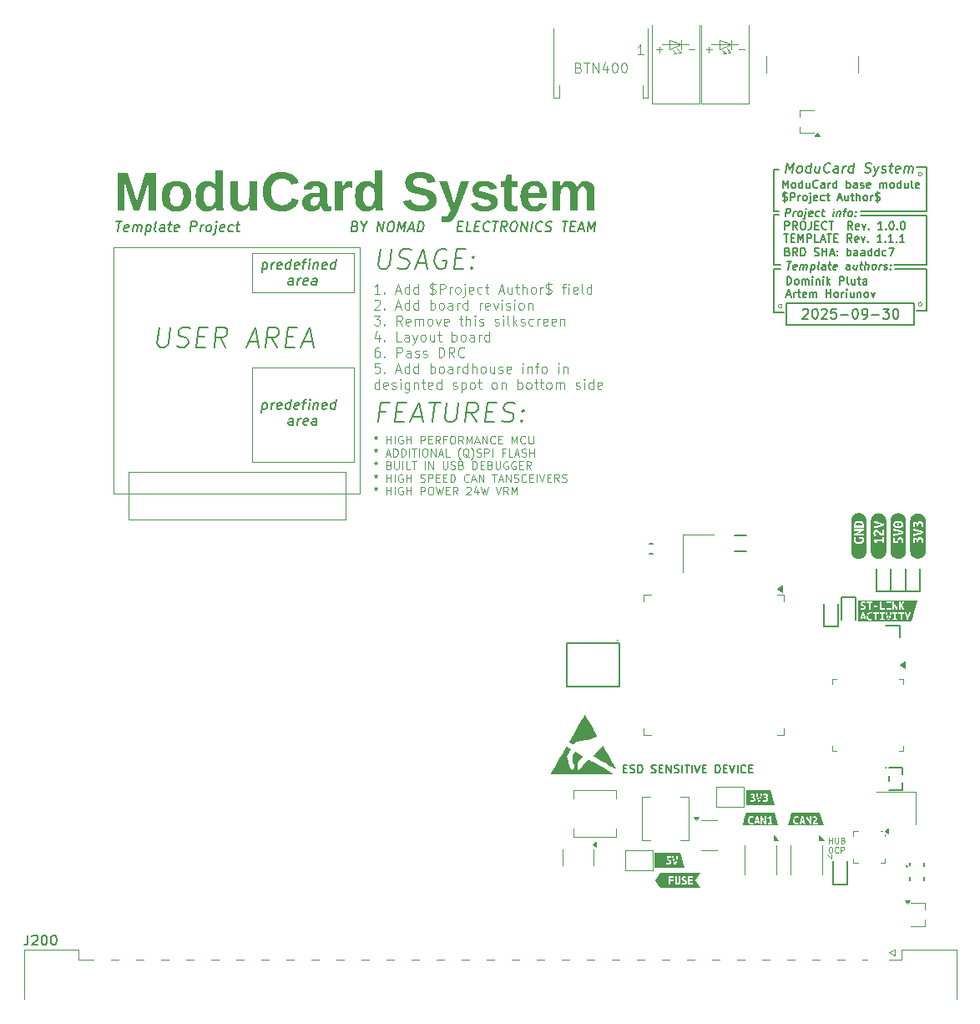
<source format=gbr>
%TF.GenerationSoftware,KiCad,Pcbnew,9.0.4-9.0.4-0~ubuntu24.04.1*%
%TF.CreationDate,2025-09-30T20:52:51+00:00*%
%TF.ProjectId,base-module,62617365-2d6d-46f6-9475-6c652e6b6963,1.1.1*%
%TF.SameCoordinates,Original*%
%TF.FileFunction,Legend,Top*%
%TF.FilePolarity,Positive*%
%FSLAX46Y46*%
G04 Gerber Fmt 4.6, Leading zero omitted, Abs format (unit mm)*
G04 Created by KiCad (PCBNEW 9.0.4-9.0.4-0~ubuntu24.04.1) date 2025-09-30 20:52:51*
%MOMM*%
%LPD*%
G01*
G04 APERTURE LIST*
%ADD10C,0.100000*%
%ADD11C,0.150000*%
%ADD12C,0.200000*%
%ADD13C,0.160000*%
%ADD14C,0.400000*%
%ADD15C,0.000000*%
%ADD16C,0.120000*%
%ADD17C,0.127000*%
%ADD18C,0.010000*%
G04 APERTURE END LIST*
D10*
X133170000Y-67085001D02*
G75*
G02*
X132770000Y-67085001I-200000J0D01*
G01*
X132770000Y-67085001D02*
G75*
G02*
X133170000Y-67085001I200000J0D01*
G01*
X65170000Y-86685001D02*
X75559631Y-86685001D01*
X75559631Y-96274632D01*
X65170000Y-96274632D01*
X65170000Y-86685001D01*
X52670000Y-97285000D02*
X74670000Y-97285000D01*
X74670000Y-102085001D01*
X52670000Y-102085001D01*
X52670000Y-97285000D01*
D11*
X133595000Y-76285001D02*
X130345000Y-76285001D01*
X130370000Y-76685001D02*
X133620000Y-76685001D01*
X118620000Y-66605001D02*
X118120000Y-66605001D01*
D10*
X123570000Y-136085001D02*
X123970000Y-136485001D01*
D11*
X118620000Y-71205001D02*
X118120000Y-71205001D01*
X118770000Y-76685001D02*
X118120000Y-76685001D01*
D10*
X123970000Y-136485001D02*
X123970000Y-136085001D01*
X133170000Y-80285001D02*
G75*
G02*
X132770000Y-80285001I-200000J0D01*
G01*
X132770000Y-80285001D02*
G75*
G02*
X133170000Y-80285001I200000J0D01*
G01*
X51170000Y-74485001D02*
X76170000Y-74485001D01*
X76170000Y-99485001D01*
X51170000Y-99485001D01*
X51170000Y-74485001D01*
D11*
X133620000Y-71285001D02*
X133620000Y-76285001D01*
X133620000Y-76685001D02*
X133620000Y-80965001D01*
X118120000Y-81085001D02*
X119170000Y-81085001D01*
X126970000Y-71285001D02*
X133595000Y-71285001D01*
X132570000Y-66405001D02*
X133620000Y-66405001D01*
X118120000Y-76285001D02*
X118770000Y-76285001D01*
X118120000Y-66605001D02*
X118120000Y-70885001D01*
X118120000Y-70885001D02*
X118620000Y-70885001D01*
X118120000Y-71205001D02*
X118120000Y-76285001D01*
X118120000Y-76685001D02*
X118120000Y-81085001D01*
X133620000Y-66405001D02*
X133620000Y-70885001D01*
D10*
X65175185Y-75085001D02*
X75564816Y-75085001D01*
X75564816Y-79074632D01*
X65175185Y-79074632D01*
X65175185Y-75085001D01*
D11*
X119370000Y-80185001D02*
X132370000Y-80185001D01*
X132370000Y-82385001D01*
X119370000Y-82385001D01*
X119370000Y-80185001D01*
X133620000Y-80965001D02*
X132570000Y-80965001D01*
D10*
X118970000Y-80485001D02*
G75*
G02*
X118570000Y-80485001I-200000J0D01*
G01*
X118570000Y-80485001D02*
G75*
G02*
X118970000Y-80485001I200000J0D01*
G01*
D11*
X133620000Y-70885001D02*
X126970000Y-70885001D01*
D12*
X66308267Y-90265240D02*
X66183267Y-91265240D01*
X66302314Y-90312859D02*
X66403505Y-90265240D01*
X66403505Y-90265240D02*
X66593981Y-90265240D01*
X66593981Y-90265240D02*
X66683267Y-90312859D01*
X66683267Y-90312859D02*
X66724933Y-90360478D01*
X66724933Y-90360478D02*
X66760648Y-90455716D01*
X66760648Y-90455716D02*
X66724933Y-90741430D01*
X66724933Y-90741430D02*
X66665410Y-90836668D01*
X66665410Y-90836668D02*
X66611838Y-90884288D01*
X66611838Y-90884288D02*
X66510648Y-90931907D01*
X66510648Y-90931907D02*
X66320171Y-90931907D01*
X66320171Y-90931907D02*
X66230886Y-90884288D01*
X67129695Y-90931907D02*
X67213029Y-90265240D01*
X67189219Y-90455716D02*
X67248743Y-90360478D01*
X67248743Y-90360478D02*
X67302314Y-90312859D01*
X67302314Y-90312859D02*
X67403505Y-90265240D01*
X67403505Y-90265240D02*
X67498743Y-90265240D01*
X68135648Y-90884288D02*
X68034458Y-90931907D01*
X68034458Y-90931907D02*
X67843981Y-90931907D01*
X67843981Y-90931907D02*
X67754696Y-90884288D01*
X67754696Y-90884288D02*
X67718981Y-90789049D01*
X67718981Y-90789049D02*
X67766601Y-90408097D01*
X67766601Y-90408097D02*
X67826124Y-90312859D01*
X67826124Y-90312859D02*
X67927315Y-90265240D01*
X67927315Y-90265240D02*
X68117791Y-90265240D01*
X68117791Y-90265240D02*
X68207077Y-90312859D01*
X68207077Y-90312859D02*
X68242791Y-90408097D01*
X68242791Y-90408097D02*
X68230886Y-90503335D01*
X68230886Y-90503335D02*
X67742791Y-90598573D01*
X69034458Y-90931907D02*
X69159458Y-89931907D01*
X69040410Y-90884288D02*
X68939220Y-90931907D01*
X68939220Y-90931907D02*
X68748744Y-90931907D01*
X68748744Y-90931907D02*
X68659458Y-90884288D01*
X68659458Y-90884288D02*
X68617791Y-90836668D01*
X68617791Y-90836668D02*
X68582077Y-90741430D01*
X68582077Y-90741430D02*
X68617791Y-90455716D01*
X68617791Y-90455716D02*
X68677315Y-90360478D01*
X68677315Y-90360478D02*
X68730886Y-90312859D01*
X68730886Y-90312859D02*
X68832077Y-90265240D01*
X68832077Y-90265240D02*
X69022553Y-90265240D01*
X69022553Y-90265240D02*
X69111839Y-90312859D01*
X69897553Y-90884288D02*
X69796363Y-90931907D01*
X69796363Y-90931907D02*
X69605886Y-90931907D01*
X69605886Y-90931907D02*
X69516601Y-90884288D01*
X69516601Y-90884288D02*
X69480886Y-90789049D01*
X69480886Y-90789049D02*
X69528506Y-90408097D01*
X69528506Y-90408097D02*
X69588029Y-90312859D01*
X69588029Y-90312859D02*
X69689220Y-90265240D01*
X69689220Y-90265240D02*
X69879696Y-90265240D01*
X69879696Y-90265240D02*
X69968982Y-90312859D01*
X69968982Y-90312859D02*
X70004696Y-90408097D01*
X70004696Y-90408097D02*
X69992791Y-90503335D01*
X69992791Y-90503335D02*
X69504696Y-90598573D01*
X70308268Y-90265240D02*
X70689220Y-90265240D01*
X70367791Y-90931907D02*
X70474934Y-90074764D01*
X70474934Y-90074764D02*
X70534458Y-89979526D01*
X70534458Y-89979526D02*
X70635649Y-89931907D01*
X70635649Y-89931907D02*
X70730887Y-89931907D01*
X70939220Y-90931907D02*
X71022554Y-90265240D01*
X71064220Y-89931907D02*
X71010649Y-89979526D01*
X71010649Y-89979526D02*
X71052316Y-90027145D01*
X71052316Y-90027145D02*
X71105887Y-89979526D01*
X71105887Y-89979526D02*
X71064220Y-89931907D01*
X71064220Y-89931907D02*
X71052316Y-90027145D01*
X71498744Y-90265240D02*
X71415410Y-90931907D01*
X71486839Y-90360478D02*
X71540410Y-90312859D01*
X71540410Y-90312859D02*
X71641601Y-90265240D01*
X71641601Y-90265240D02*
X71784458Y-90265240D01*
X71784458Y-90265240D02*
X71873744Y-90312859D01*
X71873744Y-90312859D02*
X71909458Y-90408097D01*
X71909458Y-90408097D02*
X71843982Y-90931907D01*
X72707077Y-90884288D02*
X72605887Y-90931907D01*
X72605887Y-90931907D02*
X72415410Y-90931907D01*
X72415410Y-90931907D02*
X72326125Y-90884288D01*
X72326125Y-90884288D02*
X72290410Y-90789049D01*
X72290410Y-90789049D02*
X72338030Y-90408097D01*
X72338030Y-90408097D02*
X72397553Y-90312859D01*
X72397553Y-90312859D02*
X72498744Y-90265240D01*
X72498744Y-90265240D02*
X72689220Y-90265240D01*
X72689220Y-90265240D02*
X72778506Y-90312859D01*
X72778506Y-90312859D02*
X72814220Y-90408097D01*
X72814220Y-90408097D02*
X72802315Y-90503335D01*
X72802315Y-90503335D02*
X72314220Y-90598573D01*
X73605887Y-90931907D02*
X73730887Y-89931907D01*
X73611839Y-90884288D02*
X73510649Y-90931907D01*
X73510649Y-90931907D02*
X73320173Y-90931907D01*
X73320173Y-90931907D02*
X73230887Y-90884288D01*
X73230887Y-90884288D02*
X73189220Y-90836668D01*
X73189220Y-90836668D02*
X73153506Y-90741430D01*
X73153506Y-90741430D02*
X73189220Y-90455716D01*
X73189220Y-90455716D02*
X73248744Y-90360478D01*
X73248744Y-90360478D02*
X73302315Y-90312859D01*
X73302315Y-90312859D02*
X73403506Y-90265240D01*
X73403506Y-90265240D02*
X73593982Y-90265240D01*
X73593982Y-90265240D02*
X73683268Y-90312859D01*
X69320172Y-92541851D02*
X69385648Y-92018041D01*
X69385648Y-92018041D02*
X69349934Y-91922803D01*
X69349934Y-91922803D02*
X69260648Y-91875184D01*
X69260648Y-91875184D02*
X69070172Y-91875184D01*
X69070172Y-91875184D02*
X68968981Y-91922803D01*
X69326124Y-92494232D02*
X69224934Y-92541851D01*
X69224934Y-92541851D02*
X68986838Y-92541851D01*
X68986838Y-92541851D02*
X68897553Y-92494232D01*
X68897553Y-92494232D02*
X68861838Y-92398993D01*
X68861838Y-92398993D02*
X68873743Y-92303755D01*
X68873743Y-92303755D02*
X68933267Y-92208517D01*
X68933267Y-92208517D02*
X69034458Y-92160898D01*
X69034458Y-92160898D02*
X69272553Y-92160898D01*
X69272553Y-92160898D02*
X69373743Y-92113279D01*
X69796362Y-92541851D02*
X69879696Y-91875184D01*
X69855886Y-92065660D02*
X69915410Y-91970422D01*
X69915410Y-91970422D02*
X69968981Y-91922803D01*
X69968981Y-91922803D02*
X70070172Y-91875184D01*
X70070172Y-91875184D02*
X70165410Y-91875184D01*
X70802315Y-92494232D02*
X70701125Y-92541851D01*
X70701125Y-92541851D02*
X70510648Y-92541851D01*
X70510648Y-92541851D02*
X70421363Y-92494232D01*
X70421363Y-92494232D02*
X70385648Y-92398993D01*
X70385648Y-92398993D02*
X70433268Y-92018041D01*
X70433268Y-92018041D02*
X70492791Y-91922803D01*
X70492791Y-91922803D02*
X70593982Y-91875184D01*
X70593982Y-91875184D02*
X70784458Y-91875184D01*
X70784458Y-91875184D02*
X70873744Y-91922803D01*
X70873744Y-91922803D02*
X70909458Y-92018041D01*
X70909458Y-92018041D02*
X70897553Y-92113279D01*
X70897553Y-92113279D02*
X70409458Y-92208517D01*
X71701125Y-92541851D02*
X71766601Y-92018041D01*
X71766601Y-92018041D02*
X71730887Y-91922803D01*
X71730887Y-91922803D02*
X71641601Y-91875184D01*
X71641601Y-91875184D02*
X71451125Y-91875184D01*
X71451125Y-91875184D02*
X71349934Y-91922803D01*
X71707077Y-92494232D02*
X71605887Y-92541851D01*
X71605887Y-92541851D02*
X71367791Y-92541851D01*
X71367791Y-92541851D02*
X71278506Y-92494232D01*
X71278506Y-92494232D02*
X71242791Y-92398993D01*
X71242791Y-92398993D02*
X71254696Y-92303755D01*
X71254696Y-92303755D02*
X71314220Y-92208517D01*
X71314220Y-92208517D02*
X71415411Y-92160898D01*
X71415411Y-92160898D02*
X71653506Y-92160898D01*
X71653506Y-92160898D02*
X71754696Y-92113279D01*
D13*
X102865739Y-127359728D02*
X103132405Y-127359728D01*
X103246691Y-127778776D02*
X102865739Y-127778776D01*
X102865739Y-127778776D02*
X102865739Y-126978776D01*
X102865739Y-126978776D02*
X103246691Y-126978776D01*
X103551453Y-127740681D02*
X103665739Y-127778776D01*
X103665739Y-127778776D02*
X103856215Y-127778776D01*
X103856215Y-127778776D02*
X103932406Y-127740681D01*
X103932406Y-127740681D02*
X103970501Y-127702585D01*
X103970501Y-127702585D02*
X104008596Y-127626395D01*
X104008596Y-127626395D02*
X104008596Y-127550204D01*
X104008596Y-127550204D02*
X103970501Y-127474014D01*
X103970501Y-127474014D02*
X103932406Y-127435919D01*
X103932406Y-127435919D02*
X103856215Y-127397823D01*
X103856215Y-127397823D02*
X103703834Y-127359728D01*
X103703834Y-127359728D02*
X103627644Y-127321633D01*
X103627644Y-127321633D02*
X103589549Y-127283538D01*
X103589549Y-127283538D02*
X103551453Y-127207347D01*
X103551453Y-127207347D02*
X103551453Y-127131157D01*
X103551453Y-127131157D02*
X103589549Y-127054966D01*
X103589549Y-127054966D02*
X103627644Y-127016871D01*
X103627644Y-127016871D02*
X103703834Y-126978776D01*
X103703834Y-126978776D02*
X103894311Y-126978776D01*
X103894311Y-126978776D02*
X104008596Y-127016871D01*
X104351454Y-127778776D02*
X104351454Y-126978776D01*
X104351454Y-126978776D02*
X104541930Y-126978776D01*
X104541930Y-126978776D02*
X104656216Y-127016871D01*
X104656216Y-127016871D02*
X104732406Y-127093061D01*
X104732406Y-127093061D02*
X104770501Y-127169252D01*
X104770501Y-127169252D02*
X104808597Y-127321633D01*
X104808597Y-127321633D02*
X104808597Y-127435919D01*
X104808597Y-127435919D02*
X104770501Y-127588300D01*
X104770501Y-127588300D02*
X104732406Y-127664490D01*
X104732406Y-127664490D02*
X104656216Y-127740681D01*
X104656216Y-127740681D02*
X104541930Y-127778776D01*
X104541930Y-127778776D02*
X104351454Y-127778776D01*
X105722882Y-127740681D02*
X105837168Y-127778776D01*
X105837168Y-127778776D02*
X106027644Y-127778776D01*
X106027644Y-127778776D02*
X106103835Y-127740681D01*
X106103835Y-127740681D02*
X106141930Y-127702585D01*
X106141930Y-127702585D02*
X106180025Y-127626395D01*
X106180025Y-127626395D02*
X106180025Y-127550204D01*
X106180025Y-127550204D02*
X106141930Y-127474014D01*
X106141930Y-127474014D02*
X106103835Y-127435919D01*
X106103835Y-127435919D02*
X106027644Y-127397823D01*
X106027644Y-127397823D02*
X105875263Y-127359728D01*
X105875263Y-127359728D02*
X105799073Y-127321633D01*
X105799073Y-127321633D02*
X105760978Y-127283538D01*
X105760978Y-127283538D02*
X105722882Y-127207347D01*
X105722882Y-127207347D02*
X105722882Y-127131157D01*
X105722882Y-127131157D02*
X105760978Y-127054966D01*
X105760978Y-127054966D02*
X105799073Y-127016871D01*
X105799073Y-127016871D02*
X105875263Y-126978776D01*
X105875263Y-126978776D02*
X106065740Y-126978776D01*
X106065740Y-126978776D02*
X106180025Y-127016871D01*
X106522883Y-127359728D02*
X106789549Y-127359728D01*
X106903835Y-127778776D02*
X106522883Y-127778776D01*
X106522883Y-127778776D02*
X106522883Y-126978776D01*
X106522883Y-126978776D02*
X106903835Y-126978776D01*
X107246693Y-127778776D02*
X107246693Y-126978776D01*
X107246693Y-126978776D02*
X107703836Y-127778776D01*
X107703836Y-127778776D02*
X107703836Y-126978776D01*
X108046692Y-127740681D02*
X108160978Y-127778776D01*
X108160978Y-127778776D02*
X108351454Y-127778776D01*
X108351454Y-127778776D02*
X108427645Y-127740681D01*
X108427645Y-127740681D02*
X108465740Y-127702585D01*
X108465740Y-127702585D02*
X108503835Y-127626395D01*
X108503835Y-127626395D02*
X108503835Y-127550204D01*
X108503835Y-127550204D02*
X108465740Y-127474014D01*
X108465740Y-127474014D02*
X108427645Y-127435919D01*
X108427645Y-127435919D02*
X108351454Y-127397823D01*
X108351454Y-127397823D02*
X108199073Y-127359728D01*
X108199073Y-127359728D02*
X108122883Y-127321633D01*
X108122883Y-127321633D02*
X108084788Y-127283538D01*
X108084788Y-127283538D02*
X108046692Y-127207347D01*
X108046692Y-127207347D02*
X108046692Y-127131157D01*
X108046692Y-127131157D02*
X108084788Y-127054966D01*
X108084788Y-127054966D02*
X108122883Y-127016871D01*
X108122883Y-127016871D02*
X108199073Y-126978776D01*
X108199073Y-126978776D02*
X108389550Y-126978776D01*
X108389550Y-126978776D02*
X108503835Y-127016871D01*
X108846693Y-127778776D02*
X108846693Y-126978776D01*
X109113359Y-126978776D02*
X109570502Y-126978776D01*
X109341930Y-127778776D02*
X109341930Y-126978776D01*
X109837169Y-127778776D02*
X109837169Y-126978776D01*
X110103835Y-126978776D02*
X110370502Y-127778776D01*
X110370502Y-127778776D02*
X110637168Y-126978776D01*
X110903835Y-127359728D02*
X111170501Y-127359728D01*
X111284787Y-127778776D02*
X110903835Y-127778776D01*
X110903835Y-127778776D02*
X110903835Y-126978776D01*
X110903835Y-126978776D02*
X111284787Y-126978776D01*
X112237169Y-127778776D02*
X112237169Y-126978776D01*
X112237169Y-126978776D02*
X112427645Y-126978776D01*
X112427645Y-126978776D02*
X112541931Y-127016871D01*
X112541931Y-127016871D02*
X112618121Y-127093061D01*
X112618121Y-127093061D02*
X112656216Y-127169252D01*
X112656216Y-127169252D02*
X112694312Y-127321633D01*
X112694312Y-127321633D02*
X112694312Y-127435919D01*
X112694312Y-127435919D02*
X112656216Y-127588300D01*
X112656216Y-127588300D02*
X112618121Y-127664490D01*
X112618121Y-127664490D02*
X112541931Y-127740681D01*
X112541931Y-127740681D02*
X112427645Y-127778776D01*
X112427645Y-127778776D02*
X112237169Y-127778776D01*
X113037169Y-127359728D02*
X113303835Y-127359728D01*
X113418121Y-127778776D02*
X113037169Y-127778776D01*
X113037169Y-127778776D02*
X113037169Y-126978776D01*
X113037169Y-126978776D02*
X113418121Y-126978776D01*
X113646693Y-126978776D02*
X113913360Y-127778776D01*
X113913360Y-127778776D02*
X114180026Y-126978776D01*
X114446693Y-127778776D02*
X114446693Y-126978776D01*
X115284788Y-127702585D02*
X115246692Y-127740681D01*
X115246692Y-127740681D02*
X115132407Y-127778776D01*
X115132407Y-127778776D02*
X115056216Y-127778776D01*
X115056216Y-127778776D02*
X114941930Y-127740681D01*
X114941930Y-127740681D02*
X114865740Y-127664490D01*
X114865740Y-127664490D02*
X114827645Y-127588300D01*
X114827645Y-127588300D02*
X114789549Y-127435919D01*
X114789549Y-127435919D02*
X114789549Y-127321633D01*
X114789549Y-127321633D02*
X114827645Y-127169252D01*
X114827645Y-127169252D02*
X114865740Y-127093061D01*
X114865740Y-127093061D02*
X114941930Y-127016871D01*
X114941930Y-127016871D02*
X115056216Y-126978776D01*
X115056216Y-126978776D02*
X115132407Y-126978776D01*
X115132407Y-126978776D02*
X115246692Y-127016871D01*
X115246692Y-127016871D02*
X115284788Y-127054966D01*
X115627645Y-127359728D02*
X115894311Y-127359728D01*
X116008597Y-127778776D02*
X115627645Y-127778776D01*
X115627645Y-127778776D02*
X115627645Y-126978776D01*
X115627645Y-126978776D02*
X116008597Y-126978776D01*
D12*
X119473006Y-75976696D02*
X119930149Y-75976696D01*
X119601578Y-76776696D02*
X119701578Y-75976696D01*
X120406340Y-76738601D02*
X120325387Y-76776696D01*
X120325387Y-76776696D02*
X120173006Y-76776696D01*
X120173006Y-76776696D02*
X120101578Y-76738601D01*
X120101578Y-76738601D02*
X120073006Y-76662410D01*
X120073006Y-76662410D02*
X120111102Y-76357648D01*
X120111102Y-76357648D02*
X120158721Y-76281458D01*
X120158721Y-76281458D02*
X120239673Y-76243362D01*
X120239673Y-76243362D02*
X120392054Y-76243362D01*
X120392054Y-76243362D02*
X120463482Y-76281458D01*
X120463482Y-76281458D02*
X120492054Y-76357648D01*
X120492054Y-76357648D02*
X120482530Y-76433839D01*
X120482530Y-76433839D02*
X120092054Y-76510029D01*
X120782530Y-76776696D02*
X120849196Y-76243362D01*
X120839673Y-76319553D02*
X120882530Y-76281458D01*
X120882530Y-76281458D02*
X120963482Y-76243362D01*
X120963482Y-76243362D02*
X121077768Y-76243362D01*
X121077768Y-76243362D02*
X121149196Y-76281458D01*
X121149196Y-76281458D02*
X121177768Y-76357648D01*
X121177768Y-76357648D02*
X121125387Y-76776696D01*
X121177768Y-76357648D02*
X121225387Y-76281458D01*
X121225387Y-76281458D02*
X121306339Y-76243362D01*
X121306339Y-76243362D02*
X121420625Y-76243362D01*
X121420625Y-76243362D02*
X121492054Y-76281458D01*
X121492054Y-76281458D02*
X121520625Y-76357648D01*
X121520625Y-76357648D02*
X121468244Y-76776696D01*
X121915863Y-76243362D02*
X121815863Y-77043362D01*
X121911102Y-76281458D02*
X121992054Y-76243362D01*
X121992054Y-76243362D02*
X122144435Y-76243362D01*
X122144435Y-76243362D02*
X122215863Y-76281458D01*
X122215863Y-76281458D02*
X122249197Y-76319553D01*
X122249197Y-76319553D02*
X122277768Y-76395743D01*
X122277768Y-76395743D02*
X122249197Y-76624315D01*
X122249197Y-76624315D02*
X122201578Y-76700505D01*
X122201578Y-76700505D02*
X122158721Y-76738601D01*
X122158721Y-76738601D02*
X122077768Y-76776696D01*
X122077768Y-76776696D02*
X121925387Y-76776696D01*
X121925387Y-76776696D02*
X121853959Y-76738601D01*
X122687293Y-76776696D02*
X122615864Y-76738601D01*
X122615864Y-76738601D02*
X122587293Y-76662410D01*
X122587293Y-76662410D02*
X122673007Y-75976696D01*
X123334912Y-76776696D02*
X123387293Y-76357648D01*
X123387293Y-76357648D02*
X123358721Y-76281458D01*
X123358721Y-76281458D02*
X123287293Y-76243362D01*
X123287293Y-76243362D02*
X123134912Y-76243362D01*
X123134912Y-76243362D02*
X123053960Y-76281458D01*
X123339674Y-76738601D02*
X123258721Y-76776696D01*
X123258721Y-76776696D02*
X123068245Y-76776696D01*
X123068245Y-76776696D02*
X122996817Y-76738601D01*
X122996817Y-76738601D02*
X122968245Y-76662410D01*
X122968245Y-76662410D02*
X122977769Y-76586220D01*
X122977769Y-76586220D02*
X123025388Y-76510029D01*
X123025388Y-76510029D02*
X123106341Y-76471934D01*
X123106341Y-76471934D02*
X123296817Y-76471934D01*
X123296817Y-76471934D02*
X123377769Y-76433839D01*
X123668246Y-76243362D02*
X123973008Y-76243362D01*
X123815865Y-75976696D02*
X123730151Y-76662410D01*
X123730151Y-76662410D02*
X123758722Y-76738601D01*
X123758722Y-76738601D02*
X123830151Y-76776696D01*
X123830151Y-76776696D02*
X123906341Y-76776696D01*
X124482532Y-76738601D02*
X124401579Y-76776696D01*
X124401579Y-76776696D02*
X124249198Y-76776696D01*
X124249198Y-76776696D02*
X124177770Y-76738601D01*
X124177770Y-76738601D02*
X124149198Y-76662410D01*
X124149198Y-76662410D02*
X124187294Y-76357648D01*
X124187294Y-76357648D02*
X124234913Y-76281458D01*
X124234913Y-76281458D02*
X124315865Y-76243362D01*
X124315865Y-76243362D02*
X124468246Y-76243362D01*
X124468246Y-76243362D02*
X124539674Y-76281458D01*
X124539674Y-76281458D02*
X124568246Y-76357648D01*
X124568246Y-76357648D02*
X124558722Y-76433839D01*
X124558722Y-76433839D02*
X124168246Y-76510029D01*
X125811103Y-76776696D02*
X125863484Y-76357648D01*
X125863484Y-76357648D02*
X125834912Y-76281458D01*
X125834912Y-76281458D02*
X125763484Y-76243362D01*
X125763484Y-76243362D02*
X125611103Y-76243362D01*
X125611103Y-76243362D02*
X125530151Y-76281458D01*
X125815865Y-76738601D02*
X125734912Y-76776696D01*
X125734912Y-76776696D02*
X125544436Y-76776696D01*
X125544436Y-76776696D02*
X125473008Y-76738601D01*
X125473008Y-76738601D02*
X125444436Y-76662410D01*
X125444436Y-76662410D02*
X125453960Y-76586220D01*
X125453960Y-76586220D02*
X125501579Y-76510029D01*
X125501579Y-76510029D02*
X125582532Y-76471934D01*
X125582532Y-76471934D02*
X125773008Y-76471934D01*
X125773008Y-76471934D02*
X125853960Y-76433839D01*
X126601580Y-76243362D02*
X126534913Y-76776696D01*
X126258722Y-76243362D02*
X126206342Y-76662410D01*
X126206342Y-76662410D02*
X126234913Y-76738601D01*
X126234913Y-76738601D02*
X126306342Y-76776696D01*
X126306342Y-76776696D02*
X126420627Y-76776696D01*
X126420627Y-76776696D02*
X126501580Y-76738601D01*
X126501580Y-76738601D02*
X126544437Y-76700505D01*
X126868247Y-76243362D02*
X127173009Y-76243362D01*
X127015866Y-75976696D02*
X126930152Y-76662410D01*
X126930152Y-76662410D02*
X126958723Y-76738601D01*
X126958723Y-76738601D02*
X127030152Y-76776696D01*
X127030152Y-76776696D02*
X127106342Y-76776696D01*
X127373009Y-76776696D02*
X127473009Y-75976696D01*
X127715866Y-76776696D02*
X127768247Y-76357648D01*
X127768247Y-76357648D02*
X127739675Y-76281458D01*
X127739675Y-76281458D02*
X127668247Y-76243362D01*
X127668247Y-76243362D02*
X127553961Y-76243362D01*
X127553961Y-76243362D02*
X127473009Y-76281458D01*
X127473009Y-76281458D02*
X127430152Y-76319553D01*
X128211105Y-76776696D02*
X128139676Y-76738601D01*
X128139676Y-76738601D02*
X128106343Y-76700505D01*
X128106343Y-76700505D02*
X128077771Y-76624315D01*
X128077771Y-76624315D02*
X128106343Y-76395743D01*
X128106343Y-76395743D02*
X128153962Y-76319553D01*
X128153962Y-76319553D02*
X128196819Y-76281458D01*
X128196819Y-76281458D02*
X128277771Y-76243362D01*
X128277771Y-76243362D02*
X128392057Y-76243362D01*
X128392057Y-76243362D02*
X128463485Y-76281458D01*
X128463485Y-76281458D02*
X128496819Y-76319553D01*
X128496819Y-76319553D02*
X128525390Y-76395743D01*
X128525390Y-76395743D02*
X128496819Y-76624315D01*
X128496819Y-76624315D02*
X128449200Y-76700505D01*
X128449200Y-76700505D02*
X128406343Y-76738601D01*
X128406343Y-76738601D02*
X128325390Y-76776696D01*
X128325390Y-76776696D02*
X128211105Y-76776696D01*
X128820629Y-76776696D02*
X128887295Y-76243362D01*
X128868248Y-76395743D02*
X128915867Y-76319553D01*
X128915867Y-76319553D02*
X128958724Y-76281458D01*
X128958724Y-76281458D02*
X129039676Y-76243362D01*
X129039676Y-76243362D02*
X129115867Y-76243362D01*
X129282533Y-76738601D02*
X129353962Y-76776696D01*
X129353962Y-76776696D02*
X129506343Y-76776696D01*
X129506343Y-76776696D02*
X129587295Y-76738601D01*
X129587295Y-76738601D02*
X129634914Y-76662410D01*
X129634914Y-76662410D02*
X129639676Y-76624315D01*
X129639676Y-76624315D02*
X129611105Y-76548124D01*
X129611105Y-76548124D02*
X129539676Y-76510029D01*
X129539676Y-76510029D02*
X129425391Y-76510029D01*
X129425391Y-76510029D02*
X129353962Y-76471934D01*
X129353962Y-76471934D02*
X129325391Y-76395743D01*
X129325391Y-76395743D02*
X129330153Y-76357648D01*
X129330153Y-76357648D02*
X129377772Y-76281458D01*
X129377772Y-76281458D02*
X129458724Y-76243362D01*
X129458724Y-76243362D02*
X129573010Y-76243362D01*
X129573010Y-76243362D02*
X129644438Y-76281458D01*
X129973010Y-76700505D02*
X130006343Y-76738601D01*
X130006343Y-76738601D02*
X129963486Y-76776696D01*
X129963486Y-76776696D02*
X129930152Y-76738601D01*
X129930152Y-76738601D02*
X129973010Y-76700505D01*
X129973010Y-76700505D02*
X129963486Y-76776696D01*
X130025391Y-76281458D02*
X130058724Y-76319553D01*
X130058724Y-76319553D02*
X130015867Y-76357648D01*
X130015867Y-76357648D02*
X129982533Y-76319553D01*
X129982533Y-76319553D02*
X130025391Y-76281458D01*
X130025391Y-76281458D02*
X130015867Y-76357648D01*
X75668030Y-72380410D02*
X75804935Y-72428029D01*
X75804935Y-72428029D02*
X75846601Y-72475648D01*
X75846601Y-72475648D02*
X75882316Y-72570886D01*
X75882316Y-72570886D02*
X75864458Y-72713743D01*
X75864458Y-72713743D02*
X75804935Y-72808981D01*
X75804935Y-72808981D02*
X75751363Y-72856601D01*
X75751363Y-72856601D02*
X75650173Y-72904220D01*
X75650173Y-72904220D02*
X75269220Y-72904220D01*
X75269220Y-72904220D02*
X75394220Y-71904220D01*
X75394220Y-71904220D02*
X75727554Y-71904220D01*
X75727554Y-71904220D02*
X75816839Y-71951839D01*
X75816839Y-71951839D02*
X75858506Y-71999458D01*
X75858506Y-71999458D02*
X75894220Y-72094696D01*
X75894220Y-72094696D02*
X75882316Y-72189934D01*
X75882316Y-72189934D02*
X75822792Y-72285172D01*
X75822792Y-72285172D02*
X75769220Y-72332791D01*
X75769220Y-72332791D02*
X75668030Y-72380410D01*
X75668030Y-72380410D02*
X75334697Y-72380410D01*
X76519220Y-72428029D02*
X76459697Y-72904220D01*
X76251363Y-71904220D02*
X76519220Y-72428029D01*
X76519220Y-72428029D02*
X76918030Y-71904220D01*
X77888268Y-72904220D02*
X78013268Y-71904220D01*
X78013268Y-71904220D02*
X78459697Y-72904220D01*
X78459697Y-72904220D02*
X78584697Y-71904220D01*
X79251364Y-71904220D02*
X79441840Y-71904220D01*
X79441840Y-71904220D02*
X79531125Y-71951839D01*
X79531125Y-71951839D02*
X79614459Y-72047077D01*
X79614459Y-72047077D02*
X79638268Y-72237553D01*
X79638268Y-72237553D02*
X79596602Y-72570886D01*
X79596602Y-72570886D02*
X79525173Y-72761362D01*
X79525173Y-72761362D02*
X79418030Y-72856601D01*
X79418030Y-72856601D02*
X79316840Y-72904220D01*
X79316840Y-72904220D02*
X79126364Y-72904220D01*
X79126364Y-72904220D02*
X79037078Y-72856601D01*
X79037078Y-72856601D02*
X78953745Y-72761362D01*
X78953745Y-72761362D02*
X78929935Y-72570886D01*
X78929935Y-72570886D02*
X78971602Y-72237553D01*
X78971602Y-72237553D02*
X79043030Y-72047077D01*
X79043030Y-72047077D02*
X79150173Y-71951839D01*
X79150173Y-71951839D02*
X79251364Y-71904220D01*
X79983506Y-72904220D02*
X80108506Y-71904220D01*
X80108506Y-71904220D02*
X80352554Y-72618505D01*
X80352554Y-72618505D02*
X80775173Y-71904220D01*
X80775173Y-71904220D02*
X80650173Y-72904220D01*
X81114459Y-72618505D02*
X81590649Y-72618505D01*
X80983506Y-72904220D02*
X81441840Y-71904220D01*
X81441840Y-71904220D02*
X81650173Y-72904220D01*
X81983506Y-72904220D02*
X82108506Y-71904220D01*
X82108506Y-71904220D02*
X82346602Y-71904220D01*
X82346602Y-71904220D02*
X82483506Y-71951839D01*
X82483506Y-71951839D02*
X82566840Y-72047077D01*
X82566840Y-72047077D02*
X82602554Y-72142315D01*
X82602554Y-72142315D02*
X82626364Y-72332791D01*
X82626364Y-72332791D02*
X82608506Y-72475648D01*
X82608506Y-72475648D02*
X82537078Y-72666124D01*
X82537078Y-72666124D02*
X82477554Y-72761362D01*
X82477554Y-72761362D02*
X82370411Y-72856601D01*
X82370411Y-72856601D02*
X82221602Y-72904220D01*
X82221602Y-72904220D02*
X81983506Y-72904220D01*
X86096603Y-72380410D02*
X86429936Y-72380410D01*
X86507317Y-72904220D02*
X86031126Y-72904220D01*
X86031126Y-72904220D02*
X86156126Y-71904220D01*
X86156126Y-71904220D02*
X86632317Y-71904220D01*
X87412079Y-72904220D02*
X86935888Y-72904220D01*
X86935888Y-72904220D02*
X87060888Y-71904220D01*
X87810889Y-72380410D02*
X88144222Y-72380410D01*
X88221603Y-72904220D02*
X87745412Y-72904220D01*
X87745412Y-72904220D02*
X87870412Y-71904220D01*
X87870412Y-71904220D02*
X88346603Y-71904220D01*
X89233508Y-72808981D02*
X89179936Y-72856601D01*
X89179936Y-72856601D02*
X89031127Y-72904220D01*
X89031127Y-72904220D02*
X88935889Y-72904220D01*
X88935889Y-72904220D02*
X88798984Y-72856601D01*
X88798984Y-72856601D02*
X88715651Y-72761362D01*
X88715651Y-72761362D02*
X88679936Y-72666124D01*
X88679936Y-72666124D02*
X88656127Y-72475648D01*
X88656127Y-72475648D02*
X88673984Y-72332791D01*
X88673984Y-72332791D02*
X88745412Y-72142315D01*
X88745412Y-72142315D02*
X88804936Y-72047077D01*
X88804936Y-72047077D02*
X88912079Y-71951839D01*
X88912079Y-71951839D02*
X89060889Y-71904220D01*
X89060889Y-71904220D02*
X89156127Y-71904220D01*
X89156127Y-71904220D02*
X89293032Y-71951839D01*
X89293032Y-71951839D02*
X89334698Y-71999458D01*
X89632317Y-71904220D02*
X90203746Y-71904220D01*
X89793032Y-72904220D02*
X89918032Y-71904220D01*
X90983508Y-72904220D02*
X90709698Y-72428029D01*
X90412079Y-72904220D02*
X90537079Y-71904220D01*
X90537079Y-71904220D02*
X90918032Y-71904220D01*
X90918032Y-71904220D02*
X91007317Y-71951839D01*
X91007317Y-71951839D02*
X91048984Y-71999458D01*
X91048984Y-71999458D02*
X91084698Y-72094696D01*
X91084698Y-72094696D02*
X91066841Y-72237553D01*
X91066841Y-72237553D02*
X91007317Y-72332791D01*
X91007317Y-72332791D02*
X90953746Y-72380410D01*
X90953746Y-72380410D02*
X90852556Y-72428029D01*
X90852556Y-72428029D02*
X90471603Y-72428029D01*
X91727556Y-71904220D02*
X91918032Y-71904220D01*
X91918032Y-71904220D02*
X92007317Y-71951839D01*
X92007317Y-71951839D02*
X92090651Y-72047077D01*
X92090651Y-72047077D02*
X92114460Y-72237553D01*
X92114460Y-72237553D02*
X92072794Y-72570886D01*
X92072794Y-72570886D02*
X92001365Y-72761362D01*
X92001365Y-72761362D02*
X91894222Y-72856601D01*
X91894222Y-72856601D02*
X91793032Y-72904220D01*
X91793032Y-72904220D02*
X91602556Y-72904220D01*
X91602556Y-72904220D02*
X91513270Y-72856601D01*
X91513270Y-72856601D02*
X91429937Y-72761362D01*
X91429937Y-72761362D02*
X91406127Y-72570886D01*
X91406127Y-72570886D02*
X91447794Y-72237553D01*
X91447794Y-72237553D02*
X91519222Y-72047077D01*
X91519222Y-72047077D02*
X91626365Y-71951839D01*
X91626365Y-71951839D02*
X91727556Y-71904220D01*
X92459698Y-72904220D02*
X92584698Y-71904220D01*
X92584698Y-71904220D02*
X93031127Y-72904220D01*
X93031127Y-72904220D02*
X93156127Y-71904220D01*
X93507317Y-72904220D02*
X93632317Y-71904220D01*
X94566841Y-72808981D02*
X94513269Y-72856601D01*
X94513269Y-72856601D02*
X94364460Y-72904220D01*
X94364460Y-72904220D02*
X94269222Y-72904220D01*
X94269222Y-72904220D02*
X94132317Y-72856601D01*
X94132317Y-72856601D02*
X94048984Y-72761362D01*
X94048984Y-72761362D02*
X94013269Y-72666124D01*
X94013269Y-72666124D02*
X93989460Y-72475648D01*
X93989460Y-72475648D02*
X94007317Y-72332791D01*
X94007317Y-72332791D02*
X94078745Y-72142315D01*
X94078745Y-72142315D02*
X94138269Y-72047077D01*
X94138269Y-72047077D02*
X94245412Y-71951839D01*
X94245412Y-71951839D02*
X94394222Y-71904220D01*
X94394222Y-71904220D02*
X94489460Y-71904220D01*
X94489460Y-71904220D02*
X94626365Y-71951839D01*
X94626365Y-71951839D02*
X94668031Y-71999458D01*
X94941841Y-72856601D02*
X95078745Y-72904220D01*
X95078745Y-72904220D02*
X95316841Y-72904220D01*
X95316841Y-72904220D02*
X95418031Y-72856601D01*
X95418031Y-72856601D02*
X95471603Y-72808981D01*
X95471603Y-72808981D02*
X95531126Y-72713743D01*
X95531126Y-72713743D02*
X95543031Y-72618505D01*
X95543031Y-72618505D02*
X95507317Y-72523267D01*
X95507317Y-72523267D02*
X95465650Y-72475648D01*
X95465650Y-72475648D02*
X95376365Y-72428029D01*
X95376365Y-72428029D02*
X95191841Y-72380410D01*
X95191841Y-72380410D02*
X95102555Y-72332791D01*
X95102555Y-72332791D02*
X95060888Y-72285172D01*
X95060888Y-72285172D02*
X95025174Y-72189934D01*
X95025174Y-72189934D02*
X95037079Y-72094696D01*
X95037079Y-72094696D02*
X95096603Y-71999458D01*
X95096603Y-71999458D02*
X95150174Y-71951839D01*
X95150174Y-71951839D02*
X95251365Y-71904220D01*
X95251365Y-71904220D02*
X95489460Y-71904220D01*
X95489460Y-71904220D02*
X95626365Y-71951839D01*
X96679936Y-71904220D02*
X97251365Y-71904220D01*
X96840651Y-72904220D02*
X96965651Y-71904220D01*
X97525175Y-72380410D02*
X97858508Y-72380410D01*
X97935889Y-72904220D02*
X97459698Y-72904220D01*
X97459698Y-72904220D02*
X97584698Y-71904220D01*
X97584698Y-71904220D02*
X98060889Y-71904220D01*
X98352556Y-72618505D02*
X98828746Y-72618505D01*
X98221603Y-72904220D02*
X98679937Y-71904220D01*
X98679937Y-71904220D02*
X98888270Y-72904220D01*
X99221603Y-72904220D02*
X99346603Y-71904220D01*
X99346603Y-71904220D02*
X99590651Y-72618505D01*
X99590651Y-72618505D02*
X100013270Y-71904220D01*
X100013270Y-71904220D02*
X99888270Y-72904220D01*
D10*
X77740550Y-93630076D02*
X77740550Y-93820552D01*
X77550074Y-93744361D02*
X77740550Y-93820552D01*
X77740550Y-93820552D02*
X77931027Y-93744361D01*
X77626265Y-93972933D02*
X77740550Y-93820552D01*
X77740550Y-93820552D02*
X77854836Y-93972933D01*
X78845313Y-94430076D02*
X78845313Y-93630076D01*
X78845313Y-94011028D02*
X79302456Y-94011028D01*
X79302456Y-94430076D02*
X79302456Y-93630076D01*
X79683408Y-94430076D02*
X79683408Y-93630076D01*
X80483407Y-93668171D02*
X80407217Y-93630076D01*
X80407217Y-93630076D02*
X80292931Y-93630076D01*
X80292931Y-93630076D02*
X80178645Y-93668171D01*
X80178645Y-93668171D02*
X80102455Y-93744361D01*
X80102455Y-93744361D02*
X80064360Y-93820552D01*
X80064360Y-93820552D02*
X80026264Y-93972933D01*
X80026264Y-93972933D02*
X80026264Y-94087219D01*
X80026264Y-94087219D02*
X80064360Y-94239600D01*
X80064360Y-94239600D02*
X80102455Y-94315790D01*
X80102455Y-94315790D02*
X80178645Y-94391981D01*
X80178645Y-94391981D02*
X80292931Y-94430076D01*
X80292931Y-94430076D02*
X80369122Y-94430076D01*
X80369122Y-94430076D02*
X80483407Y-94391981D01*
X80483407Y-94391981D02*
X80521503Y-94353885D01*
X80521503Y-94353885D02*
X80521503Y-94087219D01*
X80521503Y-94087219D02*
X80369122Y-94087219D01*
X80864360Y-94430076D02*
X80864360Y-93630076D01*
X80864360Y-94011028D02*
X81321503Y-94011028D01*
X81321503Y-94430076D02*
X81321503Y-93630076D01*
X82311979Y-94430076D02*
X82311979Y-93630076D01*
X82311979Y-93630076D02*
X82616741Y-93630076D01*
X82616741Y-93630076D02*
X82692931Y-93668171D01*
X82692931Y-93668171D02*
X82731026Y-93706266D01*
X82731026Y-93706266D02*
X82769122Y-93782457D01*
X82769122Y-93782457D02*
X82769122Y-93896742D01*
X82769122Y-93896742D02*
X82731026Y-93972933D01*
X82731026Y-93972933D02*
X82692931Y-94011028D01*
X82692931Y-94011028D02*
X82616741Y-94049123D01*
X82616741Y-94049123D02*
X82311979Y-94049123D01*
X83111979Y-94011028D02*
X83378645Y-94011028D01*
X83492931Y-94430076D02*
X83111979Y-94430076D01*
X83111979Y-94430076D02*
X83111979Y-93630076D01*
X83111979Y-93630076D02*
X83492931Y-93630076D01*
X84292932Y-94430076D02*
X84026265Y-94049123D01*
X83835789Y-94430076D02*
X83835789Y-93630076D01*
X83835789Y-93630076D02*
X84140551Y-93630076D01*
X84140551Y-93630076D02*
X84216741Y-93668171D01*
X84216741Y-93668171D02*
X84254836Y-93706266D01*
X84254836Y-93706266D02*
X84292932Y-93782457D01*
X84292932Y-93782457D02*
X84292932Y-93896742D01*
X84292932Y-93896742D02*
X84254836Y-93972933D01*
X84254836Y-93972933D02*
X84216741Y-94011028D01*
X84216741Y-94011028D02*
X84140551Y-94049123D01*
X84140551Y-94049123D02*
X83835789Y-94049123D01*
X84902455Y-94011028D02*
X84635789Y-94011028D01*
X84635789Y-94430076D02*
X84635789Y-93630076D01*
X84635789Y-93630076D02*
X85016741Y-93630076D01*
X85473884Y-93630076D02*
X85626265Y-93630076D01*
X85626265Y-93630076D02*
X85702455Y-93668171D01*
X85702455Y-93668171D02*
X85778646Y-93744361D01*
X85778646Y-93744361D02*
X85816741Y-93896742D01*
X85816741Y-93896742D02*
X85816741Y-94163409D01*
X85816741Y-94163409D02*
X85778646Y-94315790D01*
X85778646Y-94315790D02*
X85702455Y-94391981D01*
X85702455Y-94391981D02*
X85626265Y-94430076D01*
X85626265Y-94430076D02*
X85473884Y-94430076D01*
X85473884Y-94430076D02*
X85397693Y-94391981D01*
X85397693Y-94391981D02*
X85321503Y-94315790D01*
X85321503Y-94315790D02*
X85283407Y-94163409D01*
X85283407Y-94163409D02*
X85283407Y-93896742D01*
X85283407Y-93896742D02*
X85321503Y-93744361D01*
X85321503Y-93744361D02*
X85397693Y-93668171D01*
X85397693Y-93668171D02*
X85473884Y-93630076D01*
X86616741Y-94430076D02*
X86350074Y-94049123D01*
X86159598Y-94430076D02*
X86159598Y-93630076D01*
X86159598Y-93630076D02*
X86464360Y-93630076D01*
X86464360Y-93630076D02*
X86540550Y-93668171D01*
X86540550Y-93668171D02*
X86578645Y-93706266D01*
X86578645Y-93706266D02*
X86616741Y-93782457D01*
X86616741Y-93782457D02*
X86616741Y-93896742D01*
X86616741Y-93896742D02*
X86578645Y-93972933D01*
X86578645Y-93972933D02*
X86540550Y-94011028D01*
X86540550Y-94011028D02*
X86464360Y-94049123D01*
X86464360Y-94049123D02*
X86159598Y-94049123D01*
X86959598Y-94430076D02*
X86959598Y-93630076D01*
X86959598Y-93630076D02*
X87226264Y-94201504D01*
X87226264Y-94201504D02*
X87492931Y-93630076D01*
X87492931Y-93630076D02*
X87492931Y-94430076D01*
X87835788Y-94201504D02*
X88216741Y-94201504D01*
X87759598Y-94430076D02*
X88026265Y-93630076D01*
X88026265Y-93630076D02*
X88292931Y-94430076D01*
X88559598Y-94430076D02*
X88559598Y-93630076D01*
X88559598Y-93630076D02*
X89016741Y-94430076D01*
X89016741Y-94430076D02*
X89016741Y-93630076D01*
X89854836Y-94353885D02*
X89816740Y-94391981D01*
X89816740Y-94391981D02*
X89702455Y-94430076D01*
X89702455Y-94430076D02*
X89626264Y-94430076D01*
X89626264Y-94430076D02*
X89511978Y-94391981D01*
X89511978Y-94391981D02*
X89435788Y-94315790D01*
X89435788Y-94315790D02*
X89397693Y-94239600D01*
X89397693Y-94239600D02*
X89359597Y-94087219D01*
X89359597Y-94087219D02*
X89359597Y-93972933D01*
X89359597Y-93972933D02*
X89397693Y-93820552D01*
X89397693Y-93820552D02*
X89435788Y-93744361D01*
X89435788Y-93744361D02*
X89511978Y-93668171D01*
X89511978Y-93668171D02*
X89626264Y-93630076D01*
X89626264Y-93630076D02*
X89702455Y-93630076D01*
X89702455Y-93630076D02*
X89816740Y-93668171D01*
X89816740Y-93668171D02*
X89854836Y-93706266D01*
X90197693Y-94011028D02*
X90464359Y-94011028D01*
X90578645Y-94430076D02*
X90197693Y-94430076D01*
X90197693Y-94430076D02*
X90197693Y-93630076D01*
X90197693Y-93630076D02*
X90578645Y-93630076D01*
X91531027Y-94430076D02*
X91531027Y-93630076D01*
X91531027Y-93630076D02*
X91797693Y-94201504D01*
X91797693Y-94201504D02*
X92064360Y-93630076D01*
X92064360Y-93630076D02*
X92064360Y-94430076D01*
X92902456Y-94353885D02*
X92864360Y-94391981D01*
X92864360Y-94391981D02*
X92750075Y-94430076D01*
X92750075Y-94430076D02*
X92673884Y-94430076D01*
X92673884Y-94430076D02*
X92559598Y-94391981D01*
X92559598Y-94391981D02*
X92483408Y-94315790D01*
X92483408Y-94315790D02*
X92445313Y-94239600D01*
X92445313Y-94239600D02*
X92407217Y-94087219D01*
X92407217Y-94087219D02*
X92407217Y-93972933D01*
X92407217Y-93972933D02*
X92445313Y-93820552D01*
X92445313Y-93820552D02*
X92483408Y-93744361D01*
X92483408Y-93744361D02*
X92559598Y-93668171D01*
X92559598Y-93668171D02*
X92673884Y-93630076D01*
X92673884Y-93630076D02*
X92750075Y-93630076D01*
X92750075Y-93630076D02*
X92864360Y-93668171D01*
X92864360Y-93668171D02*
X92902456Y-93706266D01*
X93245313Y-93630076D02*
X93245313Y-94277695D01*
X93245313Y-94277695D02*
X93283408Y-94353885D01*
X93283408Y-94353885D02*
X93321503Y-94391981D01*
X93321503Y-94391981D02*
X93397694Y-94430076D01*
X93397694Y-94430076D02*
X93550075Y-94430076D01*
X93550075Y-94430076D02*
X93626265Y-94391981D01*
X93626265Y-94391981D02*
X93664360Y-94353885D01*
X93664360Y-94353885D02*
X93702456Y-94277695D01*
X93702456Y-94277695D02*
X93702456Y-93630076D01*
X77740550Y-94918031D02*
X77740550Y-95108507D01*
X77550074Y-95032316D02*
X77740550Y-95108507D01*
X77740550Y-95108507D02*
X77931027Y-95032316D01*
X77626265Y-95260888D02*
X77740550Y-95108507D01*
X77740550Y-95108507D02*
X77854836Y-95260888D01*
X78807217Y-95489459D02*
X79188170Y-95489459D01*
X78731027Y-95718031D02*
X78997694Y-94918031D01*
X78997694Y-94918031D02*
X79264360Y-95718031D01*
X79531027Y-95718031D02*
X79531027Y-94918031D01*
X79531027Y-94918031D02*
X79721503Y-94918031D01*
X79721503Y-94918031D02*
X79835789Y-94956126D01*
X79835789Y-94956126D02*
X79911979Y-95032316D01*
X79911979Y-95032316D02*
X79950074Y-95108507D01*
X79950074Y-95108507D02*
X79988170Y-95260888D01*
X79988170Y-95260888D02*
X79988170Y-95375174D01*
X79988170Y-95375174D02*
X79950074Y-95527555D01*
X79950074Y-95527555D02*
X79911979Y-95603745D01*
X79911979Y-95603745D02*
X79835789Y-95679936D01*
X79835789Y-95679936D02*
X79721503Y-95718031D01*
X79721503Y-95718031D02*
X79531027Y-95718031D01*
X80331027Y-95718031D02*
X80331027Y-94918031D01*
X80331027Y-94918031D02*
X80521503Y-94918031D01*
X80521503Y-94918031D02*
X80635789Y-94956126D01*
X80635789Y-94956126D02*
X80711979Y-95032316D01*
X80711979Y-95032316D02*
X80750074Y-95108507D01*
X80750074Y-95108507D02*
X80788170Y-95260888D01*
X80788170Y-95260888D02*
X80788170Y-95375174D01*
X80788170Y-95375174D02*
X80750074Y-95527555D01*
X80750074Y-95527555D02*
X80711979Y-95603745D01*
X80711979Y-95603745D02*
X80635789Y-95679936D01*
X80635789Y-95679936D02*
X80521503Y-95718031D01*
X80521503Y-95718031D02*
X80331027Y-95718031D01*
X81131027Y-95718031D02*
X81131027Y-94918031D01*
X81397693Y-94918031D02*
X81854836Y-94918031D01*
X81626264Y-95718031D02*
X81626264Y-94918031D01*
X82121503Y-95718031D02*
X82121503Y-94918031D01*
X82654836Y-94918031D02*
X82807217Y-94918031D01*
X82807217Y-94918031D02*
X82883407Y-94956126D01*
X82883407Y-94956126D02*
X82959598Y-95032316D01*
X82959598Y-95032316D02*
X82997693Y-95184697D01*
X82997693Y-95184697D02*
X82997693Y-95451364D01*
X82997693Y-95451364D02*
X82959598Y-95603745D01*
X82959598Y-95603745D02*
X82883407Y-95679936D01*
X82883407Y-95679936D02*
X82807217Y-95718031D01*
X82807217Y-95718031D02*
X82654836Y-95718031D01*
X82654836Y-95718031D02*
X82578645Y-95679936D01*
X82578645Y-95679936D02*
X82502455Y-95603745D01*
X82502455Y-95603745D02*
X82464359Y-95451364D01*
X82464359Y-95451364D02*
X82464359Y-95184697D01*
X82464359Y-95184697D02*
X82502455Y-95032316D01*
X82502455Y-95032316D02*
X82578645Y-94956126D01*
X82578645Y-94956126D02*
X82654836Y-94918031D01*
X83340550Y-95718031D02*
X83340550Y-94918031D01*
X83340550Y-94918031D02*
X83797693Y-95718031D01*
X83797693Y-95718031D02*
X83797693Y-94918031D01*
X84140549Y-95489459D02*
X84521502Y-95489459D01*
X84064359Y-95718031D02*
X84331026Y-94918031D01*
X84331026Y-94918031D02*
X84597692Y-95718031D01*
X85245311Y-95718031D02*
X84864359Y-95718031D01*
X84864359Y-95718031D02*
X84864359Y-94918031D01*
X86350073Y-96022793D02*
X86311978Y-95984697D01*
X86311978Y-95984697D02*
X86235787Y-95870412D01*
X86235787Y-95870412D02*
X86197692Y-95794221D01*
X86197692Y-95794221D02*
X86159597Y-95679936D01*
X86159597Y-95679936D02*
X86121502Y-95489459D01*
X86121502Y-95489459D02*
X86121502Y-95337078D01*
X86121502Y-95337078D02*
X86159597Y-95146602D01*
X86159597Y-95146602D02*
X86197692Y-95032316D01*
X86197692Y-95032316D02*
X86235787Y-94956126D01*
X86235787Y-94956126D02*
X86311978Y-94841840D01*
X86311978Y-94841840D02*
X86350073Y-94803745D01*
X87188168Y-95794221D02*
X87111978Y-95756126D01*
X87111978Y-95756126D02*
X87035787Y-95679936D01*
X87035787Y-95679936D02*
X86921501Y-95565650D01*
X86921501Y-95565650D02*
X86845311Y-95527555D01*
X86845311Y-95527555D02*
X86769120Y-95527555D01*
X86807216Y-95718031D02*
X86731025Y-95679936D01*
X86731025Y-95679936D02*
X86654835Y-95603745D01*
X86654835Y-95603745D02*
X86616739Y-95451364D01*
X86616739Y-95451364D02*
X86616739Y-95184697D01*
X86616739Y-95184697D02*
X86654835Y-95032316D01*
X86654835Y-95032316D02*
X86731025Y-94956126D01*
X86731025Y-94956126D02*
X86807216Y-94918031D01*
X86807216Y-94918031D02*
X86959597Y-94918031D01*
X86959597Y-94918031D02*
X87035787Y-94956126D01*
X87035787Y-94956126D02*
X87111978Y-95032316D01*
X87111978Y-95032316D02*
X87150073Y-95184697D01*
X87150073Y-95184697D02*
X87150073Y-95451364D01*
X87150073Y-95451364D02*
X87111978Y-95603745D01*
X87111978Y-95603745D02*
X87035787Y-95679936D01*
X87035787Y-95679936D02*
X86959597Y-95718031D01*
X86959597Y-95718031D02*
X86807216Y-95718031D01*
X87416739Y-96022793D02*
X87454834Y-95984697D01*
X87454834Y-95984697D02*
X87531025Y-95870412D01*
X87531025Y-95870412D02*
X87569120Y-95794221D01*
X87569120Y-95794221D02*
X87607215Y-95679936D01*
X87607215Y-95679936D02*
X87645311Y-95489459D01*
X87645311Y-95489459D02*
X87645311Y-95337078D01*
X87645311Y-95337078D02*
X87607215Y-95146602D01*
X87607215Y-95146602D02*
X87569120Y-95032316D01*
X87569120Y-95032316D02*
X87531025Y-94956126D01*
X87531025Y-94956126D02*
X87454834Y-94841840D01*
X87454834Y-94841840D02*
X87416739Y-94803745D01*
X87988167Y-95679936D02*
X88102453Y-95718031D01*
X88102453Y-95718031D02*
X88292929Y-95718031D01*
X88292929Y-95718031D02*
X88369120Y-95679936D01*
X88369120Y-95679936D02*
X88407215Y-95641840D01*
X88407215Y-95641840D02*
X88445310Y-95565650D01*
X88445310Y-95565650D02*
X88445310Y-95489459D01*
X88445310Y-95489459D02*
X88407215Y-95413269D01*
X88407215Y-95413269D02*
X88369120Y-95375174D01*
X88369120Y-95375174D02*
X88292929Y-95337078D01*
X88292929Y-95337078D02*
X88140548Y-95298983D01*
X88140548Y-95298983D02*
X88064358Y-95260888D01*
X88064358Y-95260888D02*
X88026263Y-95222793D01*
X88026263Y-95222793D02*
X87988167Y-95146602D01*
X87988167Y-95146602D02*
X87988167Y-95070412D01*
X87988167Y-95070412D02*
X88026263Y-94994221D01*
X88026263Y-94994221D02*
X88064358Y-94956126D01*
X88064358Y-94956126D02*
X88140548Y-94918031D01*
X88140548Y-94918031D02*
X88331025Y-94918031D01*
X88331025Y-94918031D02*
X88445310Y-94956126D01*
X88788168Y-95718031D02*
X88788168Y-94918031D01*
X88788168Y-94918031D02*
X89092930Y-94918031D01*
X89092930Y-94918031D02*
X89169120Y-94956126D01*
X89169120Y-94956126D02*
X89207215Y-94994221D01*
X89207215Y-94994221D02*
X89245311Y-95070412D01*
X89245311Y-95070412D02*
X89245311Y-95184697D01*
X89245311Y-95184697D02*
X89207215Y-95260888D01*
X89207215Y-95260888D02*
X89169120Y-95298983D01*
X89169120Y-95298983D02*
X89092930Y-95337078D01*
X89092930Y-95337078D02*
X88788168Y-95337078D01*
X89588168Y-95718031D02*
X89588168Y-94918031D01*
X90845310Y-95298983D02*
X90578644Y-95298983D01*
X90578644Y-95718031D02*
X90578644Y-94918031D01*
X90578644Y-94918031D02*
X90959596Y-94918031D01*
X91645310Y-95718031D02*
X91264358Y-95718031D01*
X91264358Y-95718031D02*
X91264358Y-94918031D01*
X91873881Y-95489459D02*
X92254834Y-95489459D01*
X91797691Y-95718031D02*
X92064358Y-94918031D01*
X92064358Y-94918031D02*
X92331024Y-95718031D01*
X92559595Y-95679936D02*
X92673881Y-95718031D01*
X92673881Y-95718031D02*
X92864357Y-95718031D01*
X92864357Y-95718031D02*
X92940548Y-95679936D01*
X92940548Y-95679936D02*
X92978643Y-95641840D01*
X92978643Y-95641840D02*
X93016738Y-95565650D01*
X93016738Y-95565650D02*
X93016738Y-95489459D01*
X93016738Y-95489459D02*
X92978643Y-95413269D01*
X92978643Y-95413269D02*
X92940548Y-95375174D01*
X92940548Y-95375174D02*
X92864357Y-95337078D01*
X92864357Y-95337078D02*
X92711976Y-95298983D01*
X92711976Y-95298983D02*
X92635786Y-95260888D01*
X92635786Y-95260888D02*
X92597691Y-95222793D01*
X92597691Y-95222793D02*
X92559595Y-95146602D01*
X92559595Y-95146602D02*
X92559595Y-95070412D01*
X92559595Y-95070412D02*
X92597691Y-94994221D01*
X92597691Y-94994221D02*
X92635786Y-94956126D01*
X92635786Y-94956126D02*
X92711976Y-94918031D01*
X92711976Y-94918031D02*
X92902453Y-94918031D01*
X92902453Y-94918031D02*
X93016738Y-94956126D01*
X93359596Y-95718031D02*
X93359596Y-94918031D01*
X93359596Y-95298983D02*
X93816739Y-95298983D01*
X93816739Y-95718031D02*
X93816739Y-94918031D01*
X77740550Y-96205986D02*
X77740550Y-96396462D01*
X77550074Y-96320271D02*
X77740550Y-96396462D01*
X77740550Y-96396462D02*
X77931027Y-96320271D01*
X77626265Y-96548843D02*
X77740550Y-96396462D01*
X77740550Y-96396462D02*
X77854836Y-96548843D01*
X79111979Y-96586938D02*
X79226265Y-96625033D01*
X79226265Y-96625033D02*
X79264360Y-96663129D01*
X79264360Y-96663129D02*
X79302456Y-96739319D01*
X79302456Y-96739319D02*
X79302456Y-96853605D01*
X79302456Y-96853605D02*
X79264360Y-96929795D01*
X79264360Y-96929795D02*
X79226265Y-96967891D01*
X79226265Y-96967891D02*
X79150075Y-97005986D01*
X79150075Y-97005986D02*
X78845313Y-97005986D01*
X78845313Y-97005986D02*
X78845313Y-96205986D01*
X78845313Y-96205986D02*
X79111979Y-96205986D01*
X79111979Y-96205986D02*
X79188170Y-96244081D01*
X79188170Y-96244081D02*
X79226265Y-96282176D01*
X79226265Y-96282176D02*
X79264360Y-96358367D01*
X79264360Y-96358367D02*
X79264360Y-96434557D01*
X79264360Y-96434557D02*
X79226265Y-96510748D01*
X79226265Y-96510748D02*
X79188170Y-96548843D01*
X79188170Y-96548843D02*
X79111979Y-96586938D01*
X79111979Y-96586938D02*
X78845313Y-96586938D01*
X79645313Y-96205986D02*
X79645313Y-96853605D01*
X79645313Y-96853605D02*
X79683408Y-96929795D01*
X79683408Y-96929795D02*
X79721503Y-96967891D01*
X79721503Y-96967891D02*
X79797694Y-97005986D01*
X79797694Y-97005986D02*
X79950075Y-97005986D01*
X79950075Y-97005986D02*
X80026265Y-96967891D01*
X80026265Y-96967891D02*
X80064360Y-96929795D01*
X80064360Y-96929795D02*
X80102456Y-96853605D01*
X80102456Y-96853605D02*
X80102456Y-96205986D01*
X80483408Y-97005986D02*
X80483408Y-96205986D01*
X81245312Y-97005986D02*
X80864360Y-97005986D01*
X80864360Y-97005986D02*
X80864360Y-96205986D01*
X81397693Y-96205986D02*
X81854836Y-96205986D01*
X81626264Y-97005986D02*
X81626264Y-96205986D01*
X82731027Y-97005986D02*
X82731027Y-96205986D01*
X83111979Y-97005986D02*
X83111979Y-96205986D01*
X83111979Y-96205986D02*
X83569122Y-97005986D01*
X83569122Y-97005986D02*
X83569122Y-96205986D01*
X84559598Y-96205986D02*
X84559598Y-96853605D01*
X84559598Y-96853605D02*
X84597693Y-96929795D01*
X84597693Y-96929795D02*
X84635788Y-96967891D01*
X84635788Y-96967891D02*
X84711979Y-97005986D01*
X84711979Y-97005986D02*
X84864360Y-97005986D01*
X84864360Y-97005986D02*
X84940550Y-96967891D01*
X84940550Y-96967891D02*
X84978645Y-96929795D01*
X84978645Y-96929795D02*
X85016741Y-96853605D01*
X85016741Y-96853605D02*
X85016741Y-96205986D01*
X85359597Y-96967891D02*
X85473883Y-97005986D01*
X85473883Y-97005986D02*
X85664359Y-97005986D01*
X85664359Y-97005986D02*
X85740550Y-96967891D01*
X85740550Y-96967891D02*
X85778645Y-96929795D01*
X85778645Y-96929795D02*
X85816740Y-96853605D01*
X85816740Y-96853605D02*
X85816740Y-96777414D01*
X85816740Y-96777414D02*
X85778645Y-96701224D01*
X85778645Y-96701224D02*
X85740550Y-96663129D01*
X85740550Y-96663129D02*
X85664359Y-96625033D01*
X85664359Y-96625033D02*
X85511978Y-96586938D01*
X85511978Y-96586938D02*
X85435788Y-96548843D01*
X85435788Y-96548843D02*
X85397693Y-96510748D01*
X85397693Y-96510748D02*
X85359597Y-96434557D01*
X85359597Y-96434557D02*
X85359597Y-96358367D01*
X85359597Y-96358367D02*
X85397693Y-96282176D01*
X85397693Y-96282176D02*
X85435788Y-96244081D01*
X85435788Y-96244081D02*
X85511978Y-96205986D01*
X85511978Y-96205986D02*
X85702455Y-96205986D01*
X85702455Y-96205986D02*
X85816740Y-96244081D01*
X86426264Y-96586938D02*
X86540550Y-96625033D01*
X86540550Y-96625033D02*
X86578645Y-96663129D01*
X86578645Y-96663129D02*
X86616741Y-96739319D01*
X86616741Y-96739319D02*
X86616741Y-96853605D01*
X86616741Y-96853605D02*
X86578645Y-96929795D01*
X86578645Y-96929795D02*
X86540550Y-96967891D01*
X86540550Y-96967891D02*
X86464360Y-97005986D01*
X86464360Y-97005986D02*
X86159598Y-97005986D01*
X86159598Y-97005986D02*
X86159598Y-96205986D01*
X86159598Y-96205986D02*
X86426264Y-96205986D01*
X86426264Y-96205986D02*
X86502455Y-96244081D01*
X86502455Y-96244081D02*
X86540550Y-96282176D01*
X86540550Y-96282176D02*
X86578645Y-96358367D01*
X86578645Y-96358367D02*
X86578645Y-96434557D01*
X86578645Y-96434557D02*
X86540550Y-96510748D01*
X86540550Y-96510748D02*
X86502455Y-96548843D01*
X86502455Y-96548843D02*
X86426264Y-96586938D01*
X86426264Y-96586938D02*
X86159598Y-96586938D01*
X87569122Y-97005986D02*
X87569122Y-96205986D01*
X87569122Y-96205986D02*
X87759598Y-96205986D01*
X87759598Y-96205986D02*
X87873884Y-96244081D01*
X87873884Y-96244081D02*
X87950074Y-96320271D01*
X87950074Y-96320271D02*
X87988169Y-96396462D01*
X87988169Y-96396462D02*
X88026265Y-96548843D01*
X88026265Y-96548843D02*
X88026265Y-96663129D01*
X88026265Y-96663129D02*
X87988169Y-96815510D01*
X87988169Y-96815510D02*
X87950074Y-96891700D01*
X87950074Y-96891700D02*
X87873884Y-96967891D01*
X87873884Y-96967891D02*
X87759598Y-97005986D01*
X87759598Y-97005986D02*
X87569122Y-97005986D01*
X88369122Y-96586938D02*
X88635788Y-96586938D01*
X88750074Y-97005986D02*
X88369122Y-97005986D01*
X88369122Y-97005986D02*
X88369122Y-96205986D01*
X88369122Y-96205986D02*
X88750074Y-96205986D01*
X89359598Y-96586938D02*
X89473884Y-96625033D01*
X89473884Y-96625033D02*
X89511979Y-96663129D01*
X89511979Y-96663129D02*
X89550075Y-96739319D01*
X89550075Y-96739319D02*
X89550075Y-96853605D01*
X89550075Y-96853605D02*
X89511979Y-96929795D01*
X89511979Y-96929795D02*
X89473884Y-96967891D01*
X89473884Y-96967891D02*
X89397694Y-97005986D01*
X89397694Y-97005986D02*
X89092932Y-97005986D01*
X89092932Y-97005986D02*
X89092932Y-96205986D01*
X89092932Y-96205986D02*
X89359598Y-96205986D01*
X89359598Y-96205986D02*
X89435789Y-96244081D01*
X89435789Y-96244081D02*
X89473884Y-96282176D01*
X89473884Y-96282176D02*
X89511979Y-96358367D01*
X89511979Y-96358367D02*
X89511979Y-96434557D01*
X89511979Y-96434557D02*
X89473884Y-96510748D01*
X89473884Y-96510748D02*
X89435789Y-96548843D01*
X89435789Y-96548843D02*
X89359598Y-96586938D01*
X89359598Y-96586938D02*
X89092932Y-96586938D01*
X89892932Y-96205986D02*
X89892932Y-96853605D01*
X89892932Y-96853605D02*
X89931027Y-96929795D01*
X89931027Y-96929795D02*
X89969122Y-96967891D01*
X89969122Y-96967891D02*
X90045313Y-97005986D01*
X90045313Y-97005986D02*
X90197694Y-97005986D01*
X90197694Y-97005986D02*
X90273884Y-96967891D01*
X90273884Y-96967891D02*
X90311979Y-96929795D01*
X90311979Y-96929795D02*
X90350075Y-96853605D01*
X90350075Y-96853605D02*
X90350075Y-96205986D01*
X91150074Y-96244081D02*
X91073884Y-96205986D01*
X91073884Y-96205986D02*
X90959598Y-96205986D01*
X90959598Y-96205986D02*
X90845312Y-96244081D01*
X90845312Y-96244081D02*
X90769122Y-96320271D01*
X90769122Y-96320271D02*
X90731027Y-96396462D01*
X90731027Y-96396462D02*
X90692931Y-96548843D01*
X90692931Y-96548843D02*
X90692931Y-96663129D01*
X90692931Y-96663129D02*
X90731027Y-96815510D01*
X90731027Y-96815510D02*
X90769122Y-96891700D01*
X90769122Y-96891700D02*
X90845312Y-96967891D01*
X90845312Y-96967891D02*
X90959598Y-97005986D01*
X90959598Y-97005986D02*
X91035789Y-97005986D01*
X91035789Y-97005986D02*
X91150074Y-96967891D01*
X91150074Y-96967891D02*
X91188170Y-96929795D01*
X91188170Y-96929795D02*
X91188170Y-96663129D01*
X91188170Y-96663129D02*
X91035789Y-96663129D01*
X91950074Y-96244081D02*
X91873884Y-96205986D01*
X91873884Y-96205986D02*
X91759598Y-96205986D01*
X91759598Y-96205986D02*
X91645312Y-96244081D01*
X91645312Y-96244081D02*
X91569122Y-96320271D01*
X91569122Y-96320271D02*
X91531027Y-96396462D01*
X91531027Y-96396462D02*
X91492931Y-96548843D01*
X91492931Y-96548843D02*
X91492931Y-96663129D01*
X91492931Y-96663129D02*
X91531027Y-96815510D01*
X91531027Y-96815510D02*
X91569122Y-96891700D01*
X91569122Y-96891700D02*
X91645312Y-96967891D01*
X91645312Y-96967891D02*
X91759598Y-97005986D01*
X91759598Y-97005986D02*
X91835789Y-97005986D01*
X91835789Y-97005986D02*
X91950074Y-96967891D01*
X91950074Y-96967891D02*
X91988170Y-96929795D01*
X91988170Y-96929795D02*
X91988170Y-96663129D01*
X91988170Y-96663129D02*
X91835789Y-96663129D01*
X92331027Y-96586938D02*
X92597693Y-96586938D01*
X92711979Y-97005986D02*
X92331027Y-97005986D01*
X92331027Y-97005986D02*
X92331027Y-96205986D01*
X92331027Y-96205986D02*
X92711979Y-96205986D01*
X93511980Y-97005986D02*
X93245313Y-96625033D01*
X93054837Y-97005986D02*
X93054837Y-96205986D01*
X93054837Y-96205986D02*
X93359599Y-96205986D01*
X93359599Y-96205986D02*
X93435789Y-96244081D01*
X93435789Y-96244081D02*
X93473884Y-96282176D01*
X93473884Y-96282176D02*
X93511980Y-96358367D01*
X93511980Y-96358367D02*
X93511980Y-96472652D01*
X93511980Y-96472652D02*
X93473884Y-96548843D01*
X93473884Y-96548843D02*
X93435789Y-96586938D01*
X93435789Y-96586938D02*
X93359599Y-96625033D01*
X93359599Y-96625033D02*
X93054837Y-96625033D01*
X77740550Y-97493941D02*
X77740550Y-97684417D01*
X77550074Y-97608226D02*
X77740550Y-97684417D01*
X77740550Y-97684417D02*
X77931027Y-97608226D01*
X77626265Y-97836798D02*
X77740550Y-97684417D01*
X77740550Y-97684417D02*
X77854836Y-97836798D01*
X78845313Y-98293941D02*
X78845313Y-97493941D01*
X78845313Y-97874893D02*
X79302456Y-97874893D01*
X79302456Y-98293941D02*
X79302456Y-97493941D01*
X79683408Y-98293941D02*
X79683408Y-97493941D01*
X80483407Y-97532036D02*
X80407217Y-97493941D01*
X80407217Y-97493941D02*
X80292931Y-97493941D01*
X80292931Y-97493941D02*
X80178645Y-97532036D01*
X80178645Y-97532036D02*
X80102455Y-97608226D01*
X80102455Y-97608226D02*
X80064360Y-97684417D01*
X80064360Y-97684417D02*
X80026264Y-97836798D01*
X80026264Y-97836798D02*
X80026264Y-97951084D01*
X80026264Y-97951084D02*
X80064360Y-98103465D01*
X80064360Y-98103465D02*
X80102455Y-98179655D01*
X80102455Y-98179655D02*
X80178645Y-98255846D01*
X80178645Y-98255846D02*
X80292931Y-98293941D01*
X80292931Y-98293941D02*
X80369122Y-98293941D01*
X80369122Y-98293941D02*
X80483407Y-98255846D01*
X80483407Y-98255846D02*
X80521503Y-98217750D01*
X80521503Y-98217750D02*
X80521503Y-97951084D01*
X80521503Y-97951084D02*
X80369122Y-97951084D01*
X80864360Y-98293941D02*
X80864360Y-97493941D01*
X80864360Y-97874893D02*
X81321503Y-97874893D01*
X81321503Y-98293941D02*
X81321503Y-97493941D01*
X82273883Y-98255846D02*
X82388169Y-98293941D01*
X82388169Y-98293941D02*
X82578645Y-98293941D01*
X82578645Y-98293941D02*
X82654836Y-98255846D01*
X82654836Y-98255846D02*
X82692931Y-98217750D01*
X82692931Y-98217750D02*
X82731026Y-98141560D01*
X82731026Y-98141560D02*
X82731026Y-98065369D01*
X82731026Y-98065369D02*
X82692931Y-97989179D01*
X82692931Y-97989179D02*
X82654836Y-97951084D01*
X82654836Y-97951084D02*
X82578645Y-97912988D01*
X82578645Y-97912988D02*
X82426264Y-97874893D01*
X82426264Y-97874893D02*
X82350074Y-97836798D01*
X82350074Y-97836798D02*
X82311979Y-97798703D01*
X82311979Y-97798703D02*
X82273883Y-97722512D01*
X82273883Y-97722512D02*
X82273883Y-97646322D01*
X82273883Y-97646322D02*
X82311979Y-97570131D01*
X82311979Y-97570131D02*
X82350074Y-97532036D01*
X82350074Y-97532036D02*
X82426264Y-97493941D01*
X82426264Y-97493941D02*
X82616741Y-97493941D01*
X82616741Y-97493941D02*
X82731026Y-97532036D01*
X83073884Y-98293941D02*
X83073884Y-97493941D01*
X83073884Y-97493941D02*
X83378646Y-97493941D01*
X83378646Y-97493941D02*
X83454836Y-97532036D01*
X83454836Y-97532036D02*
X83492931Y-97570131D01*
X83492931Y-97570131D02*
X83531027Y-97646322D01*
X83531027Y-97646322D02*
X83531027Y-97760607D01*
X83531027Y-97760607D02*
X83492931Y-97836798D01*
X83492931Y-97836798D02*
X83454836Y-97874893D01*
X83454836Y-97874893D02*
X83378646Y-97912988D01*
X83378646Y-97912988D02*
X83073884Y-97912988D01*
X83873884Y-97874893D02*
X84140550Y-97874893D01*
X84254836Y-98293941D02*
X83873884Y-98293941D01*
X83873884Y-98293941D02*
X83873884Y-97493941D01*
X83873884Y-97493941D02*
X84254836Y-97493941D01*
X84597694Y-97874893D02*
X84864360Y-97874893D01*
X84978646Y-98293941D02*
X84597694Y-98293941D01*
X84597694Y-98293941D02*
X84597694Y-97493941D01*
X84597694Y-97493941D02*
X84978646Y-97493941D01*
X85321504Y-98293941D02*
X85321504Y-97493941D01*
X85321504Y-97493941D02*
X85511980Y-97493941D01*
X85511980Y-97493941D02*
X85626266Y-97532036D01*
X85626266Y-97532036D02*
X85702456Y-97608226D01*
X85702456Y-97608226D02*
X85740551Y-97684417D01*
X85740551Y-97684417D02*
X85778647Y-97836798D01*
X85778647Y-97836798D02*
X85778647Y-97951084D01*
X85778647Y-97951084D02*
X85740551Y-98103465D01*
X85740551Y-98103465D02*
X85702456Y-98179655D01*
X85702456Y-98179655D02*
X85626266Y-98255846D01*
X85626266Y-98255846D02*
X85511980Y-98293941D01*
X85511980Y-98293941D02*
X85321504Y-98293941D01*
X87188171Y-98217750D02*
X87150075Y-98255846D01*
X87150075Y-98255846D02*
X87035790Y-98293941D01*
X87035790Y-98293941D02*
X86959599Y-98293941D01*
X86959599Y-98293941D02*
X86845313Y-98255846D01*
X86845313Y-98255846D02*
X86769123Y-98179655D01*
X86769123Y-98179655D02*
X86731028Y-98103465D01*
X86731028Y-98103465D02*
X86692932Y-97951084D01*
X86692932Y-97951084D02*
X86692932Y-97836798D01*
X86692932Y-97836798D02*
X86731028Y-97684417D01*
X86731028Y-97684417D02*
X86769123Y-97608226D01*
X86769123Y-97608226D02*
X86845313Y-97532036D01*
X86845313Y-97532036D02*
X86959599Y-97493941D01*
X86959599Y-97493941D02*
X87035790Y-97493941D01*
X87035790Y-97493941D02*
X87150075Y-97532036D01*
X87150075Y-97532036D02*
X87188171Y-97570131D01*
X87492932Y-98065369D02*
X87873885Y-98065369D01*
X87416742Y-98293941D02*
X87683409Y-97493941D01*
X87683409Y-97493941D02*
X87950075Y-98293941D01*
X88216742Y-98293941D02*
X88216742Y-97493941D01*
X88216742Y-97493941D02*
X88673885Y-98293941D01*
X88673885Y-98293941D02*
X88673885Y-97493941D01*
X89550075Y-97493941D02*
X90007218Y-97493941D01*
X89778646Y-98293941D02*
X89778646Y-97493941D01*
X90235789Y-98065369D02*
X90616742Y-98065369D01*
X90159599Y-98293941D02*
X90426266Y-97493941D01*
X90426266Y-97493941D02*
X90692932Y-98293941D01*
X90959599Y-98293941D02*
X90959599Y-97493941D01*
X90959599Y-97493941D02*
X91416742Y-98293941D01*
X91416742Y-98293941D02*
X91416742Y-97493941D01*
X91759598Y-98255846D02*
X91873884Y-98293941D01*
X91873884Y-98293941D02*
X92064360Y-98293941D01*
X92064360Y-98293941D02*
X92140551Y-98255846D01*
X92140551Y-98255846D02*
X92178646Y-98217750D01*
X92178646Y-98217750D02*
X92216741Y-98141560D01*
X92216741Y-98141560D02*
X92216741Y-98065369D01*
X92216741Y-98065369D02*
X92178646Y-97989179D01*
X92178646Y-97989179D02*
X92140551Y-97951084D01*
X92140551Y-97951084D02*
X92064360Y-97912988D01*
X92064360Y-97912988D02*
X91911979Y-97874893D01*
X91911979Y-97874893D02*
X91835789Y-97836798D01*
X91835789Y-97836798D02*
X91797694Y-97798703D01*
X91797694Y-97798703D02*
X91759598Y-97722512D01*
X91759598Y-97722512D02*
X91759598Y-97646322D01*
X91759598Y-97646322D02*
X91797694Y-97570131D01*
X91797694Y-97570131D02*
X91835789Y-97532036D01*
X91835789Y-97532036D02*
X91911979Y-97493941D01*
X91911979Y-97493941D02*
X92102456Y-97493941D01*
X92102456Y-97493941D02*
X92216741Y-97532036D01*
X93016742Y-98217750D02*
X92978646Y-98255846D01*
X92978646Y-98255846D02*
X92864361Y-98293941D01*
X92864361Y-98293941D02*
X92788170Y-98293941D01*
X92788170Y-98293941D02*
X92673884Y-98255846D01*
X92673884Y-98255846D02*
X92597694Y-98179655D01*
X92597694Y-98179655D02*
X92559599Y-98103465D01*
X92559599Y-98103465D02*
X92521503Y-97951084D01*
X92521503Y-97951084D02*
X92521503Y-97836798D01*
X92521503Y-97836798D02*
X92559599Y-97684417D01*
X92559599Y-97684417D02*
X92597694Y-97608226D01*
X92597694Y-97608226D02*
X92673884Y-97532036D01*
X92673884Y-97532036D02*
X92788170Y-97493941D01*
X92788170Y-97493941D02*
X92864361Y-97493941D01*
X92864361Y-97493941D02*
X92978646Y-97532036D01*
X92978646Y-97532036D02*
X93016742Y-97570131D01*
X93359599Y-97874893D02*
X93626265Y-97874893D01*
X93740551Y-98293941D02*
X93359599Y-98293941D01*
X93359599Y-98293941D02*
X93359599Y-97493941D01*
X93359599Y-97493941D02*
X93740551Y-97493941D01*
X94083409Y-98293941D02*
X94083409Y-97493941D01*
X94350075Y-97493941D02*
X94616742Y-98293941D01*
X94616742Y-98293941D02*
X94883408Y-97493941D01*
X95150075Y-97874893D02*
X95416741Y-97874893D01*
X95531027Y-98293941D02*
X95150075Y-98293941D01*
X95150075Y-98293941D02*
X95150075Y-97493941D01*
X95150075Y-97493941D02*
X95531027Y-97493941D01*
X96331028Y-98293941D02*
X96064361Y-97912988D01*
X95873885Y-98293941D02*
X95873885Y-97493941D01*
X95873885Y-97493941D02*
X96178647Y-97493941D01*
X96178647Y-97493941D02*
X96254837Y-97532036D01*
X96254837Y-97532036D02*
X96292932Y-97570131D01*
X96292932Y-97570131D02*
X96331028Y-97646322D01*
X96331028Y-97646322D02*
X96331028Y-97760607D01*
X96331028Y-97760607D02*
X96292932Y-97836798D01*
X96292932Y-97836798D02*
X96254837Y-97874893D01*
X96254837Y-97874893D02*
X96178647Y-97912988D01*
X96178647Y-97912988D02*
X95873885Y-97912988D01*
X96635789Y-98255846D02*
X96750075Y-98293941D01*
X96750075Y-98293941D02*
X96940551Y-98293941D01*
X96940551Y-98293941D02*
X97016742Y-98255846D01*
X97016742Y-98255846D02*
X97054837Y-98217750D01*
X97054837Y-98217750D02*
X97092932Y-98141560D01*
X97092932Y-98141560D02*
X97092932Y-98065369D01*
X97092932Y-98065369D02*
X97054837Y-97989179D01*
X97054837Y-97989179D02*
X97016742Y-97951084D01*
X97016742Y-97951084D02*
X96940551Y-97912988D01*
X96940551Y-97912988D02*
X96788170Y-97874893D01*
X96788170Y-97874893D02*
X96711980Y-97836798D01*
X96711980Y-97836798D02*
X96673885Y-97798703D01*
X96673885Y-97798703D02*
X96635789Y-97722512D01*
X96635789Y-97722512D02*
X96635789Y-97646322D01*
X96635789Y-97646322D02*
X96673885Y-97570131D01*
X96673885Y-97570131D02*
X96711980Y-97532036D01*
X96711980Y-97532036D02*
X96788170Y-97493941D01*
X96788170Y-97493941D02*
X96978647Y-97493941D01*
X96978647Y-97493941D02*
X97092932Y-97532036D01*
X77740550Y-98781896D02*
X77740550Y-98972372D01*
X77550074Y-98896181D02*
X77740550Y-98972372D01*
X77740550Y-98972372D02*
X77931027Y-98896181D01*
X77626265Y-99124753D02*
X77740550Y-98972372D01*
X77740550Y-98972372D02*
X77854836Y-99124753D01*
X78845313Y-99581896D02*
X78845313Y-98781896D01*
X78845313Y-99162848D02*
X79302456Y-99162848D01*
X79302456Y-99581896D02*
X79302456Y-98781896D01*
X79683408Y-99581896D02*
X79683408Y-98781896D01*
X80483407Y-98819991D02*
X80407217Y-98781896D01*
X80407217Y-98781896D02*
X80292931Y-98781896D01*
X80292931Y-98781896D02*
X80178645Y-98819991D01*
X80178645Y-98819991D02*
X80102455Y-98896181D01*
X80102455Y-98896181D02*
X80064360Y-98972372D01*
X80064360Y-98972372D02*
X80026264Y-99124753D01*
X80026264Y-99124753D02*
X80026264Y-99239039D01*
X80026264Y-99239039D02*
X80064360Y-99391420D01*
X80064360Y-99391420D02*
X80102455Y-99467610D01*
X80102455Y-99467610D02*
X80178645Y-99543801D01*
X80178645Y-99543801D02*
X80292931Y-99581896D01*
X80292931Y-99581896D02*
X80369122Y-99581896D01*
X80369122Y-99581896D02*
X80483407Y-99543801D01*
X80483407Y-99543801D02*
X80521503Y-99505705D01*
X80521503Y-99505705D02*
X80521503Y-99239039D01*
X80521503Y-99239039D02*
X80369122Y-99239039D01*
X80864360Y-99581896D02*
X80864360Y-98781896D01*
X80864360Y-99162848D02*
X81321503Y-99162848D01*
X81321503Y-99581896D02*
X81321503Y-98781896D01*
X82311979Y-99581896D02*
X82311979Y-98781896D01*
X82311979Y-98781896D02*
X82616741Y-98781896D01*
X82616741Y-98781896D02*
X82692931Y-98819991D01*
X82692931Y-98819991D02*
X82731026Y-98858086D01*
X82731026Y-98858086D02*
X82769122Y-98934277D01*
X82769122Y-98934277D02*
X82769122Y-99048562D01*
X82769122Y-99048562D02*
X82731026Y-99124753D01*
X82731026Y-99124753D02*
X82692931Y-99162848D01*
X82692931Y-99162848D02*
X82616741Y-99200943D01*
X82616741Y-99200943D02*
X82311979Y-99200943D01*
X83264360Y-98781896D02*
X83416741Y-98781896D01*
X83416741Y-98781896D02*
X83492931Y-98819991D01*
X83492931Y-98819991D02*
X83569122Y-98896181D01*
X83569122Y-98896181D02*
X83607217Y-99048562D01*
X83607217Y-99048562D02*
X83607217Y-99315229D01*
X83607217Y-99315229D02*
X83569122Y-99467610D01*
X83569122Y-99467610D02*
X83492931Y-99543801D01*
X83492931Y-99543801D02*
X83416741Y-99581896D01*
X83416741Y-99581896D02*
X83264360Y-99581896D01*
X83264360Y-99581896D02*
X83188169Y-99543801D01*
X83188169Y-99543801D02*
X83111979Y-99467610D01*
X83111979Y-99467610D02*
X83073883Y-99315229D01*
X83073883Y-99315229D02*
X83073883Y-99048562D01*
X83073883Y-99048562D02*
X83111979Y-98896181D01*
X83111979Y-98896181D02*
X83188169Y-98819991D01*
X83188169Y-98819991D02*
X83264360Y-98781896D01*
X83873883Y-98781896D02*
X84064359Y-99581896D01*
X84064359Y-99581896D02*
X84216740Y-99010467D01*
X84216740Y-99010467D02*
X84369121Y-99581896D01*
X84369121Y-99581896D02*
X84559598Y-98781896D01*
X84864360Y-99162848D02*
X85131026Y-99162848D01*
X85245312Y-99581896D02*
X84864360Y-99581896D01*
X84864360Y-99581896D02*
X84864360Y-98781896D01*
X84864360Y-98781896D02*
X85245312Y-98781896D01*
X86045313Y-99581896D02*
X85778646Y-99200943D01*
X85588170Y-99581896D02*
X85588170Y-98781896D01*
X85588170Y-98781896D02*
X85892932Y-98781896D01*
X85892932Y-98781896D02*
X85969122Y-98819991D01*
X85969122Y-98819991D02*
X86007217Y-98858086D01*
X86007217Y-98858086D02*
X86045313Y-98934277D01*
X86045313Y-98934277D02*
X86045313Y-99048562D01*
X86045313Y-99048562D02*
X86007217Y-99124753D01*
X86007217Y-99124753D02*
X85969122Y-99162848D01*
X85969122Y-99162848D02*
X85892932Y-99200943D01*
X85892932Y-99200943D02*
X85588170Y-99200943D01*
X86959598Y-98858086D02*
X86997694Y-98819991D01*
X86997694Y-98819991D02*
X87073884Y-98781896D01*
X87073884Y-98781896D02*
X87264360Y-98781896D01*
X87264360Y-98781896D02*
X87340551Y-98819991D01*
X87340551Y-98819991D02*
X87378646Y-98858086D01*
X87378646Y-98858086D02*
X87416741Y-98934277D01*
X87416741Y-98934277D02*
X87416741Y-99010467D01*
X87416741Y-99010467D02*
X87378646Y-99124753D01*
X87378646Y-99124753D02*
X86921503Y-99581896D01*
X86921503Y-99581896D02*
X87416741Y-99581896D01*
X88102456Y-99048562D02*
X88102456Y-99581896D01*
X87911980Y-98743801D02*
X87721503Y-99315229D01*
X87721503Y-99315229D02*
X88216742Y-99315229D01*
X88445313Y-98781896D02*
X88635789Y-99581896D01*
X88635789Y-99581896D02*
X88788170Y-99010467D01*
X88788170Y-99010467D02*
X88940551Y-99581896D01*
X88940551Y-99581896D02*
X89131028Y-98781896D01*
X89931028Y-98781896D02*
X90197695Y-99581896D01*
X90197695Y-99581896D02*
X90464361Y-98781896D01*
X91188171Y-99581896D02*
X90921504Y-99200943D01*
X90731028Y-99581896D02*
X90731028Y-98781896D01*
X90731028Y-98781896D02*
X91035790Y-98781896D01*
X91035790Y-98781896D02*
X91111980Y-98819991D01*
X91111980Y-98819991D02*
X91150075Y-98858086D01*
X91150075Y-98858086D02*
X91188171Y-98934277D01*
X91188171Y-98934277D02*
X91188171Y-99048562D01*
X91188171Y-99048562D02*
X91150075Y-99124753D01*
X91150075Y-99124753D02*
X91111980Y-99162848D01*
X91111980Y-99162848D02*
X91035790Y-99200943D01*
X91035790Y-99200943D02*
X90731028Y-99200943D01*
X91531028Y-99581896D02*
X91531028Y-98781896D01*
X91531028Y-98781896D02*
X91797694Y-99353324D01*
X91797694Y-99353324D02*
X92064361Y-98781896D01*
X92064361Y-98781896D02*
X92064361Y-99581896D01*
D11*
X119259160Y-72691341D02*
X119259160Y-71891341D01*
X119259160Y-71891341D02*
X119563922Y-71891341D01*
X119563922Y-71891341D02*
X119640112Y-71929436D01*
X119640112Y-71929436D02*
X119678207Y-71967531D01*
X119678207Y-71967531D02*
X119716303Y-72043722D01*
X119716303Y-72043722D02*
X119716303Y-72158007D01*
X119716303Y-72158007D02*
X119678207Y-72234198D01*
X119678207Y-72234198D02*
X119640112Y-72272293D01*
X119640112Y-72272293D02*
X119563922Y-72310388D01*
X119563922Y-72310388D02*
X119259160Y-72310388D01*
X120516303Y-72691341D02*
X120249636Y-72310388D01*
X120059160Y-72691341D02*
X120059160Y-71891341D01*
X120059160Y-71891341D02*
X120363922Y-71891341D01*
X120363922Y-71891341D02*
X120440112Y-71929436D01*
X120440112Y-71929436D02*
X120478207Y-71967531D01*
X120478207Y-71967531D02*
X120516303Y-72043722D01*
X120516303Y-72043722D02*
X120516303Y-72158007D01*
X120516303Y-72158007D02*
X120478207Y-72234198D01*
X120478207Y-72234198D02*
X120440112Y-72272293D01*
X120440112Y-72272293D02*
X120363922Y-72310388D01*
X120363922Y-72310388D02*
X120059160Y-72310388D01*
X121011541Y-71891341D02*
X121163922Y-71891341D01*
X121163922Y-71891341D02*
X121240112Y-71929436D01*
X121240112Y-71929436D02*
X121316303Y-72005626D01*
X121316303Y-72005626D02*
X121354398Y-72158007D01*
X121354398Y-72158007D02*
X121354398Y-72424674D01*
X121354398Y-72424674D02*
X121316303Y-72577055D01*
X121316303Y-72577055D02*
X121240112Y-72653246D01*
X121240112Y-72653246D02*
X121163922Y-72691341D01*
X121163922Y-72691341D02*
X121011541Y-72691341D01*
X121011541Y-72691341D02*
X120935350Y-72653246D01*
X120935350Y-72653246D02*
X120859160Y-72577055D01*
X120859160Y-72577055D02*
X120821064Y-72424674D01*
X120821064Y-72424674D02*
X120821064Y-72158007D01*
X120821064Y-72158007D02*
X120859160Y-72005626D01*
X120859160Y-72005626D02*
X120935350Y-71929436D01*
X120935350Y-71929436D02*
X121011541Y-71891341D01*
X121925826Y-71891341D02*
X121925826Y-72462769D01*
X121925826Y-72462769D02*
X121887731Y-72577055D01*
X121887731Y-72577055D02*
X121811540Y-72653246D01*
X121811540Y-72653246D02*
X121697255Y-72691341D01*
X121697255Y-72691341D02*
X121621064Y-72691341D01*
X122306779Y-72272293D02*
X122573445Y-72272293D01*
X122687731Y-72691341D02*
X122306779Y-72691341D01*
X122306779Y-72691341D02*
X122306779Y-71891341D01*
X122306779Y-71891341D02*
X122687731Y-71891341D01*
X123487732Y-72615150D02*
X123449636Y-72653246D01*
X123449636Y-72653246D02*
X123335351Y-72691341D01*
X123335351Y-72691341D02*
X123259160Y-72691341D01*
X123259160Y-72691341D02*
X123144874Y-72653246D01*
X123144874Y-72653246D02*
X123068684Y-72577055D01*
X123068684Y-72577055D02*
X123030589Y-72500865D01*
X123030589Y-72500865D02*
X122992493Y-72348484D01*
X122992493Y-72348484D02*
X122992493Y-72234198D01*
X122992493Y-72234198D02*
X123030589Y-72081817D01*
X123030589Y-72081817D02*
X123068684Y-72005626D01*
X123068684Y-72005626D02*
X123144874Y-71929436D01*
X123144874Y-71929436D02*
X123259160Y-71891341D01*
X123259160Y-71891341D02*
X123335351Y-71891341D01*
X123335351Y-71891341D02*
X123449636Y-71929436D01*
X123449636Y-71929436D02*
X123487732Y-71967531D01*
X123716303Y-71891341D02*
X124173446Y-71891341D01*
X123944874Y-72691341D02*
X123944874Y-71891341D01*
X126116304Y-72691341D02*
X125849637Y-72310388D01*
X125659161Y-72691341D02*
X125659161Y-71891341D01*
X125659161Y-71891341D02*
X125963923Y-71891341D01*
X125963923Y-71891341D02*
X126040113Y-71929436D01*
X126040113Y-71929436D02*
X126078208Y-71967531D01*
X126078208Y-71967531D02*
X126116304Y-72043722D01*
X126116304Y-72043722D02*
X126116304Y-72158007D01*
X126116304Y-72158007D02*
X126078208Y-72234198D01*
X126078208Y-72234198D02*
X126040113Y-72272293D01*
X126040113Y-72272293D02*
X125963923Y-72310388D01*
X125963923Y-72310388D02*
X125659161Y-72310388D01*
X126763923Y-72653246D02*
X126687732Y-72691341D01*
X126687732Y-72691341D02*
X126535351Y-72691341D01*
X126535351Y-72691341D02*
X126459161Y-72653246D01*
X126459161Y-72653246D02*
X126421065Y-72577055D01*
X126421065Y-72577055D02*
X126421065Y-72272293D01*
X126421065Y-72272293D02*
X126459161Y-72196103D01*
X126459161Y-72196103D02*
X126535351Y-72158007D01*
X126535351Y-72158007D02*
X126687732Y-72158007D01*
X126687732Y-72158007D02*
X126763923Y-72196103D01*
X126763923Y-72196103D02*
X126802018Y-72272293D01*
X126802018Y-72272293D02*
X126802018Y-72348484D01*
X126802018Y-72348484D02*
X126421065Y-72424674D01*
X127068684Y-72158007D02*
X127259160Y-72691341D01*
X127259160Y-72691341D02*
X127449637Y-72158007D01*
X127754399Y-72615150D02*
X127792494Y-72653246D01*
X127792494Y-72653246D02*
X127754399Y-72691341D01*
X127754399Y-72691341D02*
X127716303Y-72653246D01*
X127716303Y-72653246D02*
X127754399Y-72615150D01*
X127754399Y-72615150D02*
X127754399Y-72691341D01*
X129163922Y-72691341D02*
X128706779Y-72691341D01*
X128935351Y-72691341D02*
X128935351Y-71891341D01*
X128935351Y-71891341D02*
X128859160Y-72005626D01*
X128859160Y-72005626D02*
X128782970Y-72081817D01*
X128782970Y-72081817D02*
X128706779Y-72119912D01*
X129506780Y-72615150D02*
X129544875Y-72653246D01*
X129544875Y-72653246D02*
X129506780Y-72691341D01*
X129506780Y-72691341D02*
X129468684Y-72653246D01*
X129468684Y-72653246D02*
X129506780Y-72615150D01*
X129506780Y-72615150D02*
X129506780Y-72691341D01*
X130040113Y-71891341D02*
X130116303Y-71891341D01*
X130116303Y-71891341D02*
X130192494Y-71929436D01*
X130192494Y-71929436D02*
X130230589Y-71967531D01*
X130230589Y-71967531D02*
X130268684Y-72043722D01*
X130268684Y-72043722D02*
X130306779Y-72196103D01*
X130306779Y-72196103D02*
X130306779Y-72386579D01*
X130306779Y-72386579D02*
X130268684Y-72538960D01*
X130268684Y-72538960D02*
X130230589Y-72615150D01*
X130230589Y-72615150D02*
X130192494Y-72653246D01*
X130192494Y-72653246D02*
X130116303Y-72691341D01*
X130116303Y-72691341D02*
X130040113Y-72691341D01*
X130040113Y-72691341D02*
X129963922Y-72653246D01*
X129963922Y-72653246D02*
X129925827Y-72615150D01*
X129925827Y-72615150D02*
X129887732Y-72538960D01*
X129887732Y-72538960D02*
X129849636Y-72386579D01*
X129849636Y-72386579D02*
X129849636Y-72196103D01*
X129849636Y-72196103D02*
X129887732Y-72043722D01*
X129887732Y-72043722D02*
X129925827Y-71967531D01*
X129925827Y-71967531D02*
X129963922Y-71929436D01*
X129963922Y-71929436D02*
X130040113Y-71891341D01*
X130649637Y-72615150D02*
X130687732Y-72653246D01*
X130687732Y-72653246D02*
X130649637Y-72691341D01*
X130649637Y-72691341D02*
X130611541Y-72653246D01*
X130611541Y-72653246D02*
X130649637Y-72615150D01*
X130649637Y-72615150D02*
X130649637Y-72691341D01*
X131182970Y-71891341D02*
X131259160Y-71891341D01*
X131259160Y-71891341D02*
X131335351Y-71929436D01*
X131335351Y-71929436D02*
X131373446Y-71967531D01*
X131373446Y-71967531D02*
X131411541Y-72043722D01*
X131411541Y-72043722D02*
X131449636Y-72196103D01*
X131449636Y-72196103D02*
X131449636Y-72386579D01*
X131449636Y-72386579D02*
X131411541Y-72538960D01*
X131411541Y-72538960D02*
X131373446Y-72615150D01*
X131373446Y-72615150D02*
X131335351Y-72653246D01*
X131335351Y-72653246D02*
X131259160Y-72691341D01*
X131259160Y-72691341D02*
X131182970Y-72691341D01*
X131182970Y-72691341D02*
X131106779Y-72653246D01*
X131106779Y-72653246D02*
X131068684Y-72615150D01*
X131068684Y-72615150D02*
X131030589Y-72538960D01*
X131030589Y-72538960D02*
X130992493Y-72386579D01*
X130992493Y-72386579D02*
X130992493Y-72196103D01*
X130992493Y-72196103D02*
X131030589Y-72043722D01*
X131030589Y-72043722D02*
X131068684Y-71967531D01*
X131068684Y-71967531D02*
X131106779Y-71929436D01*
X131106779Y-71929436D02*
X131182970Y-71891341D01*
X119144874Y-73179296D02*
X119602017Y-73179296D01*
X119373445Y-73979296D02*
X119373445Y-73179296D01*
X119868684Y-73560248D02*
X120135350Y-73560248D01*
X120249636Y-73979296D02*
X119868684Y-73979296D01*
X119868684Y-73979296D02*
X119868684Y-73179296D01*
X119868684Y-73179296D02*
X120249636Y-73179296D01*
X120592494Y-73979296D02*
X120592494Y-73179296D01*
X120592494Y-73179296D02*
X120859160Y-73750724D01*
X120859160Y-73750724D02*
X121125827Y-73179296D01*
X121125827Y-73179296D02*
X121125827Y-73979296D01*
X121506780Y-73979296D02*
X121506780Y-73179296D01*
X121506780Y-73179296D02*
X121811542Y-73179296D01*
X121811542Y-73179296D02*
X121887732Y-73217391D01*
X121887732Y-73217391D02*
X121925827Y-73255486D01*
X121925827Y-73255486D02*
X121963923Y-73331677D01*
X121963923Y-73331677D02*
X121963923Y-73445962D01*
X121963923Y-73445962D02*
X121925827Y-73522153D01*
X121925827Y-73522153D02*
X121887732Y-73560248D01*
X121887732Y-73560248D02*
X121811542Y-73598343D01*
X121811542Y-73598343D02*
X121506780Y-73598343D01*
X122687732Y-73979296D02*
X122306780Y-73979296D01*
X122306780Y-73979296D02*
X122306780Y-73179296D01*
X122916303Y-73750724D02*
X123297256Y-73750724D01*
X122840113Y-73979296D02*
X123106780Y-73179296D01*
X123106780Y-73179296D02*
X123373446Y-73979296D01*
X123525827Y-73179296D02*
X123982970Y-73179296D01*
X123754398Y-73979296D02*
X123754398Y-73179296D01*
X124249637Y-73560248D02*
X124516303Y-73560248D01*
X124630589Y-73979296D02*
X124249637Y-73979296D01*
X124249637Y-73979296D02*
X124249637Y-73179296D01*
X124249637Y-73179296D02*
X124630589Y-73179296D01*
X126040114Y-73979296D02*
X125773447Y-73598343D01*
X125582971Y-73979296D02*
X125582971Y-73179296D01*
X125582971Y-73179296D02*
X125887733Y-73179296D01*
X125887733Y-73179296D02*
X125963923Y-73217391D01*
X125963923Y-73217391D02*
X126002018Y-73255486D01*
X126002018Y-73255486D02*
X126040114Y-73331677D01*
X126040114Y-73331677D02*
X126040114Y-73445962D01*
X126040114Y-73445962D02*
X126002018Y-73522153D01*
X126002018Y-73522153D02*
X125963923Y-73560248D01*
X125963923Y-73560248D02*
X125887733Y-73598343D01*
X125887733Y-73598343D02*
X125582971Y-73598343D01*
X126687733Y-73941201D02*
X126611542Y-73979296D01*
X126611542Y-73979296D02*
X126459161Y-73979296D01*
X126459161Y-73979296D02*
X126382971Y-73941201D01*
X126382971Y-73941201D02*
X126344875Y-73865010D01*
X126344875Y-73865010D02*
X126344875Y-73560248D01*
X126344875Y-73560248D02*
X126382971Y-73484058D01*
X126382971Y-73484058D02*
X126459161Y-73445962D01*
X126459161Y-73445962D02*
X126611542Y-73445962D01*
X126611542Y-73445962D02*
X126687733Y-73484058D01*
X126687733Y-73484058D02*
X126725828Y-73560248D01*
X126725828Y-73560248D02*
X126725828Y-73636439D01*
X126725828Y-73636439D02*
X126344875Y-73712629D01*
X126992494Y-73445962D02*
X127182970Y-73979296D01*
X127182970Y-73979296D02*
X127373447Y-73445962D01*
X127678209Y-73903105D02*
X127716304Y-73941201D01*
X127716304Y-73941201D02*
X127678209Y-73979296D01*
X127678209Y-73979296D02*
X127640113Y-73941201D01*
X127640113Y-73941201D02*
X127678209Y-73903105D01*
X127678209Y-73903105D02*
X127678209Y-73979296D01*
X129087732Y-73979296D02*
X128630589Y-73979296D01*
X128859161Y-73979296D02*
X128859161Y-73179296D01*
X128859161Y-73179296D02*
X128782970Y-73293581D01*
X128782970Y-73293581D02*
X128706780Y-73369772D01*
X128706780Y-73369772D02*
X128630589Y-73407867D01*
X129430590Y-73903105D02*
X129468685Y-73941201D01*
X129468685Y-73941201D02*
X129430590Y-73979296D01*
X129430590Y-73979296D02*
X129392494Y-73941201D01*
X129392494Y-73941201D02*
X129430590Y-73903105D01*
X129430590Y-73903105D02*
X129430590Y-73979296D01*
X130230589Y-73979296D02*
X129773446Y-73979296D01*
X130002018Y-73979296D02*
X130002018Y-73179296D01*
X130002018Y-73179296D02*
X129925827Y-73293581D01*
X129925827Y-73293581D02*
X129849637Y-73369772D01*
X129849637Y-73369772D02*
X129773446Y-73407867D01*
X130573447Y-73903105D02*
X130611542Y-73941201D01*
X130611542Y-73941201D02*
X130573447Y-73979296D01*
X130573447Y-73979296D02*
X130535351Y-73941201D01*
X130535351Y-73941201D02*
X130573447Y-73903105D01*
X130573447Y-73903105D02*
X130573447Y-73979296D01*
X131373446Y-73979296D02*
X130916303Y-73979296D01*
X131144875Y-73979296D02*
X131144875Y-73179296D01*
X131144875Y-73179296D02*
X131068684Y-73293581D01*
X131068684Y-73293581D02*
X130992494Y-73369772D01*
X130992494Y-73369772D02*
X130916303Y-73407867D01*
D12*
X119287292Y-71376696D02*
X119387292Y-70576696D01*
X119387292Y-70576696D02*
X119692054Y-70576696D01*
X119692054Y-70576696D02*
X119763482Y-70614791D01*
X119763482Y-70614791D02*
X119796816Y-70652886D01*
X119796816Y-70652886D02*
X119825387Y-70729077D01*
X119825387Y-70729077D02*
X119811101Y-70843362D01*
X119811101Y-70843362D02*
X119763482Y-70919553D01*
X119763482Y-70919553D02*
X119720625Y-70957648D01*
X119720625Y-70957648D02*
X119639673Y-70995743D01*
X119639673Y-70995743D02*
X119334911Y-70995743D01*
X120087292Y-71376696D02*
X120153958Y-70843362D01*
X120134911Y-70995743D02*
X120182530Y-70919553D01*
X120182530Y-70919553D02*
X120225387Y-70881458D01*
X120225387Y-70881458D02*
X120306339Y-70843362D01*
X120306339Y-70843362D02*
X120382530Y-70843362D01*
X120696816Y-71376696D02*
X120625387Y-71338601D01*
X120625387Y-71338601D02*
X120592054Y-71300505D01*
X120592054Y-71300505D02*
X120563482Y-71224315D01*
X120563482Y-71224315D02*
X120592054Y-70995743D01*
X120592054Y-70995743D02*
X120639673Y-70919553D01*
X120639673Y-70919553D02*
X120682530Y-70881458D01*
X120682530Y-70881458D02*
X120763482Y-70843362D01*
X120763482Y-70843362D02*
X120877768Y-70843362D01*
X120877768Y-70843362D02*
X120949196Y-70881458D01*
X120949196Y-70881458D02*
X120982530Y-70919553D01*
X120982530Y-70919553D02*
X121011101Y-70995743D01*
X121011101Y-70995743D02*
X120982530Y-71224315D01*
X120982530Y-71224315D02*
X120934911Y-71300505D01*
X120934911Y-71300505D02*
X120892054Y-71338601D01*
X120892054Y-71338601D02*
X120811101Y-71376696D01*
X120811101Y-71376696D02*
X120696816Y-71376696D01*
X121373006Y-70843362D02*
X121287292Y-71529077D01*
X121287292Y-71529077D02*
X121239673Y-71605267D01*
X121239673Y-71605267D02*
X121158721Y-71643362D01*
X121158721Y-71643362D02*
X121120626Y-71643362D01*
X121406340Y-70576696D02*
X121363483Y-70614791D01*
X121363483Y-70614791D02*
X121396816Y-70652886D01*
X121396816Y-70652886D02*
X121439673Y-70614791D01*
X121439673Y-70614791D02*
X121406340Y-70576696D01*
X121406340Y-70576696D02*
X121396816Y-70652886D01*
X121996816Y-71338601D02*
X121915863Y-71376696D01*
X121915863Y-71376696D02*
X121763482Y-71376696D01*
X121763482Y-71376696D02*
X121692054Y-71338601D01*
X121692054Y-71338601D02*
X121663482Y-71262410D01*
X121663482Y-71262410D02*
X121701578Y-70957648D01*
X121701578Y-70957648D02*
X121749197Y-70881458D01*
X121749197Y-70881458D02*
X121830149Y-70843362D01*
X121830149Y-70843362D02*
X121982530Y-70843362D01*
X121982530Y-70843362D02*
X122053958Y-70881458D01*
X122053958Y-70881458D02*
X122082530Y-70957648D01*
X122082530Y-70957648D02*
X122073006Y-71033839D01*
X122073006Y-71033839D02*
X121682530Y-71110029D01*
X122720625Y-71338601D02*
X122639672Y-71376696D01*
X122639672Y-71376696D02*
X122487292Y-71376696D01*
X122487292Y-71376696D02*
X122415863Y-71338601D01*
X122415863Y-71338601D02*
X122382530Y-71300505D01*
X122382530Y-71300505D02*
X122353958Y-71224315D01*
X122353958Y-71224315D02*
X122382530Y-70995743D01*
X122382530Y-70995743D02*
X122430149Y-70919553D01*
X122430149Y-70919553D02*
X122473006Y-70881458D01*
X122473006Y-70881458D02*
X122553958Y-70843362D01*
X122553958Y-70843362D02*
X122706339Y-70843362D01*
X122706339Y-70843362D02*
X122777768Y-70881458D01*
X123011101Y-70843362D02*
X123315863Y-70843362D01*
X123158720Y-70576696D02*
X123073006Y-71262410D01*
X123073006Y-71262410D02*
X123101577Y-71338601D01*
X123101577Y-71338601D02*
X123173006Y-71376696D01*
X123173006Y-71376696D02*
X123249196Y-71376696D01*
X124125387Y-71376696D02*
X124192053Y-70843362D01*
X124225387Y-70576696D02*
X124182530Y-70614791D01*
X124182530Y-70614791D02*
X124215863Y-70652886D01*
X124215863Y-70652886D02*
X124258720Y-70614791D01*
X124258720Y-70614791D02*
X124225387Y-70576696D01*
X124225387Y-70576696D02*
X124215863Y-70652886D01*
X124573005Y-70843362D02*
X124506339Y-71376696D01*
X124563482Y-70919553D02*
X124606339Y-70881458D01*
X124606339Y-70881458D02*
X124687291Y-70843362D01*
X124687291Y-70843362D02*
X124801577Y-70843362D01*
X124801577Y-70843362D02*
X124873005Y-70881458D01*
X124873005Y-70881458D02*
X124901577Y-70957648D01*
X124901577Y-70957648D02*
X124849196Y-71376696D01*
X125182530Y-70843362D02*
X125487292Y-70843362D01*
X125230149Y-71376696D02*
X125315863Y-70690981D01*
X125315863Y-70690981D02*
X125363482Y-70614791D01*
X125363482Y-70614791D02*
X125444435Y-70576696D01*
X125444435Y-70576696D02*
X125520625Y-70576696D01*
X125801578Y-71376696D02*
X125730149Y-71338601D01*
X125730149Y-71338601D02*
X125696816Y-71300505D01*
X125696816Y-71300505D02*
X125668244Y-71224315D01*
X125668244Y-71224315D02*
X125696816Y-70995743D01*
X125696816Y-70995743D02*
X125744435Y-70919553D01*
X125744435Y-70919553D02*
X125787292Y-70881458D01*
X125787292Y-70881458D02*
X125868244Y-70843362D01*
X125868244Y-70843362D02*
X125982530Y-70843362D01*
X125982530Y-70843362D02*
X126053958Y-70881458D01*
X126053958Y-70881458D02*
X126087292Y-70919553D01*
X126087292Y-70919553D02*
X126115863Y-70995743D01*
X126115863Y-70995743D02*
X126087292Y-71224315D01*
X126087292Y-71224315D02*
X126039673Y-71300505D01*
X126039673Y-71300505D02*
X125996816Y-71338601D01*
X125996816Y-71338601D02*
X125915863Y-71376696D01*
X125915863Y-71376696D02*
X125801578Y-71376696D01*
X126420626Y-71300505D02*
X126453959Y-71338601D01*
X126453959Y-71338601D02*
X126411102Y-71376696D01*
X126411102Y-71376696D02*
X126377768Y-71338601D01*
X126377768Y-71338601D02*
X126420626Y-71300505D01*
X126420626Y-71300505D02*
X126411102Y-71376696D01*
X126473007Y-70881458D02*
X126506340Y-70919553D01*
X126506340Y-70919553D02*
X126463483Y-70957648D01*
X126463483Y-70957648D02*
X126430149Y-70919553D01*
X126430149Y-70919553D02*
X126473007Y-70881458D01*
X126473007Y-70881458D02*
X126463483Y-70957648D01*
D11*
X119059160Y-68491341D02*
X119059160Y-67691341D01*
X119059160Y-67691341D02*
X119325826Y-68262769D01*
X119325826Y-68262769D02*
X119592493Y-67691341D01*
X119592493Y-67691341D02*
X119592493Y-68491341D01*
X120087731Y-68491341D02*
X120011541Y-68453246D01*
X120011541Y-68453246D02*
X119973446Y-68415150D01*
X119973446Y-68415150D02*
X119935350Y-68338960D01*
X119935350Y-68338960D02*
X119935350Y-68110388D01*
X119935350Y-68110388D02*
X119973446Y-68034198D01*
X119973446Y-68034198D02*
X120011541Y-67996103D01*
X120011541Y-67996103D02*
X120087731Y-67958007D01*
X120087731Y-67958007D02*
X120202017Y-67958007D01*
X120202017Y-67958007D02*
X120278208Y-67996103D01*
X120278208Y-67996103D02*
X120316303Y-68034198D01*
X120316303Y-68034198D02*
X120354398Y-68110388D01*
X120354398Y-68110388D02*
X120354398Y-68338960D01*
X120354398Y-68338960D02*
X120316303Y-68415150D01*
X120316303Y-68415150D02*
X120278208Y-68453246D01*
X120278208Y-68453246D02*
X120202017Y-68491341D01*
X120202017Y-68491341D02*
X120087731Y-68491341D01*
X121040113Y-68491341D02*
X121040113Y-67691341D01*
X121040113Y-68453246D02*
X120963922Y-68491341D01*
X120963922Y-68491341D02*
X120811541Y-68491341D01*
X120811541Y-68491341D02*
X120735351Y-68453246D01*
X120735351Y-68453246D02*
X120697256Y-68415150D01*
X120697256Y-68415150D02*
X120659160Y-68338960D01*
X120659160Y-68338960D02*
X120659160Y-68110388D01*
X120659160Y-68110388D02*
X120697256Y-68034198D01*
X120697256Y-68034198D02*
X120735351Y-67996103D01*
X120735351Y-67996103D02*
X120811541Y-67958007D01*
X120811541Y-67958007D02*
X120963922Y-67958007D01*
X120963922Y-67958007D02*
X121040113Y-67996103D01*
X121763923Y-67958007D02*
X121763923Y-68491341D01*
X121421066Y-67958007D02*
X121421066Y-68377055D01*
X121421066Y-68377055D02*
X121459161Y-68453246D01*
X121459161Y-68453246D02*
X121535351Y-68491341D01*
X121535351Y-68491341D02*
X121649637Y-68491341D01*
X121649637Y-68491341D02*
X121725828Y-68453246D01*
X121725828Y-68453246D02*
X121763923Y-68415150D01*
X122602019Y-68415150D02*
X122563923Y-68453246D01*
X122563923Y-68453246D02*
X122449638Y-68491341D01*
X122449638Y-68491341D02*
X122373447Y-68491341D01*
X122373447Y-68491341D02*
X122259161Y-68453246D01*
X122259161Y-68453246D02*
X122182971Y-68377055D01*
X122182971Y-68377055D02*
X122144876Y-68300865D01*
X122144876Y-68300865D02*
X122106780Y-68148484D01*
X122106780Y-68148484D02*
X122106780Y-68034198D01*
X122106780Y-68034198D02*
X122144876Y-67881817D01*
X122144876Y-67881817D02*
X122182971Y-67805626D01*
X122182971Y-67805626D02*
X122259161Y-67729436D01*
X122259161Y-67729436D02*
X122373447Y-67691341D01*
X122373447Y-67691341D02*
X122449638Y-67691341D01*
X122449638Y-67691341D02*
X122563923Y-67729436D01*
X122563923Y-67729436D02*
X122602019Y-67767531D01*
X123287733Y-68491341D02*
X123287733Y-68072293D01*
X123287733Y-68072293D02*
X123249638Y-67996103D01*
X123249638Y-67996103D02*
X123173447Y-67958007D01*
X123173447Y-67958007D02*
X123021066Y-67958007D01*
X123021066Y-67958007D02*
X122944876Y-67996103D01*
X123287733Y-68453246D02*
X123211542Y-68491341D01*
X123211542Y-68491341D02*
X123021066Y-68491341D01*
X123021066Y-68491341D02*
X122944876Y-68453246D01*
X122944876Y-68453246D02*
X122906780Y-68377055D01*
X122906780Y-68377055D02*
X122906780Y-68300865D01*
X122906780Y-68300865D02*
X122944876Y-68224674D01*
X122944876Y-68224674D02*
X123021066Y-68186579D01*
X123021066Y-68186579D02*
X123211542Y-68186579D01*
X123211542Y-68186579D02*
X123287733Y-68148484D01*
X123668686Y-68491341D02*
X123668686Y-67958007D01*
X123668686Y-68110388D02*
X123706781Y-68034198D01*
X123706781Y-68034198D02*
X123744876Y-67996103D01*
X123744876Y-67996103D02*
X123821067Y-67958007D01*
X123821067Y-67958007D02*
X123897257Y-67958007D01*
X124506781Y-68491341D02*
X124506781Y-67691341D01*
X124506781Y-68453246D02*
X124430590Y-68491341D01*
X124430590Y-68491341D02*
X124278209Y-68491341D01*
X124278209Y-68491341D02*
X124202019Y-68453246D01*
X124202019Y-68453246D02*
X124163924Y-68415150D01*
X124163924Y-68415150D02*
X124125828Y-68338960D01*
X124125828Y-68338960D02*
X124125828Y-68110388D01*
X124125828Y-68110388D02*
X124163924Y-68034198D01*
X124163924Y-68034198D02*
X124202019Y-67996103D01*
X124202019Y-67996103D02*
X124278209Y-67958007D01*
X124278209Y-67958007D02*
X124430590Y-67958007D01*
X124430590Y-67958007D02*
X124506781Y-67996103D01*
X125497258Y-68491341D02*
X125497258Y-67691341D01*
X125497258Y-67996103D02*
X125573448Y-67958007D01*
X125573448Y-67958007D02*
X125725829Y-67958007D01*
X125725829Y-67958007D02*
X125802020Y-67996103D01*
X125802020Y-67996103D02*
X125840115Y-68034198D01*
X125840115Y-68034198D02*
X125878210Y-68110388D01*
X125878210Y-68110388D02*
X125878210Y-68338960D01*
X125878210Y-68338960D02*
X125840115Y-68415150D01*
X125840115Y-68415150D02*
X125802020Y-68453246D01*
X125802020Y-68453246D02*
X125725829Y-68491341D01*
X125725829Y-68491341D02*
X125573448Y-68491341D01*
X125573448Y-68491341D02*
X125497258Y-68453246D01*
X126563925Y-68491341D02*
X126563925Y-68072293D01*
X126563925Y-68072293D02*
X126525830Y-67996103D01*
X126525830Y-67996103D02*
X126449639Y-67958007D01*
X126449639Y-67958007D02*
X126297258Y-67958007D01*
X126297258Y-67958007D02*
X126221068Y-67996103D01*
X126563925Y-68453246D02*
X126487734Y-68491341D01*
X126487734Y-68491341D02*
X126297258Y-68491341D01*
X126297258Y-68491341D02*
X126221068Y-68453246D01*
X126221068Y-68453246D02*
X126182972Y-68377055D01*
X126182972Y-68377055D02*
X126182972Y-68300865D01*
X126182972Y-68300865D02*
X126221068Y-68224674D01*
X126221068Y-68224674D02*
X126297258Y-68186579D01*
X126297258Y-68186579D02*
X126487734Y-68186579D01*
X126487734Y-68186579D02*
X126563925Y-68148484D01*
X126906782Y-68453246D02*
X126982973Y-68491341D01*
X126982973Y-68491341D02*
X127135354Y-68491341D01*
X127135354Y-68491341D02*
X127211544Y-68453246D01*
X127211544Y-68453246D02*
X127249640Y-68377055D01*
X127249640Y-68377055D02*
X127249640Y-68338960D01*
X127249640Y-68338960D02*
X127211544Y-68262769D01*
X127211544Y-68262769D02*
X127135354Y-68224674D01*
X127135354Y-68224674D02*
X127021068Y-68224674D01*
X127021068Y-68224674D02*
X126944878Y-68186579D01*
X126944878Y-68186579D02*
X126906782Y-68110388D01*
X126906782Y-68110388D02*
X126906782Y-68072293D01*
X126906782Y-68072293D02*
X126944878Y-67996103D01*
X126944878Y-67996103D02*
X127021068Y-67958007D01*
X127021068Y-67958007D02*
X127135354Y-67958007D01*
X127135354Y-67958007D02*
X127211544Y-67996103D01*
X127897259Y-68453246D02*
X127821068Y-68491341D01*
X127821068Y-68491341D02*
X127668687Y-68491341D01*
X127668687Y-68491341D02*
X127592497Y-68453246D01*
X127592497Y-68453246D02*
X127554401Y-68377055D01*
X127554401Y-68377055D02*
X127554401Y-68072293D01*
X127554401Y-68072293D02*
X127592497Y-67996103D01*
X127592497Y-67996103D02*
X127668687Y-67958007D01*
X127668687Y-67958007D02*
X127821068Y-67958007D01*
X127821068Y-67958007D02*
X127897259Y-67996103D01*
X127897259Y-67996103D02*
X127935354Y-68072293D01*
X127935354Y-68072293D02*
X127935354Y-68148484D01*
X127935354Y-68148484D02*
X127554401Y-68224674D01*
X128887735Y-68491341D02*
X128887735Y-67958007D01*
X128887735Y-68034198D02*
X128925830Y-67996103D01*
X128925830Y-67996103D02*
X129002020Y-67958007D01*
X129002020Y-67958007D02*
X129116306Y-67958007D01*
X129116306Y-67958007D02*
X129192497Y-67996103D01*
X129192497Y-67996103D02*
X129230592Y-68072293D01*
X129230592Y-68072293D02*
X129230592Y-68491341D01*
X129230592Y-68072293D02*
X129268687Y-67996103D01*
X129268687Y-67996103D02*
X129344878Y-67958007D01*
X129344878Y-67958007D02*
X129459163Y-67958007D01*
X129459163Y-67958007D02*
X129535354Y-67996103D01*
X129535354Y-67996103D02*
X129573449Y-68072293D01*
X129573449Y-68072293D02*
X129573449Y-68491341D01*
X130068687Y-68491341D02*
X129992497Y-68453246D01*
X129992497Y-68453246D02*
X129954402Y-68415150D01*
X129954402Y-68415150D02*
X129916306Y-68338960D01*
X129916306Y-68338960D02*
X129916306Y-68110388D01*
X129916306Y-68110388D02*
X129954402Y-68034198D01*
X129954402Y-68034198D02*
X129992497Y-67996103D01*
X129992497Y-67996103D02*
X130068687Y-67958007D01*
X130068687Y-67958007D02*
X130182973Y-67958007D01*
X130182973Y-67958007D02*
X130259164Y-67996103D01*
X130259164Y-67996103D02*
X130297259Y-68034198D01*
X130297259Y-68034198D02*
X130335354Y-68110388D01*
X130335354Y-68110388D02*
X130335354Y-68338960D01*
X130335354Y-68338960D02*
X130297259Y-68415150D01*
X130297259Y-68415150D02*
X130259164Y-68453246D01*
X130259164Y-68453246D02*
X130182973Y-68491341D01*
X130182973Y-68491341D02*
X130068687Y-68491341D01*
X131021069Y-68491341D02*
X131021069Y-67691341D01*
X131021069Y-68453246D02*
X130944878Y-68491341D01*
X130944878Y-68491341D02*
X130792497Y-68491341D01*
X130792497Y-68491341D02*
X130716307Y-68453246D01*
X130716307Y-68453246D02*
X130678212Y-68415150D01*
X130678212Y-68415150D02*
X130640116Y-68338960D01*
X130640116Y-68338960D02*
X130640116Y-68110388D01*
X130640116Y-68110388D02*
X130678212Y-68034198D01*
X130678212Y-68034198D02*
X130716307Y-67996103D01*
X130716307Y-67996103D02*
X130792497Y-67958007D01*
X130792497Y-67958007D02*
X130944878Y-67958007D01*
X130944878Y-67958007D02*
X131021069Y-67996103D01*
X131744879Y-67958007D02*
X131744879Y-68491341D01*
X131402022Y-67958007D02*
X131402022Y-68377055D01*
X131402022Y-68377055D02*
X131440117Y-68453246D01*
X131440117Y-68453246D02*
X131516307Y-68491341D01*
X131516307Y-68491341D02*
X131630593Y-68491341D01*
X131630593Y-68491341D02*
X131706784Y-68453246D01*
X131706784Y-68453246D02*
X131744879Y-68415150D01*
X132240117Y-68491341D02*
X132163927Y-68453246D01*
X132163927Y-68453246D02*
X132125832Y-68377055D01*
X132125832Y-68377055D02*
X132125832Y-67691341D01*
X132849642Y-68453246D02*
X132773451Y-68491341D01*
X132773451Y-68491341D02*
X132621070Y-68491341D01*
X132621070Y-68491341D02*
X132544880Y-68453246D01*
X132544880Y-68453246D02*
X132506784Y-68377055D01*
X132506784Y-68377055D02*
X132506784Y-68072293D01*
X132506784Y-68072293D02*
X132544880Y-67996103D01*
X132544880Y-67996103D02*
X132621070Y-67958007D01*
X132621070Y-67958007D02*
X132773451Y-67958007D01*
X132773451Y-67958007D02*
X132849642Y-67996103D01*
X132849642Y-67996103D02*
X132887737Y-68072293D01*
X132887737Y-68072293D02*
X132887737Y-68148484D01*
X132887737Y-68148484D02*
X132506784Y-68224674D01*
X119021064Y-69741201D02*
X119135350Y-69779296D01*
X119135350Y-69779296D02*
X119325826Y-69779296D01*
X119325826Y-69779296D02*
X119402017Y-69741201D01*
X119402017Y-69741201D02*
X119440112Y-69703105D01*
X119440112Y-69703105D02*
X119478207Y-69626915D01*
X119478207Y-69626915D02*
X119478207Y-69550724D01*
X119478207Y-69550724D02*
X119440112Y-69474534D01*
X119440112Y-69474534D02*
X119402017Y-69436439D01*
X119402017Y-69436439D02*
X119325826Y-69398343D01*
X119325826Y-69398343D02*
X119173445Y-69360248D01*
X119173445Y-69360248D02*
X119097255Y-69322153D01*
X119097255Y-69322153D02*
X119059160Y-69284058D01*
X119059160Y-69284058D02*
X119021064Y-69207867D01*
X119021064Y-69207867D02*
X119021064Y-69131677D01*
X119021064Y-69131677D02*
X119059160Y-69055486D01*
X119059160Y-69055486D02*
X119097255Y-69017391D01*
X119097255Y-69017391D02*
X119173445Y-68979296D01*
X119173445Y-68979296D02*
X119363922Y-68979296D01*
X119363922Y-68979296D02*
X119478207Y-69017391D01*
X119249636Y-68865010D02*
X119249636Y-69893581D01*
X119821065Y-69779296D02*
X119821065Y-68979296D01*
X119821065Y-68979296D02*
X120125827Y-68979296D01*
X120125827Y-68979296D02*
X120202017Y-69017391D01*
X120202017Y-69017391D02*
X120240112Y-69055486D01*
X120240112Y-69055486D02*
X120278208Y-69131677D01*
X120278208Y-69131677D02*
X120278208Y-69245962D01*
X120278208Y-69245962D02*
X120240112Y-69322153D01*
X120240112Y-69322153D02*
X120202017Y-69360248D01*
X120202017Y-69360248D02*
X120125827Y-69398343D01*
X120125827Y-69398343D02*
X119821065Y-69398343D01*
X120621065Y-69779296D02*
X120621065Y-69245962D01*
X120621065Y-69398343D02*
X120659160Y-69322153D01*
X120659160Y-69322153D02*
X120697255Y-69284058D01*
X120697255Y-69284058D02*
X120773446Y-69245962D01*
X120773446Y-69245962D02*
X120849636Y-69245962D01*
X121230588Y-69779296D02*
X121154398Y-69741201D01*
X121154398Y-69741201D02*
X121116303Y-69703105D01*
X121116303Y-69703105D02*
X121078207Y-69626915D01*
X121078207Y-69626915D02*
X121078207Y-69398343D01*
X121078207Y-69398343D02*
X121116303Y-69322153D01*
X121116303Y-69322153D02*
X121154398Y-69284058D01*
X121154398Y-69284058D02*
X121230588Y-69245962D01*
X121230588Y-69245962D02*
X121344874Y-69245962D01*
X121344874Y-69245962D02*
X121421065Y-69284058D01*
X121421065Y-69284058D02*
X121459160Y-69322153D01*
X121459160Y-69322153D02*
X121497255Y-69398343D01*
X121497255Y-69398343D02*
X121497255Y-69626915D01*
X121497255Y-69626915D02*
X121459160Y-69703105D01*
X121459160Y-69703105D02*
X121421065Y-69741201D01*
X121421065Y-69741201D02*
X121344874Y-69779296D01*
X121344874Y-69779296D02*
X121230588Y-69779296D01*
X121840113Y-69245962D02*
X121840113Y-69931677D01*
X121840113Y-69931677D02*
X121802017Y-70007867D01*
X121802017Y-70007867D02*
X121725827Y-70045962D01*
X121725827Y-70045962D02*
X121687732Y-70045962D01*
X121840113Y-68979296D02*
X121802017Y-69017391D01*
X121802017Y-69017391D02*
X121840113Y-69055486D01*
X121840113Y-69055486D02*
X121878208Y-69017391D01*
X121878208Y-69017391D02*
X121840113Y-68979296D01*
X121840113Y-68979296D02*
X121840113Y-69055486D01*
X122525827Y-69741201D02*
X122449636Y-69779296D01*
X122449636Y-69779296D02*
X122297255Y-69779296D01*
X122297255Y-69779296D02*
X122221065Y-69741201D01*
X122221065Y-69741201D02*
X122182969Y-69665010D01*
X122182969Y-69665010D02*
X122182969Y-69360248D01*
X122182969Y-69360248D02*
X122221065Y-69284058D01*
X122221065Y-69284058D02*
X122297255Y-69245962D01*
X122297255Y-69245962D02*
X122449636Y-69245962D01*
X122449636Y-69245962D02*
X122525827Y-69284058D01*
X122525827Y-69284058D02*
X122563922Y-69360248D01*
X122563922Y-69360248D02*
X122563922Y-69436439D01*
X122563922Y-69436439D02*
X122182969Y-69512629D01*
X123249636Y-69741201D02*
X123173445Y-69779296D01*
X123173445Y-69779296D02*
X123021064Y-69779296D01*
X123021064Y-69779296D02*
X122944874Y-69741201D01*
X122944874Y-69741201D02*
X122906779Y-69703105D01*
X122906779Y-69703105D02*
X122868683Y-69626915D01*
X122868683Y-69626915D02*
X122868683Y-69398343D01*
X122868683Y-69398343D02*
X122906779Y-69322153D01*
X122906779Y-69322153D02*
X122944874Y-69284058D01*
X122944874Y-69284058D02*
X123021064Y-69245962D01*
X123021064Y-69245962D02*
X123173445Y-69245962D01*
X123173445Y-69245962D02*
X123249636Y-69284058D01*
X123478207Y-69245962D02*
X123782969Y-69245962D01*
X123592493Y-68979296D02*
X123592493Y-69665010D01*
X123592493Y-69665010D02*
X123630588Y-69741201D01*
X123630588Y-69741201D02*
X123706778Y-69779296D01*
X123706778Y-69779296D02*
X123782969Y-69779296D01*
X124621064Y-69550724D02*
X125002017Y-69550724D01*
X124544874Y-69779296D02*
X124811541Y-68979296D01*
X124811541Y-68979296D02*
X125078207Y-69779296D01*
X125687731Y-69245962D02*
X125687731Y-69779296D01*
X125344874Y-69245962D02*
X125344874Y-69665010D01*
X125344874Y-69665010D02*
X125382969Y-69741201D01*
X125382969Y-69741201D02*
X125459159Y-69779296D01*
X125459159Y-69779296D02*
X125573445Y-69779296D01*
X125573445Y-69779296D02*
X125649636Y-69741201D01*
X125649636Y-69741201D02*
X125687731Y-69703105D01*
X125954398Y-69245962D02*
X126259160Y-69245962D01*
X126068684Y-68979296D02*
X126068684Y-69665010D01*
X126068684Y-69665010D02*
X126106779Y-69741201D01*
X126106779Y-69741201D02*
X126182969Y-69779296D01*
X126182969Y-69779296D02*
X126259160Y-69779296D01*
X126525827Y-69779296D02*
X126525827Y-68979296D01*
X126868684Y-69779296D02*
X126868684Y-69360248D01*
X126868684Y-69360248D02*
X126830589Y-69284058D01*
X126830589Y-69284058D02*
X126754398Y-69245962D01*
X126754398Y-69245962D02*
X126640112Y-69245962D01*
X126640112Y-69245962D02*
X126563922Y-69284058D01*
X126563922Y-69284058D02*
X126525827Y-69322153D01*
X127363922Y-69779296D02*
X127287732Y-69741201D01*
X127287732Y-69741201D02*
X127249637Y-69703105D01*
X127249637Y-69703105D02*
X127211541Y-69626915D01*
X127211541Y-69626915D02*
X127211541Y-69398343D01*
X127211541Y-69398343D02*
X127249637Y-69322153D01*
X127249637Y-69322153D02*
X127287732Y-69284058D01*
X127287732Y-69284058D02*
X127363922Y-69245962D01*
X127363922Y-69245962D02*
X127478208Y-69245962D01*
X127478208Y-69245962D02*
X127554399Y-69284058D01*
X127554399Y-69284058D02*
X127592494Y-69322153D01*
X127592494Y-69322153D02*
X127630589Y-69398343D01*
X127630589Y-69398343D02*
X127630589Y-69626915D01*
X127630589Y-69626915D02*
X127592494Y-69703105D01*
X127592494Y-69703105D02*
X127554399Y-69741201D01*
X127554399Y-69741201D02*
X127478208Y-69779296D01*
X127478208Y-69779296D02*
X127363922Y-69779296D01*
X127973447Y-69779296D02*
X127973447Y-69245962D01*
X127973447Y-69398343D02*
X128011542Y-69322153D01*
X128011542Y-69322153D02*
X128049637Y-69284058D01*
X128049637Y-69284058D02*
X128125828Y-69245962D01*
X128125828Y-69245962D02*
X128202018Y-69245962D01*
X128430589Y-69741201D02*
X128544875Y-69779296D01*
X128544875Y-69779296D02*
X128735351Y-69779296D01*
X128735351Y-69779296D02*
X128811542Y-69741201D01*
X128811542Y-69741201D02*
X128849637Y-69703105D01*
X128849637Y-69703105D02*
X128887732Y-69626915D01*
X128887732Y-69626915D02*
X128887732Y-69550724D01*
X128887732Y-69550724D02*
X128849637Y-69474534D01*
X128849637Y-69474534D02*
X128811542Y-69436439D01*
X128811542Y-69436439D02*
X128735351Y-69398343D01*
X128735351Y-69398343D02*
X128582970Y-69360248D01*
X128582970Y-69360248D02*
X128506780Y-69322153D01*
X128506780Y-69322153D02*
X128468685Y-69284058D01*
X128468685Y-69284058D02*
X128430589Y-69207867D01*
X128430589Y-69207867D02*
X128430589Y-69131677D01*
X128430589Y-69131677D02*
X128468685Y-69055486D01*
X128468685Y-69055486D02*
X128506780Y-69017391D01*
X128506780Y-69017391D02*
X128582970Y-68979296D01*
X128582970Y-68979296D02*
X128773447Y-68979296D01*
X128773447Y-68979296D02*
X128887732Y-69017391D01*
X128659161Y-68865010D02*
X128659161Y-69893581D01*
D12*
X78763482Y-91182220D02*
X78096816Y-91182220D01*
X77965863Y-92229839D02*
X78215863Y-90229839D01*
X78215863Y-90229839D02*
X79168244Y-90229839D01*
X79811102Y-91182220D02*
X80477768Y-91182220D01*
X80632530Y-92229839D02*
X79680149Y-92229839D01*
X79680149Y-92229839D02*
X79930149Y-90229839D01*
X79930149Y-90229839D02*
X80882530Y-90229839D01*
X81465864Y-91658410D02*
X82418245Y-91658410D01*
X81203959Y-92229839D02*
X82120626Y-90229839D01*
X82120626Y-90229839D02*
X82537292Y-92229839D01*
X83168245Y-90229839D02*
X84311102Y-90229839D01*
X83489674Y-92229839D02*
X83739674Y-90229839D01*
X84977769Y-90229839D02*
X84775388Y-91848886D01*
X84775388Y-91848886D02*
X84846817Y-92039362D01*
X84846817Y-92039362D02*
X84930150Y-92134601D01*
X84930150Y-92134601D02*
X85108722Y-92229839D01*
X85108722Y-92229839D02*
X85489674Y-92229839D01*
X85489674Y-92229839D02*
X85692055Y-92134601D01*
X85692055Y-92134601D02*
X85799198Y-92039362D01*
X85799198Y-92039362D02*
X85918245Y-91848886D01*
X85918245Y-91848886D02*
X86120626Y-90229839D01*
X87965864Y-92229839D02*
X87418245Y-91277458D01*
X86823007Y-92229839D02*
X87073007Y-90229839D01*
X87073007Y-90229839D02*
X87834912Y-90229839D01*
X87834912Y-90229839D02*
X88013483Y-90325077D01*
X88013483Y-90325077D02*
X88096817Y-90420315D01*
X88096817Y-90420315D02*
X88168245Y-90610791D01*
X88168245Y-90610791D02*
X88132531Y-90896505D01*
X88132531Y-90896505D02*
X88013483Y-91086981D01*
X88013483Y-91086981D02*
X87906341Y-91182220D01*
X87906341Y-91182220D02*
X87703960Y-91277458D01*
X87703960Y-91277458D02*
X86942055Y-91277458D01*
X88953960Y-91182220D02*
X89620626Y-91182220D01*
X89775388Y-92229839D02*
X88823007Y-92229839D01*
X88823007Y-92229839D02*
X89073007Y-90229839D01*
X89073007Y-90229839D02*
X90025388Y-90229839D01*
X90549198Y-92134601D02*
X90823007Y-92229839D01*
X90823007Y-92229839D02*
X91299198Y-92229839D01*
X91299198Y-92229839D02*
X91501579Y-92134601D01*
X91501579Y-92134601D02*
X91608722Y-92039362D01*
X91608722Y-92039362D02*
X91727769Y-91848886D01*
X91727769Y-91848886D02*
X91751579Y-91658410D01*
X91751579Y-91658410D02*
X91680150Y-91467934D01*
X91680150Y-91467934D02*
X91596817Y-91372696D01*
X91596817Y-91372696D02*
X91418246Y-91277458D01*
X91418246Y-91277458D02*
X91049198Y-91182220D01*
X91049198Y-91182220D02*
X90870626Y-91086981D01*
X90870626Y-91086981D02*
X90787293Y-90991743D01*
X90787293Y-90991743D02*
X90715865Y-90801267D01*
X90715865Y-90801267D02*
X90739674Y-90610791D01*
X90739674Y-90610791D02*
X90858722Y-90420315D01*
X90858722Y-90420315D02*
X90965865Y-90325077D01*
X90965865Y-90325077D02*
X91168246Y-90229839D01*
X91168246Y-90229839D02*
X91644436Y-90229839D01*
X91644436Y-90229839D02*
X91918246Y-90325077D01*
X92561103Y-92039362D02*
X92644436Y-92134601D01*
X92644436Y-92134601D02*
X92537293Y-92229839D01*
X92537293Y-92229839D02*
X92453960Y-92134601D01*
X92453960Y-92134601D02*
X92561103Y-92039362D01*
X92561103Y-92039362D02*
X92537293Y-92229839D01*
X92692055Y-90991743D02*
X92775388Y-91086981D01*
X92775388Y-91086981D02*
X92668246Y-91182220D01*
X92668246Y-91182220D02*
X92584912Y-91086981D01*
X92584912Y-91086981D02*
X92692055Y-90991743D01*
X92692055Y-90991743D02*
X92668246Y-91182220D01*
X78215863Y-74676801D02*
X78013482Y-76295848D01*
X78013482Y-76295848D02*
X78084911Y-76486324D01*
X78084911Y-76486324D02*
X78168244Y-76581563D01*
X78168244Y-76581563D02*
X78346816Y-76676801D01*
X78346816Y-76676801D02*
X78727768Y-76676801D01*
X78727768Y-76676801D02*
X78930149Y-76581563D01*
X78930149Y-76581563D02*
X79037292Y-76486324D01*
X79037292Y-76486324D02*
X79156339Y-76295848D01*
X79156339Y-76295848D02*
X79358720Y-74676801D01*
X79977768Y-76581563D02*
X80251577Y-76676801D01*
X80251577Y-76676801D02*
X80727768Y-76676801D01*
X80727768Y-76676801D02*
X80930149Y-76581563D01*
X80930149Y-76581563D02*
X81037292Y-76486324D01*
X81037292Y-76486324D02*
X81156339Y-76295848D01*
X81156339Y-76295848D02*
X81180149Y-76105372D01*
X81180149Y-76105372D02*
X81108720Y-75914896D01*
X81108720Y-75914896D02*
X81025387Y-75819658D01*
X81025387Y-75819658D02*
X80846816Y-75724420D01*
X80846816Y-75724420D02*
X80477768Y-75629182D01*
X80477768Y-75629182D02*
X80299196Y-75533943D01*
X80299196Y-75533943D02*
X80215863Y-75438705D01*
X80215863Y-75438705D02*
X80144435Y-75248229D01*
X80144435Y-75248229D02*
X80168244Y-75057753D01*
X80168244Y-75057753D02*
X80287292Y-74867277D01*
X80287292Y-74867277D02*
X80394435Y-74772039D01*
X80394435Y-74772039D02*
X80596816Y-74676801D01*
X80596816Y-74676801D02*
X81073006Y-74676801D01*
X81073006Y-74676801D02*
X81346816Y-74772039D01*
X81942054Y-76105372D02*
X82894435Y-76105372D01*
X81680149Y-76676801D02*
X82596816Y-74676801D01*
X82596816Y-74676801D02*
X83013482Y-76676801D01*
X84965864Y-74772039D02*
X84787292Y-74676801D01*
X84787292Y-74676801D02*
X84501578Y-74676801D01*
X84501578Y-74676801D02*
X84203959Y-74772039D01*
X84203959Y-74772039D02*
X83989673Y-74962515D01*
X83989673Y-74962515D02*
X83870625Y-75152991D01*
X83870625Y-75152991D02*
X83727768Y-75533943D01*
X83727768Y-75533943D02*
X83692054Y-75819658D01*
X83692054Y-75819658D02*
X83739673Y-76200610D01*
X83739673Y-76200610D02*
X83811102Y-76391086D01*
X83811102Y-76391086D02*
X83977768Y-76581563D01*
X83977768Y-76581563D02*
X84251578Y-76676801D01*
X84251578Y-76676801D02*
X84442054Y-76676801D01*
X84442054Y-76676801D02*
X84739673Y-76581563D01*
X84739673Y-76581563D02*
X84846816Y-76486324D01*
X84846816Y-76486324D02*
X84930149Y-75819658D01*
X84930149Y-75819658D02*
X84549197Y-75819658D01*
X85811102Y-75629182D02*
X86477768Y-75629182D01*
X86632530Y-76676801D02*
X85680149Y-76676801D01*
X85680149Y-76676801D02*
X85930149Y-74676801D01*
X85930149Y-74676801D02*
X86882530Y-74676801D01*
X87513483Y-76486324D02*
X87596816Y-76581563D01*
X87596816Y-76581563D02*
X87489673Y-76676801D01*
X87489673Y-76676801D02*
X87406340Y-76581563D01*
X87406340Y-76581563D02*
X87513483Y-76486324D01*
X87513483Y-76486324D02*
X87489673Y-76676801D01*
X87644435Y-75438705D02*
X87727768Y-75533943D01*
X87727768Y-75533943D02*
X87620626Y-75629182D01*
X87620626Y-75629182D02*
X87537292Y-75533943D01*
X87537292Y-75533943D02*
X87644435Y-75438705D01*
X87644435Y-75438705D02*
X87620626Y-75629182D01*
D10*
X123708077Y-134928391D02*
X123708077Y-134328391D01*
X123708077Y-134614105D02*
X124050934Y-134614105D01*
X124050934Y-134928391D02*
X124050934Y-134328391D01*
X124336648Y-134328391D02*
X124336648Y-134814105D01*
X124336648Y-134814105D02*
X124365219Y-134871248D01*
X124365219Y-134871248D02*
X124393791Y-134899820D01*
X124393791Y-134899820D02*
X124450933Y-134928391D01*
X124450933Y-134928391D02*
X124565219Y-134928391D01*
X124565219Y-134928391D02*
X124622362Y-134899820D01*
X124622362Y-134899820D02*
X124650933Y-134871248D01*
X124650933Y-134871248D02*
X124679505Y-134814105D01*
X124679505Y-134814105D02*
X124679505Y-134328391D01*
X125165219Y-134614105D02*
X125250933Y-134642677D01*
X125250933Y-134642677D02*
X125279504Y-134671248D01*
X125279504Y-134671248D02*
X125308076Y-134728391D01*
X125308076Y-134728391D02*
X125308076Y-134814105D01*
X125308076Y-134814105D02*
X125279504Y-134871248D01*
X125279504Y-134871248D02*
X125250933Y-134899820D01*
X125250933Y-134899820D02*
X125193790Y-134928391D01*
X125193790Y-134928391D02*
X124965219Y-134928391D01*
X124965219Y-134928391D02*
X124965219Y-134328391D01*
X124965219Y-134328391D02*
X125165219Y-134328391D01*
X125165219Y-134328391D02*
X125222362Y-134356962D01*
X125222362Y-134356962D02*
X125250933Y-134385534D01*
X125250933Y-134385534D02*
X125279504Y-134442677D01*
X125279504Y-134442677D02*
X125279504Y-134499820D01*
X125279504Y-134499820D02*
X125250933Y-134556962D01*
X125250933Y-134556962D02*
X125222362Y-134585534D01*
X125222362Y-134585534D02*
X125165219Y-134614105D01*
X125165219Y-134614105D02*
X124965219Y-134614105D01*
X123822362Y-135294357D02*
X123936648Y-135294357D01*
X123936648Y-135294357D02*
X123993791Y-135322928D01*
X123993791Y-135322928D02*
X124050934Y-135380071D01*
X124050934Y-135380071D02*
X124079505Y-135494357D01*
X124079505Y-135494357D02*
X124079505Y-135694357D01*
X124079505Y-135694357D02*
X124050934Y-135808643D01*
X124050934Y-135808643D02*
X123993791Y-135865786D01*
X123993791Y-135865786D02*
X123936648Y-135894357D01*
X123936648Y-135894357D02*
X123822362Y-135894357D01*
X123822362Y-135894357D02*
X123765220Y-135865786D01*
X123765220Y-135865786D02*
X123708077Y-135808643D01*
X123708077Y-135808643D02*
X123679505Y-135694357D01*
X123679505Y-135694357D02*
X123679505Y-135494357D01*
X123679505Y-135494357D02*
X123708077Y-135380071D01*
X123708077Y-135380071D02*
X123765220Y-135322928D01*
X123765220Y-135322928D02*
X123822362Y-135294357D01*
X124679505Y-135837214D02*
X124650933Y-135865786D01*
X124650933Y-135865786D02*
X124565219Y-135894357D01*
X124565219Y-135894357D02*
X124508076Y-135894357D01*
X124508076Y-135894357D02*
X124422362Y-135865786D01*
X124422362Y-135865786D02*
X124365219Y-135808643D01*
X124365219Y-135808643D02*
X124336648Y-135751500D01*
X124336648Y-135751500D02*
X124308076Y-135637214D01*
X124308076Y-135637214D02*
X124308076Y-135551500D01*
X124308076Y-135551500D02*
X124336648Y-135437214D01*
X124336648Y-135437214D02*
X124365219Y-135380071D01*
X124365219Y-135380071D02*
X124422362Y-135322928D01*
X124422362Y-135322928D02*
X124508076Y-135294357D01*
X124508076Y-135294357D02*
X124565219Y-135294357D01*
X124565219Y-135294357D02*
X124650933Y-135322928D01*
X124650933Y-135322928D02*
X124679505Y-135351500D01*
X124936648Y-135894357D02*
X124936648Y-135294357D01*
X124936648Y-135294357D02*
X125165219Y-135294357D01*
X125165219Y-135294357D02*
X125222362Y-135322928D01*
X125222362Y-135322928D02*
X125250933Y-135351500D01*
X125250933Y-135351500D02*
X125279505Y-135408643D01*
X125279505Y-135408643D02*
X125279505Y-135494357D01*
X125279505Y-135494357D02*
X125250933Y-135551500D01*
X125250933Y-135551500D02*
X125222362Y-135580071D01*
X125222362Y-135580071D02*
X125165219Y-135608643D01*
X125165219Y-135608643D02*
X124936648Y-135608643D01*
X78197693Y-79211569D02*
X77626265Y-79211569D01*
X77911979Y-79211569D02*
X77911979Y-78211569D01*
X77911979Y-78211569D02*
X77816741Y-78354426D01*
X77816741Y-78354426D02*
X77721503Y-78449664D01*
X77721503Y-78449664D02*
X77626265Y-78497283D01*
X78626265Y-79116330D02*
X78673884Y-79163950D01*
X78673884Y-79163950D02*
X78626265Y-79211569D01*
X78626265Y-79211569D02*
X78578646Y-79163950D01*
X78578646Y-79163950D02*
X78626265Y-79116330D01*
X78626265Y-79116330D02*
X78626265Y-79211569D01*
X79816741Y-78925854D02*
X80292931Y-78925854D01*
X79721503Y-79211569D02*
X80054836Y-78211569D01*
X80054836Y-78211569D02*
X80388169Y-79211569D01*
X81150074Y-79211569D02*
X81150074Y-78211569D01*
X81150074Y-79163950D02*
X81054836Y-79211569D01*
X81054836Y-79211569D02*
X80864360Y-79211569D01*
X80864360Y-79211569D02*
X80769122Y-79163950D01*
X80769122Y-79163950D02*
X80721503Y-79116330D01*
X80721503Y-79116330D02*
X80673884Y-79021092D01*
X80673884Y-79021092D02*
X80673884Y-78735378D01*
X80673884Y-78735378D02*
X80721503Y-78640140D01*
X80721503Y-78640140D02*
X80769122Y-78592521D01*
X80769122Y-78592521D02*
X80864360Y-78544902D01*
X80864360Y-78544902D02*
X81054836Y-78544902D01*
X81054836Y-78544902D02*
X81150074Y-78592521D01*
X82054836Y-79211569D02*
X82054836Y-78211569D01*
X82054836Y-79163950D02*
X81959598Y-79211569D01*
X81959598Y-79211569D02*
X81769122Y-79211569D01*
X81769122Y-79211569D02*
X81673884Y-79163950D01*
X81673884Y-79163950D02*
X81626265Y-79116330D01*
X81626265Y-79116330D02*
X81578646Y-79021092D01*
X81578646Y-79021092D02*
X81578646Y-78735378D01*
X81578646Y-78735378D02*
X81626265Y-78640140D01*
X81626265Y-78640140D02*
X81673884Y-78592521D01*
X81673884Y-78592521D02*
X81769122Y-78544902D01*
X81769122Y-78544902D02*
X81959598Y-78544902D01*
X81959598Y-78544902D02*
X82054836Y-78592521D01*
X83245313Y-79163950D02*
X83388170Y-79211569D01*
X83388170Y-79211569D02*
X83626265Y-79211569D01*
X83626265Y-79211569D02*
X83721503Y-79163950D01*
X83721503Y-79163950D02*
X83769122Y-79116330D01*
X83769122Y-79116330D02*
X83816741Y-79021092D01*
X83816741Y-79021092D02*
X83816741Y-78925854D01*
X83816741Y-78925854D02*
X83769122Y-78830616D01*
X83769122Y-78830616D02*
X83721503Y-78782997D01*
X83721503Y-78782997D02*
X83626265Y-78735378D01*
X83626265Y-78735378D02*
X83435789Y-78687759D01*
X83435789Y-78687759D02*
X83340551Y-78640140D01*
X83340551Y-78640140D02*
X83292932Y-78592521D01*
X83292932Y-78592521D02*
X83245313Y-78497283D01*
X83245313Y-78497283D02*
X83245313Y-78402045D01*
X83245313Y-78402045D02*
X83292932Y-78306807D01*
X83292932Y-78306807D02*
X83340551Y-78259188D01*
X83340551Y-78259188D02*
X83435789Y-78211569D01*
X83435789Y-78211569D02*
X83673884Y-78211569D01*
X83673884Y-78211569D02*
X83816741Y-78259188D01*
X83531027Y-78068711D02*
X83531027Y-79354426D01*
X84245313Y-79211569D02*
X84245313Y-78211569D01*
X84245313Y-78211569D02*
X84626265Y-78211569D01*
X84626265Y-78211569D02*
X84721503Y-78259188D01*
X84721503Y-78259188D02*
X84769122Y-78306807D01*
X84769122Y-78306807D02*
X84816741Y-78402045D01*
X84816741Y-78402045D02*
X84816741Y-78544902D01*
X84816741Y-78544902D02*
X84769122Y-78640140D01*
X84769122Y-78640140D02*
X84721503Y-78687759D01*
X84721503Y-78687759D02*
X84626265Y-78735378D01*
X84626265Y-78735378D02*
X84245313Y-78735378D01*
X85245313Y-79211569D02*
X85245313Y-78544902D01*
X85245313Y-78735378D02*
X85292932Y-78640140D01*
X85292932Y-78640140D02*
X85340551Y-78592521D01*
X85340551Y-78592521D02*
X85435789Y-78544902D01*
X85435789Y-78544902D02*
X85531027Y-78544902D01*
X86007218Y-79211569D02*
X85911980Y-79163950D01*
X85911980Y-79163950D02*
X85864361Y-79116330D01*
X85864361Y-79116330D02*
X85816742Y-79021092D01*
X85816742Y-79021092D02*
X85816742Y-78735378D01*
X85816742Y-78735378D02*
X85864361Y-78640140D01*
X85864361Y-78640140D02*
X85911980Y-78592521D01*
X85911980Y-78592521D02*
X86007218Y-78544902D01*
X86007218Y-78544902D02*
X86150075Y-78544902D01*
X86150075Y-78544902D02*
X86245313Y-78592521D01*
X86245313Y-78592521D02*
X86292932Y-78640140D01*
X86292932Y-78640140D02*
X86340551Y-78735378D01*
X86340551Y-78735378D02*
X86340551Y-79021092D01*
X86340551Y-79021092D02*
X86292932Y-79116330D01*
X86292932Y-79116330D02*
X86245313Y-79163950D01*
X86245313Y-79163950D02*
X86150075Y-79211569D01*
X86150075Y-79211569D02*
X86007218Y-79211569D01*
X86769123Y-78544902D02*
X86769123Y-79402045D01*
X86769123Y-79402045D02*
X86721504Y-79497283D01*
X86721504Y-79497283D02*
X86626266Y-79544902D01*
X86626266Y-79544902D02*
X86578647Y-79544902D01*
X86769123Y-78211569D02*
X86721504Y-78259188D01*
X86721504Y-78259188D02*
X86769123Y-78306807D01*
X86769123Y-78306807D02*
X86816742Y-78259188D01*
X86816742Y-78259188D02*
X86769123Y-78211569D01*
X86769123Y-78211569D02*
X86769123Y-78306807D01*
X87626265Y-79163950D02*
X87531027Y-79211569D01*
X87531027Y-79211569D02*
X87340551Y-79211569D01*
X87340551Y-79211569D02*
X87245313Y-79163950D01*
X87245313Y-79163950D02*
X87197694Y-79068711D01*
X87197694Y-79068711D02*
X87197694Y-78687759D01*
X87197694Y-78687759D02*
X87245313Y-78592521D01*
X87245313Y-78592521D02*
X87340551Y-78544902D01*
X87340551Y-78544902D02*
X87531027Y-78544902D01*
X87531027Y-78544902D02*
X87626265Y-78592521D01*
X87626265Y-78592521D02*
X87673884Y-78687759D01*
X87673884Y-78687759D02*
X87673884Y-78782997D01*
X87673884Y-78782997D02*
X87197694Y-78878235D01*
X88531027Y-79163950D02*
X88435789Y-79211569D01*
X88435789Y-79211569D02*
X88245313Y-79211569D01*
X88245313Y-79211569D02*
X88150075Y-79163950D01*
X88150075Y-79163950D02*
X88102456Y-79116330D01*
X88102456Y-79116330D02*
X88054837Y-79021092D01*
X88054837Y-79021092D02*
X88054837Y-78735378D01*
X88054837Y-78735378D02*
X88102456Y-78640140D01*
X88102456Y-78640140D02*
X88150075Y-78592521D01*
X88150075Y-78592521D02*
X88245313Y-78544902D01*
X88245313Y-78544902D02*
X88435789Y-78544902D01*
X88435789Y-78544902D02*
X88531027Y-78592521D01*
X88816742Y-78544902D02*
X89197694Y-78544902D01*
X88959599Y-78211569D02*
X88959599Y-79068711D01*
X88959599Y-79068711D02*
X89007218Y-79163950D01*
X89007218Y-79163950D02*
X89102456Y-79211569D01*
X89102456Y-79211569D02*
X89197694Y-79211569D01*
X90245314Y-78925854D02*
X90721504Y-78925854D01*
X90150076Y-79211569D02*
X90483409Y-78211569D01*
X90483409Y-78211569D02*
X90816742Y-79211569D01*
X91578647Y-78544902D02*
X91578647Y-79211569D01*
X91150076Y-78544902D02*
X91150076Y-79068711D01*
X91150076Y-79068711D02*
X91197695Y-79163950D01*
X91197695Y-79163950D02*
X91292933Y-79211569D01*
X91292933Y-79211569D02*
X91435790Y-79211569D01*
X91435790Y-79211569D02*
X91531028Y-79163950D01*
X91531028Y-79163950D02*
X91578647Y-79116330D01*
X91911981Y-78544902D02*
X92292933Y-78544902D01*
X92054838Y-78211569D02*
X92054838Y-79068711D01*
X92054838Y-79068711D02*
X92102457Y-79163950D01*
X92102457Y-79163950D02*
X92197695Y-79211569D01*
X92197695Y-79211569D02*
X92292933Y-79211569D01*
X92626267Y-79211569D02*
X92626267Y-78211569D01*
X93054838Y-79211569D02*
X93054838Y-78687759D01*
X93054838Y-78687759D02*
X93007219Y-78592521D01*
X93007219Y-78592521D02*
X92911981Y-78544902D01*
X92911981Y-78544902D02*
X92769124Y-78544902D01*
X92769124Y-78544902D02*
X92673886Y-78592521D01*
X92673886Y-78592521D02*
X92626267Y-78640140D01*
X93673886Y-79211569D02*
X93578648Y-79163950D01*
X93578648Y-79163950D02*
X93531029Y-79116330D01*
X93531029Y-79116330D02*
X93483410Y-79021092D01*
X93483410Y-79021092D02*
X93483410Y-78735378D01*
X93483410Y-78735378D02*
X93531029Y-78640140D01*
X93531029Y-78640140D02*
X93578648Y-78592521D01*
X93578648Y-78592521D02*
X93673886Y-78544902D01*
X93673886Y-78544902D02*
X93816743Y-78544902D01*
X93816743Y-78544902D02*
X93911981Y-78592521D01*
X93911981Y-78592521D02*
X93959600Y-78640140D01*
X93959600Y-78640140D02*
X94007219Y-78735378D01*
X94007219Y-78735378D02*
X94007219Y-79021092D01*
X94007219Y-79021092D02*
X93959600Y-79116330D01*
X93959600Y-79116330D02*
X93911981Y-79163950D01*
X93911981Y-79163950D02*
X93816743Y-79211569D01*
X93816743Y-79211569D02*
X93673886Y-79211569D01*
X94435791Y-79211569D02*
X94435791Y-78544902D01*
X94435791Y-78735378D02*
X94483410Y-78640140D01*
X94483410Y-78640140D02*
X94531029Y-78592521D01*
X94531029Y-78592521D02*
X94626267Y-78544902D01*
X94626267Y-78544902D02*
X94721505Y-78544902D01*
X95007220Y-79163950D02*
X95150077Y-79211569D01*
X95150077Y-79211569D02*
X95388172Y-79211569D01*
X95388172Y-79211569D02*
X95483410Y-79163950D01*
X95483410Y-79163950D02*
X95531029Y-79116330D01*
X95531029Y-79116330D02*
X95578648Y-79021092D01*
X95578648Y-79021092D02*
X95578648Y-78925854D01*
X95578648Y-78925854D02*
X95531029Y-78830616D01*
X95531029Y-78830616D02*
X95483410Y-78782997D01*
X95483410Y-78782997D02*
X95388172Y-78735378D01*
X95388172Y-78735378D02*
X95197696Y-78687759D01*
X95197696Y-78687759D02*
X95102458Y-78640140D01*
X95102458Y-78640140D02*
X95054839Y-78592521D01*
X95054839Y-78592521D02*
X95007220Y-78497283D01*
X95007220Y-78497283D02*
X95007220Y-78402045D01*
X95007220Y-78402045D02*
X95054839Y-78306807D01*
X95054839Y-78306807D02*
X95102458Y-78259188D01*
X95102458Y-78259188D02*
X95197696Y-78211569D01*
X95197696Y-78211569D02*
X95435791Y-78211569D01*
X95435791Y-78211569D02*
X95578648Y-78259188D01*
X95292934Y-78068711D02*
X95292934Y-79354426D01*
X96626268Y-78544902D02*
X97007220Y-78544902D01*
X96769125Y-79211569D02*
X96769125Y-78354426D01*
X96769125Y-78354426D02*
X96816744Y-78259188D01*
X96816744Y-78259188D02*
X96911982Y-78211569D01*
X96911982Y-78211569D02*
X97007220Y-78211569D01*
X97340554Y-79211569D02*
X97340554Y-78544902D01*
X97340554Y-78211569D02*
X97292935Y-78259188D01*
X97292935Y-78259188D02*
X97340554Y-78306807D01*
X97340554Y-78306807D02*
X97388173Y-78259188D01*
X97388173Y-78259188D02*
X97340554Y-78211569D01*
X97340554Y-78211569D02*
X97340554Y-78306807D01*
X98197696Y-79163950D02*
X98102458Y-79211569D01*
X98102458Y-79211569D02*
X97911982Y-79211569D01*
X97911982Y-79211569D02*
X97816744Y-79163950D01*
X97816744Y-79163950D02*
X97769125Y-79068711D01*
X97769125Y-79068711D02*
X97769125Y-78687759D01*
X97769125Y-78687759D02*
X97816744Y-78592521D01*
X97816744Y-78592521D02*
X97911982Y-78544902D01*
X97911982Y-78544902D02*
X98102458Y-78544902D01*
X98102458Y-78544902D02*
X98197696Y-78592521D01*
X98197696Y-78592521D02*
X98245315Y-78687759D01*
X98245315Y-78687759D02*
X98245315Y-78782997D01*
X98245315Y-78782997D02*
X97769125Y-78878235D01*
X98816744Y-79211569D02*
X98721506Y-79163950D01*
X98721506Y-79163950D02*
X98673887Y-79068711D01*
X98673887Y-79068711D02*
X98673887Y-78211569D01*
X99626268Y-79211569D02*
X99626268Y-78211569D01*
X99626268Y-79163950D02*
X99531030Y-79211569D01*
X99531030Y-79211569D02*
X99340554Y-79211569D01*
X99340554Y-79211569D02*
X99245316Y-79163950D01*
X99245316Y-79163950D02*
X99197697Y-79116330D01*
X99197697Y-79116330D02*
X99150078Y-79021092D01*
X99150078Y-79021092D02*
X99150078Y-78735378D01*
X99150078Y-78735378D02*
X99197697Y-78640140D01*
X99197697Y-78640140D02*
X99245316Y-78592521D01*
X99245316Y-78592521D02*
X99340554Y-78544902D01*
X99340554Y-78544902D02*
X99531030Y-78544902D01*
X99531030Y-78544902D02*
X99626268Y-78592521D01*
X77626265Y-79916751D02*
X77673884Y-79869132D01*
X77673884Y-79869132D02*
X77769122Y-79821513D01*
X77769122Y-79821513D02*
X78007217Y-79821513D01*
X78007217Y-79821513D02*
X78102455Y-79869132D01*
X78102455Y-79869132D02*
X78150074Y-79916751D01*
X78150074Y-79916751D02*
X78197693Y-80011989D01*
X78197693Y-80011989D02*
X78197693Y-80107227D01*
X78197693Y-80107227D02*
X78150074Y-80250084D01*
X78150074Y-80250084D02*
X77578646Y-80821513D01*
X77578646Y-80821513D02*
X78197693Y-80821513D01*
X78626265Y-80726274D02*
X78673884Y-80773894D01*
X78673884Y-80773894D02*
X78626265Y-80821513D01*
X78626265Y-80821513D02*
X78578646Y-80773894D01*
X78578646Y-80773894D02*
X78626265Y-80726274D01*
X78626265Y-80726274D02*
X78626265Y-80821513D01*
X79816741Y-80535798D02*
X80292931Y-80535798D01*
X79721503Y-80821513D02*
X80054836Y-79821513D01*
X80054836Y-79821513D02*
X80388169Y-80821513D01*
X81150074Y-80821513D02*
X81150074Y-79821513D01*
X81150074Y-80773894D02*
X81054836Y-80821513D01*
X81054836Y-80821513D02*
X80864360Y-80821513D01*
X80864360Y-80821513D02*
X80769122Y-80773894D01*
X80769122Y-80773894D02*
X80721503Y-80726274D01*
X80721503Y-80726274D02*
X80673884Y-80631036D01*
X80673884Y-80631036D02*
X80673884Y-80345322D01*
X80673884Y-80345322D02*
X80721503Y-80250084D01*
X80721503Y-80250084D02*
X80769122Y-80202465D01*
X80769122Y-80202465D02*
X80864360Y-80154846D01*
X80864360Y-80154846D02*
X81054836Y-80154846D01*
X81054836Y-80154846D02*
X81150074Y-80202465D01*
X82054836Y-80821513D02*
X82054836Y-79821513D01*
X82054836Y-80773894D02*
X81959598Y-80821513D01*
X81959598Y-80821513D02*
X81769122Y-80821513D01*
X81769122Y-80821513D02*
X81673884Y-80773894D01*
X81673884Y-80773894D02*
X81626265Y-80726274D01*
X81626265Y-80726274D02*
X81578646Y-80631036D01*
X81578646Y-80631036D02*
X81578646Y-80345322D01*
X81578646Y-80345322D02*
X81626265Y-80250084D01*
X81626265Y-80250084D02*
X81673884Y-80202465D01*
X81673884Y-80202465D02*
X81769122Y-80154846D01*
X81769122Y-80154846D02*
X81959598Y-80154846D01*
X81959598Y-80154846D02*
X82054836Y-80202465D01*
X83292932Y-80821513D02*
X83292932Y-79821513D01*
X83292932Y-80202465D02*
X83388170Y-80154846D01*
X83388170Y-80154846D02*
X83578646Y-80154846D01*
X83578646Y-80154846D02*
X83673884Y-80202465D01*
X83673884Y-80202465D02*
X83721503Y-80250084D01*
X83721503Y-80250084D02*
X83769122Y-80345322D01*
X83769122Y-80345322D02*
X83769122Y-80631036D01*
X83769122Y-80631036D02*
X83721503Y-80726274D01*
X83721503Y-80726274D02*
X83673884Y-80773894D01*
X83673884Y-80773894D02*
X83578646Y-80821513D01*
X83578646Y-80821513D02*
X83388170Y-80821513D01*
X83388170Y-80821513D02*
X83292932Y-80773894D01*
X84340551Y-80821513D02*
X84245313Y-80773894D01*
X84245313Y-80773894D02*
X84197694Y-80726274D01*
X84197694Y-80726274D02*
X84150075Y-80631036D01*
X84150075Y-80631036D02*
X84150075Y-80345322D01*
X84150075Y-80345322D02*
X84197694Y-80250084D01*
X84197694Y-80250084D02*
X84245313Y-80202465D01*
X84245313Y-80202465D02*
X84340551Y-80154846D01*
X84340551Y-80154846D02*
X84483408Y-80154846D01*
X84483408Y-80154846D02*
X84578646Y-80202465D01*
X84578646Y-80202465D02*
X84626265Y-80250084D01*
X84626265Y-80250084D02*
X84673884Y-80345322D01*
X84673884Y-80345322D02*
X84673884Y-80631036D01*
X84673884Y-80631036D02*
X84626265Y-80726274D01*
X84626265Y-80726274D02*
X84578646Y-80773894D01*
X84578646Y-80773894D02*
X84483408Y-80821513D01*
X84483408Y-80821513D02*
X84340551Y-80821513D01*
X85531027Y-80821513D02*
X85531027Y-80297703D01*
X85531027Y-80297703D02*
X85483408Y-80202465D01*
X85483408Y-80202465D02*
X85388170Y-80154846D01*
X85388170Y-80154846D02*
X85197694Y-80154846D01*
X85197694Y-80154846D02*
X85102456Y-80202465D01*
X85531027Y-80773894D02*
X85435789Y-80821513D01*
X85435789Y-80821513D02*
X85197694Y-80821513D01*
X85197694Y-80821513D02*
X85102456Y-80773894D01*
X85102456Y-80773894D02*
X85054837Y-80678655D01*
X85054837Y-80678655D02*
X85054837Y-80583417D01*
X85054837Y-80583417D02*
X85102456Y-80488179D01*
X85102456Y-80488179D02*
X85197694Y-80440560D01*
X85197694Y-80440560D02*
X85435789Y-80440560D01*
X85435789Y-80440560D02*
X85531027Y-80392941D01*
X86007218Y-80821513D02*
X86007218Y-80154846D01*
X86007218Y-80345322D02*
X86054837Y-80250084D01*
X86054837Y-80250084D02*
X86102456Y-80202465D01*
X86102456Y-80202465D02*
X86197694Y-80154846D01*
X86197694Y-80154846D02*
X86292932Y-80154846D01*
X87054837Y-80821513D02*
X87054837Y-79821513D01*
X87054837Y-80773894D02*
X86959599Y-80821513D01*
X86959599Y-80821513D02*
X86769123Y-80821513D01*
X86769123Y-80821513D02*
X86673885Y-80773894D01*
X86673885Y-80773894D02*
X86626266Y-80726274D01*
X86626266Y-80726274D02*
X86578647Y-80631036D01*
X86578647Y-80631036D02*
X86578647Y-80345322D01*
X86578647Y-80345322D02*
X86626266Y-80250084D01*
X86626266Y-80250084D02*
X86673885Y-80202465D01*
X86673885Y-80202465D02*
X86769123Y-80154846D01*
X86769123Y-80154846D02*
X86959599Y-80154846D01*
X86959599Y-80154846D02*
X87054837Y-80202465D01*
X88292933Y-80821513D02*
X88292933Y-80154846D01*
X88292933Y-80345322D02*
X88340552Y-80250084D01*
X88340552Y-80250084D02*
X88388171Y-80202465D01*
X88388171Y-80202465D02*
X88483409Y-80154846D01*
X88483409Y-80154846D02*
X88578647Y-80154846D01*
X89292933Y-80773894D02*
X89197695Y-80821513D01*
X89197695Y-80821513D02*
X89007219Y-80821513D01*
X89007219Y-80821513D02*
X88911981Y-80773894D01*
X88911981Y-80773894D02*
X88864362Y-80678655D01*
X88864362Y-80678655D02*
X88864362Y-80297703D01*
X88864362Y-80297703D02*
X88911981Y-80202465D01*
X88911981Y-80202465D02*
X89007219Y-80154846D01*
X89007219Y-80154846D02*
X89197695Y-80154846D01*
X89197695Y-80154846D02*
X89292933Y-80202465D01*
X89292933Y-80202465D02*
X89340552Y-80297703D01*
X89340552Y-80297703D02*
X89340552Y-80392941D01*
X89340552Y-80392941D02*
X88864362Y-80488179D01*
X89673886Y-80154846D02*
X89911981Y-80821513D01*
X89911981Y-80821513D02*
X90150076Y-80154846D01*
X90531029Y-80821513D02*
X90531029Y-80154846D01*
X90531029Y-79821513D02*
X90483410Y-79869132D01*
X90483410Y-79869132D02*
X90531029Y-79916751D01*
X90531029Y-79916751D02*
X90578648Y-79869132D01*
X90578648Y-79869132D02*
X90531029Y-79821513D01*
X90531029Y-79821513D02*
X90531029Y-79916751D01*
X90959600Y-80773894D02*
X91054838Y-80821513D01*
X91054838Y-80821513D02*
X91245314Y-80821513D01*
X91245314Y-80821513D02*
X91340552Y-80773894D01*
X91340552Y-80773894D02*
X91388171Y-80678655D01*
X91388171Y-80678655D02*
X91388171Y-80631036D01*
X91388171Y-80631036D02*
X91340552Y-80535798D01*
X91340552Y-80535798D02*
X91245314Y-80488179D01*
X91245314Y-80488179D02*
X91102457Y-80488179D01*
X91102457Y-80488179D02*
X91007219Y-80440560D01*
X91007219Y-80440560D02*
X90959600Y-80345322D01*
X90959600Y-80345322D02*
X90959600Y-80297703D01*
X90959600Y-80297703D02*
X91007219Y-80202465D01*
X91007219Y-80202465D02*
X91102457Y-80154846D01*
X91102457Y-80154846D02*
X91245314Y-80154846D01*
X91245314Y-80154846D02*
X91340552Y-80202465D01*
X91816743Y-80821513D02*
X91816743Y-80154846D01*
X91816743Y-79821513D02*
X91769124Y-79869132D01*
X91769124Y-79869132D02*
X91816743Y-79916751D01*
X91816743Y-79916751D02*
X91864362Y-79869132D01*
X91864362Y-79869132D02*
X91816743Y-79821513D01*
X91816743Y-79821513D02*
X91816743Y-79916751D01*
X92435790Y-80821513D02*
X92340552Y-80773894D01*
X92340552Y-80773894D02*
X92292933Y-80726274D01*
X92292933Y-80726274D02*
X92245314Y-80631036D01*
X92245314Y-80631036D02*
X92245314Y-80345322D01*
X92245314Y-80345322D02*
X92292933Y-80250084D01*
X92292933Y-80250084D02*
X92340552Y-80202465D01*
X92340552Y-80202465D02*
X92435790Y-80154846D01*
X92435790Y-80154846D02*
X92578647Y-80154846D01*
X92578647Y-80154846D02*
X92673885Y-80202465D01*
X92673885Y-80202465D02*
X92721504Y-80250084D01*
X92721504Y-80250084D02*
X92769123Y-80345322D01*
X92769123Y-80345322D02*
X92769123Y-80631036D01*
X92769123Y-80631036D02*
X92721504Y-80726274D01*
X92721504Y-80726274D02*
X92673885Y-80773894D01*
X92673885Y-80773894D02*
X92578647Y-80821513D01*
X92578647Y-80821513D02*
X92435790Y-80821513D01*
X93197695Y-80154846D02*
X93197695Y-80821513D01*
X93197695Y-80250084D02*
X93245314Y-80202465D01*
X93245314Y-80202465D02*
X93340552Y-80154846D01*
X93340552Y-80154846D02*
X93483409Y-80154846D01*
X93483409Y-80154846D02*
X93578647Y-80202465D01*
X93578647Y-80202465D02*
X93626266Y-80297703D01*
X93626266Y-80297703D02*
X93626266Y-80821513D01*
X77578646Y-81431457D02*
X78197693Y-81431457D01*
X78197693Y-81431457D02*
X77864360Y-81812409D01*
X77864360Y-81812409D02*
X78007217Y-81812409D01*
X78007217Y-81812409D02*
X78102455Y-81860028D01*
X78102455Y-81860028D02*
X78150074Y-81907647D01*
X78150074Y-81907647D02*
X78197693Y-82002885D01*
X78197693Y-82002885D02*
X78197693Y-82240980D01*
X78197693Y-82240980D02*
X78150074Y-82336218D01*
X78150074Y-82336218D02*
X78102455Y-82383838D01*
X78102455Y-82383838D02*
X78007217Y-82431457D01*
X78007217Y-82431457D02*
X77721503Y-82431457D01*
X77721503Y-82431457D02*
X77626265Y-82383838D01*
X77626265Y-82383838D02*
X77578646Y-82336218D01*
X78626265Y-82336218D02*
X78673884Y-82383838D01*
X78673884Y-82383838D02*
X78626265Y-82431457D01*
X78626265Y-82431457D02*
X78578646Y-82383838D01*
X78578646Y-82383838D02*
X78626265Y-82336218D01*
X78626265Y-82336218D02*
X78626265Y-82431457D01*
X80435788Y-82431457D02*
X80102455Y-81955266D01*
X79864360Y-82431457D02*
X79864360Y-81431457D01*
X79864360Y-81431457D02*
X80245312Y-81431457D01*
X80245312Y-81431457D02*
X80340550Y-81479076D01*
X80340550Y-81479076D02*
X80388169Y-81526695D01*
X80388169Y-81526695D02*
X80435788Y-81621933D01*
X80435788Y-81621933D02*
X80435788Y-81764790D01*
X80435788Y-81764790D02*
X80388169Y-81860028D01*
X80388169Y-81860028D02*
X80340550Y-81907647D01*
X80340550Y-81907647D02*
X80245312Y-81955266D01*
X80245312Y-81955266D02*
X79864360Y-81955266D01*
X81245312Y-82383838D02*
X81150074Y-82431457D01*
X81150074Y-82431457D02*
X80959598Y-82431457D01*
X80959598Y-82431457D02*
X80864360Y-82383838D01*
X80864360Y-82383838D02*
X80816741Y-82288599D01*
X80816741Y-82288599D02*
X80816741Y-81907647D01*
X80816741Y-81907647D02*
X80864360Y-81812409D01*
X80864360Y-81812409D02*
X80959598Y-81764790D01*
X80959598Y-81764790D02*
X81150074Y-81764790D01*
X81150074Y-81764790D02*
X81245312Y-81812409D01*
X81245312Y-81812409D02*
X81292931Y-81907647D01*
X81292931Y-81907647D02*
X81292931Y-82002885D01*
X81292931Y-82002885D02*
X80816741Y-82098123D01*
X81721503Y-82431457D02*
X81721503Y-81764790D01*
X81721503Y-81860028D02*
X81769122Y-81812409D01*
X81769122Y-81812409D02*
X81864360Y-81764790D01*
X81864360Y-81764790D02*
X82007217Y-81764790D01*
X82007217Y-81764790D02*
X82102455Y-81812409D01*
X82102455Y-81812409D02*
X82150074Y-81907647D01*
X82150074Y-81907647D02*
X82150074Y-82431457D01*
X82150074Y-81907647D02*
X82197693Y-81812409D01*
X82197693Y-81812409D02*
X82292931Y-81764790D01*
X82292931Y-81764790D02*
X82435788Y-81764790D01*
X82435788Y-81764790D02*
X82531027Y-81812409D01*
X82531027Y-81812409D02*
X82578646Y-81907647D01*
X82578646Y-81907647D02*
X82578646Y-82431457D01*
X83197693Y-82431457D02*
X83102455Y-82383838D01*
X83102455Y-82383838D02*
X83054836Y-82336218D01*
X83054836Y-82336218D02*
X83007217Y-82240980D01*
X83007217Y-82240980D02*
X83007217Y-81955266D01*
X83007217Y-81955266D02*
X83054836Y-81860028D01*
X83054836Y-81860028D02*
X83102455Y-81812409D01*
X83102455Y-81812409D02*
X83197693Y-81764790D01*
X83197693Y-81764790D02*
X83340550Y-81764790D01*
X83340550Y-81764790D02*
X83435788Y-81812409D01*
X83435788Y-81812409D02*
X83483407Y-81860028D01*
X83483407Y-81860028D02*
X83531026Y-81955266D01*
X83531026Y-81955266D02*
X83531026Y-82240980D01*
X83531026Y-82240980D02*
X83483407Y-82336218D01*
X83483407Y-82336218D02*
X83435788Y-82383838D01*
X83435788Y-82383838D02*
X83340550Y-82431457D01*
X83340550Y-82431457D02*
X83197693Y-82431457D01*
X83864360Y-81764790D02*
X84102455Y-82431457D01*
X84102455Y-82431457D02*
X84340550Y-81764790D01*
X85102455Y-82383838D02*
X85007217Y-82431457D01*
X85007217Y-82431457D02*
X84816741Y-82431457D01*
X84816741Y-82431457D02*
X84721503Y-82383838D01*
X84721503Y-82383838D02*
X84673884Y-82288599D01*
X84673884Y-82288599D02*
X84673884Y-81907647D01*
X84673884Y-81907647D02*
X84721503Y-81812409D01*
X84721503Y-81812409D02*
X84816741Y-81764790D01*
X84816741Y-81764790D02*
X85007217Y-81764790D01*
X85007217Y-81764790D02*
X85102455Y-81812409D01*
X85102455Y-81812409D02*
X85150074Y-81907647D01*
X85150074Y-81907647D02*
X85150074Y-82002885D01*
X85150074Y-82002885D02*
X84673884Y-82098123D01*
X86197694Y-81764790D02*
X86578646Y-81764790D01*
X86340551Y-81431457D02*
X86340551Y-82288599D01*
X86340551Y-82288599D02*
X86388170Y-82383838D01*
X86388170Y-82383838D02*
X86483408Y-82431457D01*
X86483408Y-82431457D02*
X86578646Y-82431457D01*
X86911980Y-82431457D02*
X86911980Y-81431457D01*
X87340551Y-82431457D02*
X87340551Y-81907647D01*
X87340551Y-81907647D02*
X87292932Y-81812409D01*
X87292932Y-81812409D02*
X87197694Y-81764790D01*
X87197694Y-81764790D02*
X87054837Y-81764790D01*
X87054837Y-81764790D02*
X86959599Y-81812409D01*
X86959599Y-81812409D02*
X86911980Y-81860028D01*
X87816742Y-82431457D02*
X87816742Y-81764790D01*
X87816742Y-81431457D02*
X87769123Y-81479076D01*
X87769123Y-81479076D02*
X87816742Y-81526695D01*
X87816742Y-81526695D02*
X87864361Y-81479076D01*
X87864361Y-81479076D02*
X87816742Y-81431457D01*
X87816742Y-81431457D02*
X87816742Y-81526695D01*
X88245313Y-82383838D02*
X88340551Y-82431457D01*
X88340551Y-82431457D02*
X88531027Y-82431457D01*
X88531027Y-82431457D02*
X88626265Y-82383838D01*
X88626265Y-82383838D02*
X88673884Y-82288599D01*
X88673884Y-82288599D02*
X88673884Y-82240980D01*
X88673884Y-82240980D02*
X88626265Y-82145742D01*
X88626265Y-82145742D02*
X88531027Y-82098123D01*
X88531027Y-82098123D02*
X88388170Y-82098123D01*
X88388170Y-82098123D02*
X88292932Y-82050504D01*
X88292932Y-82050504D02*
X88245313Y-81955266D01*
X88245313Y-81955266D02*
X88245313Y-81907647D01*
X88245313Y-81907647D02*
X88292932Y-81812409D01*
X88292932Y-81812409D02*
X88388170Y-81764790D01*
X88388170Y-81764790D02*
X88531027Y-81764790D01*
X88531027Y-81764790D02*
X88626265Y-81812409D01*
X89816742Y-82383838D02*
X89911980Y-82431457D01*
X89911980Y-82431457D02*
X90102456Y-82431457D01*
X90102456Y-82431457D02*
X90197694Y-82383838D01*
X90197694Y-82383838D02*
X90245313Y-82288599D01*
X90245313Y-82288599D02*
X90245313Y-82240980D01*
X90245313Y-82240980D02*
X90197694Y-82145742D01*
X90197694Y-82145742D02*
X90102456Y-82098123D01*
X90102456Y-82098123D02*
X89959599Y-82098123D01*
X89959599Y-82098123D02*
X89864361Y-82050504D01*
X89864361Y-82050504D02*
X89816742Y-81955266D01*
X89816742Y-81955266D02*
X89816742Y-81907647D01*
X89816742Y-81907647D02*
X89864361Y-81812409D01*
X89864361Y-81812409D02*
X89959599Y-81764790D01*
X89959599Y-81764790D02*
X90102456Y-81764790D01*
X90102456Y-81764790D02*
X90197694Y-81812409D01*
X90673885Y-82431457D02*
X90673885Y-81764790D01*
X90673885Y-81431457D02*
X90626266Y-81479076D01*
X90626266Y-81479076D02*
X90673885Y-81526695D01*
X90673885Y-81526695D02*
X90721504Y-81479076D01*
X90721504Y-81479076D02*
X90673885Y-81431457D01*
X90673885Y-81431457D02*
X90673885Y-81526695D01*
X91292932Y-82431457D02*
X91197694Y-82383838D01*
X91197694Y-82383838D02*
X91150075Y-82288599D01*
X91150075Y-82288599D02*
X91150075Y-81431457D01*
X91673885Y-82431457D02*
X91673885Y-81431457D01*
X91769123Y-82050504D02*
X92054837Y-82431457D01*
X92054837Y-81764790D02*
X91673885Y-82145742D01*
X92435790Y-82383838D02*
X92531028Y-82431457D01*
X92531028Y-82431457D02*
X92721504Y-82431457D01*
X92721504Y-82431457D02*
X92816742Y-82383838D01*
X92816742Y-82383838D02*
X92864361Y-82288599D01*
X92864361Y-82288599D02*
X92864361Y-82240980D01*
X92864361Y-82240980D02*
X92816742Y-82145742D01*
X92816742Y-82145742D02*
X92721504Y-82098123D01*
X92721504Y-82098123D02*
X92578647Y-82098123D01*
X92578647Y-82098123D02*
X92483409Y-82050504D01*
X92483409Y-82050504D02*
X92435790Y-81955266D01*
X92435790Y-81955266D02*
X92435790Y-81907647D01*
X92435790Y-81907647D02*
X92483409Y-81812409D01*
X92483409Y-81812409D02*
X92578647Y-81764790D01*
X92578647Y-81764790D02*
X92721504Y-81764790D01*
X92721504Y-81764790D02*
X92816742Y-81812409D01*
X93721504Y-82383838D02*
X93626266Y-82431457D01*
X93626266Y-82431457D02*
X93435790Y-82431457D01*
X93435790Y-82431457D02*
X93340552Y-82383838D01*
X93340552Y-82383838D02*
X93292933Y-82336218D01*
X93292933Y-82336218D02*
X93245314Y-82240980D01*
X93245314Y-82240980D02*
X93245314Y-81955266D01*
X93245314Y-81955266D02*
X93292933Y-81860028D01*
X93292933Y-81860028D02*
X93340552Y-81812409D01*
X93340552Y-81812409D02*
X93435790Y-81764790D01*
X93435790Y-81764790D02*
X93626266Y-81764790D01*
X93626266Y-81764790D02*
X93721504Y-81812409D01*
X94150076Y-82431457D02*
X94150076Y-81764790D01*
X94150076Y-81955266D02*
X94197695Y-81860028D01*
X94197695Y-81860028D02*
X94245314Y-81812409D01*
X94245314Y-81812409D02*
X94340552Y-81764790D01*
X94340552Y-81764790D02*
X94435790Y-81764790D01*
X95150076Y-82383838D02*
X95054838Y-82431457D01*
X95054838Y-82431457D02*
X94864362Y-82431457D01*
X94864362Y-82431457D02*
X94769124Y-82383838D01*
X94769124Y-82383838D02*
X94721505Y-82288599D01*
X94721505Y-82288599D02*
X94721505Y-81907647D01*
X94721505Y-81907647D02*
X94769124Y-81812409D01*
X94769124Y-81812409D02*
X94864362Y-81764790D01*
X94864362Y-81764790D02*
X95054838Y-81764790D01*
X95054838Y-81764790D02*
X95150076Y-81812409D01*
X95150076Y-81812409D02*
X95197695Y-81907647D01*
X95197695Y-81907647D02*
X95197695Y-82002885D01*
X95197695Y-82002885D02*
X94721505Y-82098123D01*
X96007219Y-82383838D02*
X95911981Y-82431457D01*
X95911981Y-82431457D02*
X95721505Y-82431457D01*
X95721505Y-82431457D02*
X95626267Y-82383838D01*
X95626267Y-82383838D02*
X95578648Y-82288599D01*
X95578648Y-82288599D02*
X95578648Y-81907647D01*
X95578648Y-81907647D02*
X95626267Y-81812409D01*
X95626267Y-81812409D02*
X95721505Y-81764790D01*
X95721505Y-81764790D02*
X95911981Y-81764790D01*
X95911981Y-81764790D02*
X96007219Y-81812409D01*
X96007219Y-81812409D02*
X96054838Y-81907647D01*
X96054838Y-81907647D02*
X96054838Y-82002885D01*
X96054838Y-82002885D02*
X95578648Y-82098123D01*
X96483410Y-81764790D02*
X96483410Y-82431457D01*
X96483410Y-81860028D02*
X96531029Y-81812409D01*
X96531029Y-81812409D02*
X96626267Y-81764790D01*
X96626267Y-81764790D02*
X96769124Y-81764790D01*
X96769124Y-81764790D02*
X96864362Y-81812409D01*
X96864362Y-81812409D02*
X96911981Y-81907647D01*
X96911981Y-81907647D02*
X96911981Y-82431457D01*
X78102455Y-83374734D02*
X78102455Y-84041401D01*
X77864360Y-82993782D02*
X77626265Y-83708067D01*
X77626265Y-83708067D02*
X78245312Y-83708067D01*
X78626265Y-83946162D02*
X78673884Y-83993782D01*
X78673884Y-83993782D02*
X78626265Y-84041401D01*
X78626265Y-84041401D02*
X78578646Y-83993782D01*
X78578646Y-83993782D02*
X78626265Y-83946162D01*
X78626265Y-83946162D02*
X78626265Y-84041401D01*
X80340550Y-84041401D02*
X79864360Y-84041401D01*
X79864360Y-84041401D02*
X79864360Y-83041401D01*
X81102455Y-84041401D02*
X81102455Y-83517591D01*
X81102455Y-83517591D02*
X81054836Y-83422353D01*
X81054836Y-83422353D02*
X80959598Y-83374734D01*
X80959598Y-83374734D02*
X80769122Y-83374734D01*
X80769122Y-83374734D02*
X80673884Y-83422353D01*
X81102455Y-83993782D02*
X81007217Y-84041401D01*
X81007217Y-84041401D02*
X80769122Y-84041401D01*
X80769122Y-84041401D02*
X80673884Y-83993782D01*
X80673884Y-83993782D02*
X80626265Y-83898543D01*
X80626265Y-83898543D02*
X80626265Y-83803305D01*
X80626265Y-83803305D02*
X80673884Y-83708067D01*
X80673884Y-83708067D02*
X80769122Y-83660448D01*
X80769122Y-83660448D02*
X81007217Y-83660448D01*
X81007217Y-83660448D02*
X81102455Y-83612829D01*
X81483408Y-83374734D02*
X81721503Y-84041401D01*
X81959598Y-83374734D02*
X81721503Y-84041401D01*
X81721503Y-84041401D02*
X81626265Y-84279496D01*
X81626265Y-84279496D02*
X81578646Y-84327115D01*
X81578646Y-84327115D02*
X81483408Y-84374734D01*
X82483408Y-84041401D02*
X82388170Y-83993782D01*
X82388170Y-83993782D02*
X82340551Y-83946162D01*
X82340551Y-83946162D02*
X82292932Y-83850924D01*
X82292932Y-83850924D02*
X82292932Y-83565210D01*
X82292932Y-83565210D02*
X82340551Y-83469972D01*
X82340551Y-83469972D02*
X82388170Y-83422353D01*
X82388170Y-83422353D02*
X82483408Y-83374734D01*
X82483408Y-83374734D02*
X82626265Y-83374734D01*
X82626265Y-83374734D02*
X82721503Y-83422353D01*
X82721503Y-83422353D02*
X82769122Y-83469972D01*
X82769122Y-83469972D02*
X82816741Y-83565210D01*
X82816741Y-83565210D02*
X82816741Y-83850924D01*
X82816741Y-83850924D02*
X82769122Y-83946162D01*
X82769122Y-83946162D02*
X82721503Y-83993782D01*
X82721503Y-83993782D02*
X82626265Y-84041401D01*
X82626265Y-84041401D02*
X82483408Y-84041401D01*
X83673884Y-83374734D02*
X83673884Y-84041401D01*
X83245313Y-83374734D02*
X83245313Y-83898543D01*
X83245313Y-83898543D02*
X83292932Y-83993782D01*
X83292932Y-83993782D02*
X83388170Y-84041401D01*
X83388170Y-84041401D02*
X83531027Y-84041401D01*
X83531027Y-84041401D02*
X83626265Y-83993782D01*
X83626265Y-83993782D02*
X83673884Y-83946162D01*
X84007218Y-83374734D02*
X84388170Y-83374734D01*
X84150075Y-83041401D02*
X84150075Y-83898543D01*
X84150075Y-83898543D02*
X84197694Y-83993782D01*
X84197694Y-83993782D02*
X84292932Y-84041401D01*
X84292932Y-84041401D02*
X84388170Y-84041401D01*
X85483409Y-84041401D02*
X85483409Y-83041401D01*
X85483409Y-83422353D02*
X85578647Y-83374734D01*
X85578647Y-83374734D02*
X85769123Y-83374734D01*
X85769123Y-83374734D02*
X85864361Y-83422353D01*
X85864361Y-83422353D02*
X85911980Y-83469972D01*
X85911980Y-83469972D02*
X85959599Y-83565210D01*
X85959599Y-83565210D02*
X85959599Y-83850924D01*
X85959599Y-83850924D02*
X85911980Y-83946162D01*
X85911980Y-83946162D02*
X85864361Y-83993782D01*
X85864361Y-83993782D02*
X85769123Y-84041401D01*
X85769123Y-84041401D02*
X85578647Y-84041401D01*
X85578647Y-84041401D02*
X85483409Y-83993782D01*
X86531028Y-84041401D02*
X86435790Y-83993782D01*
X86435790Y-83993782D02*
X86388171Y-83946162D01*
X86388171Y-83946162D02*
X86340552Y-83850924D01*
X86340552Y-83850924D02*
X86340552Y-83565210D01*
X86340552Y-83565210D02*
X86388171Y-83469972D01*
X86388171Y-83469972D02*
X86435790Y-83422353D01*
X86435790Y-83422353D02*
X86531028Y-83374734D01*
X86531028Y-83374734D02*
X86673885Y-83374734D01*
X86673885Y-83374734D02*
X86769123Y-83422353D01*
X86769123Y-83422353D02*
X86816742Y-83469972D01*
X86816742Y-83469972D02*
X86864361Y-83565210D01*
X86864361Y-83565210D02*
X86864361Y-83850924D01*
X86864361Y-83850924D02*
X86816742Y-83946162D01*
X86816742Y-83946162D02*
X86769123Y-83993782D01*
X86769123Y-83993782D02*
X86673885Y-84041401D01*
X86673885Y-84041401D02*
X86531028Y-84041401D01*
X87721504Y-84041401D02*
X87721504Y-83517591D01*
X87721504Y-83517591D02*
X87673885Y-83422353D01*
X87673885Y-83422353D02*
X87578647Y-83374734D01*
X87578647Y-83374734D02*
X87388171Y-83374734D01*
X87388171Y-83374734D02*
X87292933Y-83422353D01*
X87721504Y-83993782D02*
X87626266Y-84041401D01*
X87626266Y-84041401D02*
X87388171Y-84041401D01*
X87388171Y-84041401D02*
X87292933Y-83993782D01*
X87292933Y-83993782D02*
X87245314Y-83898543D01*
X87245314Y-83898543D02*
X87245314Y-83803305D01*
X87245314Y-83803305D02*
X87292933Y-83708067D01*
X87292933Y-83708067D02*
X87388171Y-83660448D01*
X87388171Y-83660448D02*
X87626266Y-83660448D01*
X87626266Y-83660448D02*
X87721504Y-83612829D01*
X88197695Y-84041401D02*
X88197695Y-83374734D01*
X88197695Y-83565210D02*
X88245314Y-83469972D01*
X88245314Y-83469972D02*
X88292933Y-83422353D01*
X88292933Y-83422353D02*
X88388171Y-83374734D01*
X88388171Y-83374734D02*
X88483409Y-83374734D01*
X89245314Y-84041401D02*
X89245314Y-83041401D01*
X89245314Y-83993782D02*
X89150076Y-84041401D01*
X89150076Y-84041401D02*
X88959600Y-84041401D01*
X88959600Y-84041401D02*
X88864362Y-83993782D01*
X88864362Y-83993782D02*
X88816743Y-83946162D01*
X88816743Y-83946162D02*
X88769124Y-83850924D01*
X88769124Y-83850924D02*
X88769124Y-83565210D01*
X88769124Y-83565210D02*
X88816743Y-83469972D01*
X88816743Y-83469972D02*
X88864362Y-83422353D01*
X88864362Y-83422353D02*
X88959600Y-83374734D01*
X88959600Y-83374734D02*
X89150076Y-83374734D01*
X89150076Y-83374734D02*
X89245314Y-83422353D01*
X78102455Y-84651345D02*
X77911979Y-84651345D01*
X77911979Y-84651345D02*
X77816741Y-84698964D01*
X77816741Y-84698964D02*
X77769122Y-84746583D01*
X77769122Y-84746583D02*
X77673884Y-84889440D01*
X77673884Y-84889440D02*
X77626265Y-85079916D01*
X77626265Y-85079916D02*
X77626265Y-85460868D01*
X77626265Y-85460868D02*
X77673884Y-85556106D01*
X77673884Y-85556106D02*
X77721503Y-85603726D01*
X77721503Y-85603726D02*
X77816741Y-85651345D01*
X77816741Y-85651345D02*
X78007217Y-85651345D01*
X78007217Y-85651345D02*
X78102455Y-85603726D01*
X78102455Y-85603726D02*
X78150074Y-85556106D01*
X78150074Y-85556106D02*
X78197693Y-85460868D01*
X78197693Y-85460868D02*
X78197693Y-85222773D01*
X78197693Y-85222773D02*
X78150074Y-85127535D01*
X78150074Y-85127535D02*
X78102455Y-85079916D01*
X78102455Y-85079916D02*
X78007217Y-85032297D01*
X78007217Y-85032297D02*
X77816741Y-85032297D01*
X77816741Y-85032297D02*
X77721503Y-85079916D01*
X77721503Y-85079916D02*
X77673884Y-85127535D01*
X77673884Y-85127535D02*
X77626265Y-85222773D01*
X78626265Y-85556106D02*
X78673884Y-85603726D01*
X78673884Y-85603726D02*
X78626265Y-85651345D01*
X78626265Y-85651345D02*
X78578646Y-85603726D01*
X78578646Y-85603726D02*
X78626265Y-85556106D01*
X78626265Y-85556106D02*
X78626265Y-85651345D01*
X79864360Y-85651345D02*
X79864360Y-84651345D01*
X79864360Y-84651345D02*
X80245312Y-84651345D01*
X80245312Y-84651345D02*
X80340550Y-84698964D01*
X80340550Y-84698964D02*
X80388169Y-84746583D01*
X80388169Y-84746583D02*
X80435788Y-84841821D01*
X80435788Y-84841821D02*
X80435788Y-84984678D01*
X80435788Y-84984678D02*
X80388169Y-85079916D01*
X80388169Y-85079916D02*
X80340550Y-85127535D01*
X80340550Y-85127535D02*
X80245312Y-85175154D01*
X80245312Y-85175154D02*
X79864360Y-85175154D01*
X81292931Y-85651345D02*
X81292931Y-85127535D01*
X81292931Y-85127535D02*
X81245312Y-85032297D01*
X81245312Y-85032297D02*
X81150074Y-84984678D01*
X81150074Y-84984678D02*
X80959598Y-84984678D01*
X80959598Y-84984678D02*
X80864360Y-85032297D01*
X81292931Y-85603726D02*
X81197693Y-85651345D01*
X81197693Y-85651345D02*
X80959598Y-85651345D01*
X80959598Y-85651345D02*
X80864360Y-85603726D01*
X80864360Y-85603726D02*
X80816741Y-85508487D01*
X80816741Y-85508487D02*
X80816741Y-85413249D01*
X80816741Y-85413249D02*
X80864360Y-85318011D01*
X80864360Y-85318011D02*
X80959598Y-85270392D01*
X80959598Y-85270392D02*
X81197693Y-85270392D01*
X81197693Y-85270392D02*
X81292931Y-85222773D01*
X81721503Y-85603726D02*
X81816741Y-85651345D01*
X81816741Y-85651345D02*
X82007217Y-85651345D01*
X82007217Y-85651345D02*
X82102455Y-85603726D01*
X82102455Y-85603726D02*
X82150074Y-85508487D01*
X82150074Y-85508487D02*
X82150074Y-85460868D01*
X82150074Y-85460868D02*
X82102455Y-85365630D01*
X82102455Y-85365630D02*
X82007217Y-85318011D01*
X82007217Y-85318011D02*
X81864360Y-85318011D01*
X81864360Y-85318011D02*
X81769122Y-85270392D01*
X81769122Y-85270392D02*
X81721503Y-85175154D01*
X81721503Y-85175154D02*
X81721503Y-85127535D01*
X81721503Y-85127535D02*
X81769122Y-85032297D01*
X81769122Y-85032297D02*
X81864360Y-84984678D01*
X81864360Y-84984678D02*
X82007217Y-84984678D01*
X82007217Y-84984678D02*
X82102455Y-85032297D01*
X82531027Y-85603726D02*
X82626265Y-85651345D01*
X82626265Y-85651345D02*
X82816741Y-85651345D01*
X82816741Y-85651345D02*
X82911979Y-85603726D01*
X82911979Y-85603726D02*
X82959598Y-85508487D01*
X82959598Y-85508487D02*
X82959598Y-85460868D01*
X82959598Y-85460868D02*
X82911979Y-85365630D01*
X82911979Y-85365630D02*
X82816741Y-85318011D01*
X82816741Y-85318011D02*
X82673884Y-85318011D01*
X82673884Y-85318011D02*
X82578646Y-85270392D01*
X82578646Y-85270392D02*
X82531027Y-85175154D01*
X82531027Y-85175154D02*
X82531027Y-85127535D01*
X82531027Y-85127535D02*
X82578646Y-85032297D01*
X82578646Y-85032297D02*
X82673884Y-84984678D01*
X82673884Y-84984678D02*
X82816741Y-84984678D01*
X82816741Y-84984678D02*
X82911979Y-85032297D01*
X84150075Y-85651345D02*
X84150075Y-84651345D01*
X84150075Y-84651345D02*
X84388170Y-84651345D01*
X84388170Y-84651345D02*
X84531027Y-84698964D01*
X84531027Y-84698964D02*
X84626265Y-84794202D01*
X84626265Y-84794202D02*
X84673884Y-84889440D01*
X84673884Y-84889440D02*
X84721503Y-85079916D01*
X84721503Y-85079916D02*
X84721503Y-85222773D01*
X84721503Y-85222773D02*
X84673884Y-85413249D01*
X84673884Y-85413249D02*
X84626265Y-85508487D01*
X84626265Y-85508487D02*
X84531027Y-85603726D01*
X84531027Y-85603726D02*
X84388170Y-85651345D01*
X84388170Y-85651345D02*
X84150075Y-85651345D01*
X85721503Y-85651345D02*
X85388170Y-85175154D01*
X85150075Y-85651345D02*
X85150075Y-84651345D01*
X85150075Y-84651345D02*
X85531027Y-84651345D01*
X85531027Y-84651345D02*
X85626265Y-84698964D01*
X85626265Y-84698964D02*
X85673884Y-84746583D01*
X85673884Y-84746583D02*
X85721503Y-84841821D01*
X85721503Y-84841821D02*
X85721503Y-84984678D01*
X85721503Y-84984678D02*
X85673884Y-85079916D01*
X85673884Y-85079916D02*
X85626265Y-85127535D01*
X85626265Y-85127535D02*
X85531027Y-85175154D01*
X85531027Y-85175154D02*
X85150075Y-85175154D01*
X86721503Y-85556106D02*
X86673884Y-85603726D01*
X86673884Y-85603726D02*
X86531027Y-85651345D01*
X86531027Y-85651345D02*
X86435789Y-85651345D01*
X86435789Y-85651345D02*
X86292932Y-85603726D01*
X86292932Y-85603726D02*
X86197694Y-85508487D01*
X86197694Y-85508487D02*
X86150075Y-85413249D01*
X86150075Y-85413249D02*
X86102456Y-85222773D01*
X86102456Y-85222773D02*
X86102456Y-85079916D01*
X86102456Y-85079916D02*
X86150075Y-84889440D01*
X86150075Y-84889440D02*
X86197694Y-84794202D01*
X86197694Y-84794202D02*
X86292932Y-84698964D01*
X86292932Y-84698964D02*
X86435789Y-84651345D01*
X86435789Y-84651345D02*
X86531027Y-84651345D01*
X86531027Y-84651345D02*
X86673884Y-84698964D01*
X86673884Y-84698964D02*
X86721503Y-84746583D01*
X78150074Y-86261289D02*
X77673884Y-86261289D01*
X77673884Y-86261289D02*
X77626265Y-86737479D01*
X77626265Y-86737479D02*
X77673884Y-86689860D01*
X77673884Y-86689860D02*
X77769122Y-86642241D01*
X77769122Y-86642241D02*
X78007217Y-86642241D01*
X78007217Y-86642241D02*
X78102455Y-86689860D01*
X78102455Y-86689860D02*
X78150074Y-86737479D01*
X78150074Y-86737479D02*
X78197693Y-86832717D01*
X78197693Y-86832717D02*
X78197693Y-87070812D01*
X78197693Y-87070812D02*
X78150074Y-87166050D01*
X78150074Y-87166050D02*
X78102455Y-87213670D01*
X78102455Y-87213670D02*
X78007217Y-87261289D01*
X78007217Y-87261289D02*
X77769122Y-87261289D01*
X77769122Y-87261289D02*
X77673884Y-87213670D01*
X77673884Y-87213670D02*
X77626265Y-87166050D01*
X78626265Y-87166050D02*
X78673884Y-87213670D01*
X78673884Y-87213670D02*
X78626265Y-87261289D01*
X78626265Y-87261289D02*
X78578646Y-87213670D01*
X78578646Y-87213670D02*
X78626265Y-87166050D01*
X78626265Y-87166050D02*
X78626265Y-87261289D01*
X79816741Y-86975574D02*
X80292931Y-86975574D01*
X79721503Y-87261289D02*
X80054836Y-86261289D01*
X80054836Y-86261289D02*
X80388169Y-87261289D01*
X81150074Y-87261289D02*
X81150074Y-86261289D01*
X81150074Y-87213670D02*
X81054836Y-87261289D01*
X81054836Y-87261289D02*
X80864360Y-87261289D01*
X80864360Y-87261289D02*
X80769122Y-87213670D01*
X80769122Y-87213670D02*
X80721503Y-87166050D01*
X80721503Y-87166050D02*
X80673884Y-87070812D01*
X80673884Y-87070812D02*
X80673884Y-86785098D01*
X80673884Y-86785098D02*
X80721503Y-86689860D01*
X80721503Y-86689860D02*
X80769122Y-86642241D01*
X80769122Y-86642241D02*
X80864360Y-86594622D01*
X80864360Y-86594622D02*
X81054836Y-86594622D01*
X81054836Y-86594622D02*
X81150074Y-86642241D01*
X82054836Y-87261289D02*
X82054836Y-86261289D01*
X82054836Y-87213670D02*
X81959598Y-87261289D01*
X81959598Y-87261289D02*
X81769122Y-87261289D01*
X81769122Y-87261289D02*
X81673884Y-87213670D01*
X81673884Y-87213670D02*
X81626265Y-87166050D01*
X81626265Y-87166050D02*
X81578646Y-87070812D01*
X81578646Y-87070812D02*
X81578646Y-86785098D01*
X81578646Y-86785098D02*
X81626265Y-86689860D01*
X81626265Y-86689860D02*
X81673884Y-86642241D01*
X81673884Y-86642241D02*
X81769122Y-86594622D01*
X81769122Y-86594622D02*
X81959598Y-86594622D01*
X81959598Y-86594622D02*
X82054836Y-86642241D01*
X83292932Y-87261289D02*
X83292932Y-86261289D01*
X83292932Y-86642241D02*
X83388170Y-86594622D01*
X83388170Y-86594622D02*
X83578646Y-86594622D01*
X83578646Y-86594622D02*
X83673884Y-86642241D01*
X83673884Y-86642241D02*
X83721503Y-86689860D01*
X83721503Y-86689860D02*
X83769122Y-86785098D01*
X83769122Y-86785098D02*
X83769122Y-87070812D01*
X83769122Y-87070812D02*
X83721503Y-87166050D01*
X83721503Y-87166050D02*
X83673884Y-87213670D01*
X83673884Y-87213670D02*
X83578646Y-87261289D01*
X83578646Y-87261289D02*
X83388170Y-87261289D01*
X83388170Y-87261289D02*
X83292932Y-87213670D01*
X84340551Y-87261289D02*
X84245313Y-87213670D01*
X84245313Y-87213670D02*
X84197694Y-87166050D01*
X84197694Y-87166050D02*
X84150075Y-87070812D01*
X84150075Y-87070812D02*
X84150075Y-86785098D01*
X84150075Y-86785098D02*
X84197694Y-86689860D01*
X84197694Y-86689860D02*
X84245313Y-86642241D01*
X84245313Y-86642241D02*
X84340551Y-86594622D01*
X84340551Y-86594622D02*
X84483408Y-86594622D01*
X84483408Y-86594622D02*
X84578646Y-86642241D01*
X84578646Y-86642241D02*
X84626265Y-86689860D01*
X84626265Y-86689860D02*
X84673884Y-86785098D01*
X84673884Y-86785098D02*
X84673884Y-87070812D01*
X84673884Y-87070812D02*
X84626265Y-87166050D01*
X84626265Y-87166050D02*
X84578646Y-87213670D01*
X84578646Y-87213670D02*
X84483408Y-87261289D01*
X84483408Y-87261289D02*
X84340551Y-87261289D01*
X85531027Y-87261289D02*
X85531027Y-86737479D01*
X85531027Y-86737479D02*
X85483408Y-86642241D01*
X85483408Y-86642241D02*
X85388170Y-86594622D01*
X85388170Y-86594622D02*
X85197694Y-86594622D01*
X85197694Y-86594622D02*
X85102456Y-86642241D01*
X85531027Y-87213670D02*
X85435789Y-87261289D01*
X85435789Y-87261289D02*
X85197694Y-87261289D01*
X85197694Y-87261289D02*
X85102456Y-87213670D01*
X85102456Y-87213670D02*
X85054837Y-87118431D01*
X85054837Y-87118431D02*
X85054837Y-87023193D01*
X85054837Y-87023193D02*
X85102456Y-86927955D01*
X85102456Y-86927955D02*
X85197694Y-86880336D01*
X85197694Y-86880336D02*
X85435789Y-86880336D01*
X85435789Y-86880336D02*
X85531027Y-86832717D01*
X86007218Y-87261289D02*
X86007218Y-86594622D01*
X86007218Y-86785098D02*
X86054837Y-86689860D01*
X86054837Y-86689860D02*
X86102456Y-86642241D01*
X86102456Y-86642241D02*
X86197694Y-86594622D01*
X86197694Y-86594622D02*
X86292932Y-86594622D01*
X87054837Y-87261289D02*
X87054837Y-86261289D01*
X87054837Y-87213670D02*
X86959599Y-87261289D01*
X86959599Y-87261289D02*
X86769123Y-87261289D01*
X86769123Y-87261289D02*
X86673885Y-87213670D01*
X86673885Y-87213670D02*
X86626266Y-87166050D01*
X86626266Y-87166050D02*
X86578647Y-87070812D01*
X86578647Y-87070812D02*
X86578647Y-86785098D01*
X86578647Y-86785098D02*
X86626266Y-86689860D01*
X86626266Y-86689860D02*
X86673885Y-86642241D01*
X86673885Y-86642241D02*
X86769123Y-86594622D01*
X86769123Y-86594622D02*
X86959599Y-86594622D01*
X86959599Y-86594622D02*
X87054837Y-86642241D01*
X87531028Y-87261289D02*
X87531028Y-86261289D01*
X87959599Y-87261289D02*
X87959599Y-86737479D01*
X87959599Y-86737479D02*
X87911980Y-86642241D01*
X87911980Y-86642241D02*
X87816742Y-86594622D01*
X87816742Y-86594622D02*
X87673885Y-86594622D01*
X87673885Y-86594622D02*
X87578647Y-86642241D01*
X87578647Y-86642241D02*
X87531028Y-86689860D01*
X88578647Y-87261289D02*
X88483409Y-87213670D01*
X88483409Y-87213670D02*
X88435790Y-87166050D01*
X88435790Y-87166050D02*
X88388171Y-87070812D01*
X88388171Y-87070812D02*
X88388171Y-86785098D01*
X88388171Y-86785098D02*
X88435790Y-86689860D01*
X88435790Y-86689860D02*
X88483409Y-86642241D01*
X88483409Y-86642241D02*
X88578647Y-86594622D01*
X88578647Y-86594622D02*
X88721504Y-86594622D01*
X88721504Y-86594622D02*
X88816742Y-86642241D01*
X88816742Y-86642241D02*
X88864361Y-86689860D01*
X88864361Y-86689860D02*
X88911980Y-86785098D01*
X88911980Y-86785098D02*
X88911980Y-87070812D01*
X88911980Y-87070812D02*
X88864361Y-87166050D01*
X88864361Y-87166050D02*
X88816742Y-87213670D01*
X88816742Y-87213670D02*
X88721504Y-87261289D01*
X88721504Y-87261289D02*
X88578647Y-87261289D01*
X89769123Y-86594622D02*
X89769123Y-87261289D01*
X89340552Y-86594622D02*
X89340552Y-87118431D01*
X89340552Y-87118431D02*
X89388171Y-87213670D01*
X89388171Y-87213670D02*
X89483409Y-87261289D01*
X89483409Y-87261289D02*
X89626266Y-87261289D01*
X89626266Y-87261289D02*
X89721504Y-87213670D01*
X89721504Y-87213670D02*
X89769123Y-87166050D01*
X90197695Y-87213670D02*
X90292933Y-87261289D01*
X90292933Y-87261289D02*
X90483409Y-87261289D01*
X90483409Y-87261289D02*
X90578647Y-87213670D01*
X90578647Y-87213670D02*
X90626266Y-87118431D01*
X90626266Y-87118431D02*
X90626266Y-87070812D01*
X90626266Y-87070812D02*
X90578647Y-86975574D01*
X90578647Y-86975574D02*
X90483409Y-86927955D01*
X90483409Y-86927955D02*
X90340552Y-86927955D01*
X90340552Y-86927955D02*
X90245314Y-86880336D01*
X90245314Y-86880336D02*
X90197695Y-86785098D01*
X90197695Y-86785098D02*
X90197695Y-86737479D01*
X90197695Y-86737479D02*
X90245314Y-86642241D01*
X90245314Y-86642241D02*
X90340552Y-86594622D01*
X90340552Y-86594622D02*
X90483409Y-86594622D01*
X90483409Y-86594622D02*
X90578647Y-86642241D01*
X91435790Y-87213670D02*
X91340552Y-87261289D01*
X91340552Y-87261289D02*
X91150076Y-87261289D01*
X91150076Y-87261289D02*
X91054838Y-87213670D01*
X91054838Y-87213670D02*
X91007219Y-87118431D01*
X91007219Y-87118431D02*
X91007219Y-86737479D01*
X91007219Y-86737479D02*
X91054838Y-86642241D01*
X91054838Y-86642241D02*
X91150076Y-86594622D01*
X91150076Y-86594622D02*
X91340552Y-86594622D01*
X91340552Y-86594622D02*
X91435790Y-86642241D01*
X91435790Y-86642241D02*
X91483409Y-86737479D01*
X91483409Y-86737479D02*
X91483409Y-86832717D01*
X91483409Y-86832717D02*
X91007219Y-86927955D01*
X92673886Y-87261289D02*
X92673886Y-86594622D01*
X92673886Y-86261289D02*
X92626267Y-86308908D01*
X92626267Y-86308908D02*
X92673886Y-86356527D01*
X92673886Y-86356527D02*
X92721505Y-86308908D01*
X92721505Y-86308908D02*
X92673886Y-86261289D01*
X92673886Y-86261289D02*
X92673886Y-86356527D01*
X93150076Y-86594622D02*
X93150076Y-87261289D01*
X93150076Y-86689860D02*
X93197695Y-86642241D01*
X93197695Y-86642241D02*
X93292933Y-86594622D01*
X93292933Y-86594622D02*
X93435790Y-86594622D01*
X93435790Y-86594622D02*
X93531028Y-86642241D01*
X93531028Y-86642241D02*
X93578647Y-86737479D01*
X93578647Y-86737479D02*
X93578647Y-87261289D01*
X93911981Y-86594622D02*
X94292933Y-86594622D01*
X94054838Y-87261289D02*
X94054838Y-86404146D01*
X94054838Y-86404146D02*
X94102457Y-86308908D01*
X94102457Y-86308908D02*
X94197695Y-86261289D01*
X94197695Y-86261289D02*
X94292933Y-86261289D01*
X94769124Y-87261289D02*
X94673886Y-87213670D01*
X94673886Y-87213670D02*
X94626267Y-87166050D01*
X94626267Y-87166050D02*
X94578648Y-87070812D01*
X94578648Y-87070812D02*
X94578648Y-86785098D01*
X94578648Y-86785098D02*
X94626267Y-86689860D01*
X94626267Y-86689860D02*
X94673886Y-86642241D01*
X94673886Y-86642241D02*
X94769124Y-86594622D01*
X94769124Y-86594622D02*
X94911981Y-86594622D01*
X94911981Y-86594622D02*
X95007219Y-86642241D01*
X95007219Y-86642241D02*
X95054838Y-86689860D01*
X95054838Y-86689860D02*
X95102457Y-86785098D01*
X95102457Y-86785098D02*
X95102457Y-87070812D01*
X95102457Y-87070812D02*
X95054838Y-87166050D01*
X95054838Y-87166050D02*
X95007219Y-87213670D01*
X95007219Y-87213670D02*
X94911981Y-87261289D01*
X94911981Y-87261289D02*
X94769124Y-87261289D01*
X96292934Y-87261289D02*
X96292934Y-86594622D01*
X96292934Y-86261289D02*
X96245315Y-86308908D01*
X96245315Y-86308908D02*
X96292934Y-86356527D01*
X96292934Y-86356527D02*
X96340553Y-86308908D01*
X96340553Y-86308908D02*
X96292934Y-86261289D01*
X96292934Y-86261289D02*
X96292934Y-86356527D01*
X96769124Y-86594622D02*
X96769124Y-87261289D01*
X96769124Y-86689860D02*
X96816743Y-86642241D01*
X96816743Y-86642241D02*
X96911981Y-86594622D01*
X96911981Y-86594622D02*
X97054838Y-86594622D01*
X97054838Y-86594622D02*
X97150076Y-86642241D01*
X97150076Y-86642241D02*
X97197695Y-86737479D01*
X97197695Y-86737479D02*
X97197695Y-87261289D01*
X78102455Y-88871233D02*
X78102455Y-87871233D01*
X78102455Y-88823614D02*
X78007217Y-88871233D01*
X78007217Y-88871233D02*
X77816741Y-88871233D01*
X77816741Y-88871233D02*
X77721503Y-88823614D01*
X77721503Y-88823614D02*
X77673884Y-88775994D01*
X77673884Y-88775994D02*
X77626265Y-88680756D01*
X77626265Y-88680756D02*
X77626265Y-88395042D01*
X77626265Y-88395042D02*
X77673884Y-88299804D01*
X77673884Y-88299804D02*
X77721503Y-88252185D01*
X77721503Y-88252185D02*
X77816741Y-88204566D01*
X77816741Y-88204566D02*
X78007217Y-88204566D01*
X78007217Y-88204566D02*
X78102455Y-88252185D01*
X78959598Y-88823614D02*
X78864360Y-88871233D01*
X78864360Y-88871233D02*
X78673884Y-88871233D01*
X78673884Y-88871233D02*
X78578646Y-88823614D01*
X78578646Y-88823614D02*
X78531027Y-88728375D01*
X78531027Y-88728375D02*
X78531027Y-88347423D01*
X78531027Y-88347423D02*
X78578646Y-88252185D01*
X78578646Y-88252185D02*
X78673884Y-88204566D01*
X78673884Y-88204566D02*
X78864360Y-88204566D01*
X78864360Y-88204566D02*
X78959598Y-88252185D01*
X78959598Y-88252185D02*
X79007217Y-88347423D01*
X79007217Y-88347423D02*
X79007217Y-88442661D01*
X79007217Y-88442661D02*
X78531027Y-88537899D01*
X79388170Y-88823614D02*
X79483408Y-88871233D01*
X79483408Y-88871233D02*
X79673884Y-88871233D01*
X79673884Y-88871233D02*
X79769122Y-88823614D01*
X79769122Y-88823614D02*
X79816741Y-88728375D01*
X79816741Y-88728375D02*
X79816741Y-88680756D01*
X79816741Y-88680756D02*
X79769122Y-88585518D01*
X79769122Y-88585518D02*
X79673884Y-88537899D01*
X79673884Y-88537899D02*
X79531027Y-88537899D01*
X79531027Y-88537899D02*
X79435789Y-88490280D01*
X79435789Y-88490280D02*
X79388170Y-88395042D01*
X79388170Y-88395042D02*
X79388170Y-88347423D01*
X79388170Y-88347423D02*
X79435789Y-88252185D01*
X79435789Y-88252185D02*
X79531027Y-88204566D01*
X79531027Y-88204566D02*
X79673884Y-88204566D01*
X79673884Y-88204566D02*
X79769122Y-88252185D01*
X80245313Y-88871233D02*
X80245313Y-88204566D01*
X80245313Y-87871233D02*
X80197694Y-87918852D01*
X80197694Y-87918852D02*
X80245313Y-87966471D01*
X80245313Y-87966471D02*
X80292932Y-87918852D01*
X80292932Y-87918852D02*
X80245313Y-87871233D01*
X80245313Y-87871233D02*
X80245313Y-87966471D01*
X81150074Y-88204566D02*
X81150074Y-89014090D01*
X81150074Y-89014090D02*
X81102455Y-89109328D01*
X81102455Y-89109328D02*
X81054836Y-89156947D01*
X81054836Y-89156947D02*
X80959598Y-89204566D01*
X80959598Y-89204566D02*
X80816741Y-89204566D01*
X80816741Y-89204566D02*
X80721503Y-89156947D01*
X81150074Y-88823614D02*
X81054836Y-88871233D01*
X81054836Y-88871233D02*
X80864360Y-88871233D01*
X80864360Y-88871233D02*
X80769122Y-88823614D01*
X80769122Y-88823614D02*
X80721503Y-88775994D01*
X80721503Y-88775994D02*
X80673884Y-88680756D01*
X80673884Y-88680756D02*
X80673884Y-88395042D01*
X80673884Y-88395042D02*
X80721503Y-88299804D01*
X80721503Y-88299804D02*
X80769122Y-88252185D01*
X80769122Y-88252185D02*
X80864360Y-88204566D01*
X80864360Y-88204566D02*
X81054836Y-88204566D01*
X81054836Y-88204566D02*
X81150074Y-88252185D01*
X81626265Y-88204566D02*
X81626265Y-88871233D01*
X81626265Y-88299804D02*
X81673884Y-88252185D01*
X81673884Y-88252185D02*
X81769122Y-88204566D01*
X81769122Y-88204566D02*
X81911979Y-88204566D01*
X81911979Y-88204566D02*
X82007217Y-88252185D01*
X82007217Y-88252185D02*
X82054836Y-88347423D01*
X82054836Y-88347423D02*
X82054836Y-88871233D01*
X82388170Y-88204566D02*
X82769122Y-88204566D01*
X82531027Y-87871233D02*
X82531027Y-88728375D01*
X82531027Y-88728375D02*
X82578646Y-88823614D01*
X82578646Y-88823614D02*
X82673884Y-88871233D01*
X82673884Y-88871233D02*
X82769122Y-88871233D01*
X83483408Y-88823614D02*
X83388170Y-88871233D01*
X83388170Y-88871233D02*
X83197694Y-88871233D01*
X83197694Y-88871233D02*
X83102456Y-88823614D01*
X83102456Y-88823614D02*
X83054837Y-88728375D01*
X83054837Y-88728375D02*
X83054837Y-88347423D01*
X83054837Y-88347423D02*
X83102456Y-88252185D01*
X83102456Y-88252185D02*
X83197694Y-88204566D01*
X83197694Y-88204566D02*
X83388170Y-88204566D01*
X83388170Y-88204566D02*
X83483408Y-88252185D01*
X83483408Y-88252185D02*
X83531027Y-88347423D01*
X83531027Y-88347423D02*
X83531027Y-88442661D01*
X83531027Y-88442661D02*
X83054837Y-88537899D01*
X84388170Y-88871233D02*
X84388170Y-87871233D01*
X84388170Y-88823614D02*
X84292932Y-88871233D01*
X84292932Y-88871233D02*
X84102456Y-88871233D01*
X84102456Y-88871233D02*
X84007218Y-88823614D01*
X84007218Y-88823614D02*
X83959599Y-88775994D01*
X83959599Y-88775994D02*
X83911980Y-88680756D01*
X83911980Y-88680756D02*
X83911980Y-88395042D01*
X83911980Y-88395042D02*
X83959599Y-88299804D01*
X83959599Y-88299804D02*
X84007218Y-88252185D01*
X84007218Y-88252185D02*
X84102456Y-88204566D01*
X84102456Y-88204566D02*
X84292932Y-88204566D01*
X84292932Y-88204566D02*
X84388170Y-88252185D01*
X85578647Y-88823614D02*
X85673885Y-88871233D01*
X85673885Y-88871233D02*
X85864361Y-88871233D01*
X85864361Y-88871233D02*
X85959599Y-88823614D01*
X85959599Y-88823614D02*
X86007218Y-88728375D01*
X86007218Y-88728375D02*
X86007218Y-88680756D01*
X86007218Y-88680756D02*
X85959599Y-88585518D01*
X85959599Y-88585518D02*
X85864361Y-88537899D01*
X85864361Y-88537899D02*
X85721504Y-88537899D01*
X85721504Y-88537899D02*
X85626266Y-88490280D01*
X85626266Y-88490280D02*
X85578647Y-88395042D01*
X85578647Y-88395042D02*
X85578647Y-88347423D01*
X85578647Y-88347423D02*
X85626266Y-88252185D01*
X85626266Y-88252185D02*
X85721504Y-88204566D01*
X85721504Y-88204566D02*
X85864361Y-88204566D01*
X85864361Y-88204566D02*
X85959599Y-88252185D01*
X86435790Y-88204566D02*
X86435790Y-89204566D01*
X86435790Y-88252185D02*
X86531028Y-88204566D01*
X86531028Y-88204566D02*
X86721504Y-88204566D01*
X86721504Y-88204566D02*
X86816742Y-88252185D01*
X86816742Y-88252185D02*
X86864361Y-88299804D01*
X86864361Y-88299804D02*
X86911980Y-88395042D01*
X86911980Y-88395042D02*
X86911980Y-88680756D01*
X86911980Y-88680756D02*
X86864361Y-88775994D01*
X86864361Y-88775994D02*
X86816742Y-88823614D01*
X86816742Y-88823614D02*
X86721504Y-88871233D01*
X86721504Y-88871233D02*
X86531028Y-88871233D01*
X86531028Y-88871233D02*
X86435790Y-88823614D01*
X87483409Y-88871233D02*
X87388171Y-88823614D01*
X87388171Y-88823614D02*
X87340552Y-88775994D01*
X87340552Y-88775994D02*
X87292933Y-88680756D01*
X87292933Y-88680756D02*
X87292933Y-88395042D01*
X87292933Y-88395042D02*
X87340552Y-88299804D01*
X87340552Y-88299804D02*
X87388171Y-88252185D01*
X87388171Y-88252185D02*
X87483409Y-88204566D01*
X87483409Y-88204566D02*
X87626266Y-88204566D01*
X87626266Y-88204566D02*
X87721504Y-88252185D01*
X87721504Y-88252185D02*
X87769123Y-88299804D01*
X87769123Y-88299804D02*
X87816742Y-88395042D01*
X87816742Y-88395042D02*
X87816742Y-88680756D01*
X87816742Y-88680756D02*
X87769123Y-88775994D01*
X87769123Y-88775994D02*
X87721504Y-88823614D01*
X87721504Y-88823614D02*
X87626266Y-88871233D01*
X87626266Y-88871233D02*
X87483409Y-88871233D01*
X88102457Y-88204566D02*
X88483409Y-88204566D01*
X88245314Y-87871233D02*
X88245314Y-88728375D01*
X88245314Y-88728375D02*
X88292933Y-88823614D01*
X88292933Y-88823614D02*
X88388171Y-88871233D01*
X88388171Y-88871233D02*
X88483409Y-88871233D01*
X89721505Y-88871233D02*
X89626267Y-88823614D01*
X89626267Y-88823614D02*
X89578648Y-88775994D01*
X89578648Y-88775994D02*
X89531029Y-88680756D01*
X89531029Y-88680756D02*
X89531029Y-88395042D01*
X89531029Y-88395042D02*
X89578648Y-88299804D01*
X89578648Y-88299804D02*
X89626267Y-88252185D01*
X89626267Y-88252185D02*
X89721505Y-88204566D01*
X89721505Y-88204566D02*
X89864362Y-88204566D01*
X89864362Y-88204566D02*
X89959600Y-88252185D01*
X89959600Y-88252185D02*
X90007219Y-88299804D01*
X90007219Y-88299804D02*
X90054838Y-88395042D01*
X90054838Y-88395042D02*
X90054838Y-88680756D01*
X90054838Y-88680756D02*
X90007219Y-88775994D01*
X90007219Y-88775994D02*
X89959600Y-88823614D01*
X89959600Y-88823614D02*
X89864362Y-88871233D01*
X89864362Y-88871233D02*
X89721505Y-88871233D01*
X90483410Y-88204566D02*
X90483410Y-88871233D01*
X90483410Y-88299804D02*
X90531029Y-88252185D01*
X90531029Y-88252185D02*
X90626267Y-88204566D01*
X90626267Y-88204566D02*
X90769124Y-88204566D01*
X90769124Y-88204566D02*
X90864362Y-88252185D01*
X90864362Y-88252185D02*
X90911981Y-88347423D01*
X90911981Y-88347423D02*
X90911981Y-88871233D01*
X92150077Y-88871233D02*
X92150077Y-87871233D01*
X92150077Y-88252185D02*
X92245315Y-88204566D01*
X92245315Y-88204566D02*
X92435791Y-88204566D01*
X92435791Y-88204566D02*
X92531029Y-88252185D01*
X92531029Y-88252185D02*
X92578648Y-88299804D01*
X92578648Y-88299804D02*
X92626267Y-88395042D01*
X92626267Y-88395042D02*
X92626267Y-88680756D01*
X92626267Y-88680756D02*
X92578648Y-88775994D01*
X92578648Y-88775994D02*
X92531029Y-88823614D01*
X92531029Y-88823614D02*
X92435791Y-88871233D01*
X92435791Y-88871233D02*
X92245315Y-88871233D01*
X92245315Y-88871233D02*
X92150077Y-88823614D01*
X93197696Y-88871233D02*
X93102458Y-88823614D01*
X93102458Y-88823614D02*
X93054839Y-88775994D01*
X93054839Y-88775994D02*
X93007220Y-88680756D01*
X93007220Y-88680756D02*
X93007220Y-88395042D01*
X93007220Y-88395042D02*
X93054839Y-88299804D01*
X93054839Y-88299804D02*
X93102458Y-88252185D01*
X93102458Y-88252185D02*
X93197696Y-88204566D01*
X93197696Y-88204566D02*
X93340553Y-88204566D01*
X93340553Y-88204566D02*
X93435791Y-88252185D01*
X93435791Y-88252185D02*
X93483410Y-88299804D01*
X93483410Y-88299804D02*
X93531029Y-88395042D01*
X93531029Y-88395042D02*
X93531029Y-88680756D01*
X93531029Y-88680756D02*
X93483410Y-88775994D01*
X93483410Y-88775994D02*
X93435791Y-88823614D01*
X93435791Y-88823614D02*
X93340553Y-88871233D01*
X93340553Y-88871233D02*
X93197696Y-88871233D01*
X93816744Y-88204566D02*
X94197696Y-88204566D01*
X93959601Y-87871233D02*
X93959601Y-88728375D01*
X93959601Y-88728375D02*
X94007220Y-88823614D01*
X94007220Y-88823614D02*
X94102458Y-88871233D01*
X94102458Y-88871233D02*
X94197696Y-88871233D01*
X94388173Y-88204566D02*
X94769125Y-88204566D01*
X94531030Y-87871233D02*
X94531030Y-88728375D01*
X94531030Y-88728375D02*
X94578649Y-88823614D01*
X94578649Y-88823614D02*
X94673887Y-88871233D01*
X94673887Y-88871233D02*
X94769125Y-88871233D01*
X95245316Y-88871233D02*
X95150078Y-88823614D01*
X95150078Y-88823614D02*
X95102459Y-88775994D01*
X95102459Y-88775994D02*
X95054840Y-88680756D01*
X95054840Y-88680756D02*
X95054840Y-88395042D01*
X95054840Y-88395042D02*
X95102459Y-88299804D01*
X95102459Y-88299804D02*
X95150078Y-88252185D01*
X95150078Y-88252185D02*
X95245316Y-88204566D01*
X95245316Y-88204566D02*
X95388173Y-88204566D01*
X95388173Y-88204566D02*
X95483411Y-88252185D01*
X95483411Y-88252185D02*
X95531030Y-88299804D01*
X95531030Y-88299804D02*
X95578649Y-88395042D01*
X95578649Y-88395042D02*
X95578649Y-88680756D01*
X95578649Y-88680756D02*
X95531030Y-88775994D01*
X95531030Y-88775994D02*
X95483411Y-88823614D01*
X95483411Y-88823614D02*
X95388173Y-88871233D01*
X95388173Y-88871233D02*
X95245316Y-88871233D01*
X96007221Y-88871233D02*
X96007221Y-88204566D01*
X96007221Y-88299804D02*
X96054840Y-88252185D01*
X96054840Y-88252185D02*
X96150078Y-88204566D01*
X96150078Y-88204566D02*
X96292935Y-88204566D01*
X96292935Y-88204566D02*
X96388173Y-88252185D01*
X96388173Y-88252185D02*
X96435792Y-88347423D01*
X96435792Y-88347423D02*
X96435792Y-88871233D01*
X96435792Y-88347423D02*
X96483411Y-88252185D01*
X96483411Y-88252185D02*
X96578649Y-88204566D01*
X96578649Y-88204566D02*
X96721506Y-88204566D01*
X96721506Y-88204566D02*
X96816745Y-88252185D01*
X96816745Y-88252185D02*
X96864364Y-88347423D01*
X96864364Y-88347423D02*
X96864364Y-88871233D01*
X98054840Y-88823614D02*
X98150078Y-88871233D01*
X98150078Y-88871233D02*
X98340554Y-88871233D01*
X98340554Y-88871233D02*
X98435792Y-88823614D01*
X98435792Y-88823614D02*
X98483411Y-88728375D01*
X98483411Y-88728375D02*
X98483411Y-88680756D01*
X98483411Y-88680756D02*
X98435792Y-88585518D01*
X98435792Y-88585518D02*
X98340554Y-88537899D01*
X98340554Y-88537899D02*
X98197697Y-88537899D01*
X98197697Y-88537899D02*
X98102459Y-88490280D01*
X98102459Y-88490280D02*
X98054840Y-88395042D01*
X98054840Y-88395042D02*
X98054840Y-88347423D01*
X98054840Y-88347423D02*
X98102459Y-88252185D01*
X98102459Y-88252185D02*
X98197697Y-88204566D01*
X98197697Y-88204566D02*
X98340554Y-88204566D01*
X98340554Y-88204566D02*
X98435792Y-88252185D01*
X98911983Y-88871233D02*
X98911983Y-88204566D01*
X98911983Y-87871233D02*
X98864364Y-87918852D01*
X98864364Y-87918852D02*
X98911983Y-87966471D01*
X98911983Y-87966471D02*
X98959602Y-87918852D01*
X98959602Y-87918852D02*
X98911983Y-87871233D01*
X98911983Y-87871233D02*
X98911983Y-87966471D01*
X99816744Y-88871233D02*
X99816744Y-87871233D01*
X99816744Y-88823614D02*
X99721506Y-88871233D01*
X99721506Y-88871233D02*
X99531030Y-88871233D01*
X99531030Y-88871233D02*
X99435792Y-88823614D01*
X99435792Y-88823614D02*
X99388173Y-88775994D01*
X99388173Y-88775994D02*
X99340554Y-88680756D01*
X99340554Y-88680756D02*
X99340554Y-88395042D01*
X99340554Y-88395042D02*
X99388173Y-88299804D01*
X99388173Y-88299804D02*
X99435792Y-88252185D01*
X99435792Y-88252185D02*
X99531030Y-88204566D01*
X99531030Y-88204566D02*
X99721506Y-88204566D01*
X99721506Y-88204566D02*
X99816744Y-88252185D01*
X100673887Y-88823614D02*
X100578649Y-88871233D01*
X100578649Y-88871233D02*
X100388173Y-88871233D01*
X100388173Y-88871233D02*
X100292935Y-88823614D01*
X100292935Y-88823614D02*
X100245316Y-88728375D01*
X100245316Y-88728375D02*
X100245316Y-88347423D01*
X100245316Y-88347423D02*
X100292935Y-88252185D01*
X100292935Y-88252185D02*
X100388173Y-88204566D01*
X100388173Y-88204566D02*
X100578649Y-88204566D01*
X100578649Y-88204566D02*
X100673887Y-88252185D01*
X100673887Y-88252185D02*
X100721506Y-88347423D01*
X100721506Y-88347423D02*
X100721506Y-88442661D01*
X100721506Y-88442661D02*
X100245316Y-88537899D01*
D13*
X119532405Y-74959728D02*
X119646691Y-74997823D01*
X119646691Y-74997823D02*
X119684786Y-75035919D01*
X119684786Y-75035919D02*
X119722882Y-75112109D01*
X119722882Y-75112109D02*
X119722882Y-75226395D01*
X119722882Y-75226395D02*
X119684786Y-75302585D01*
X119684786Y-75302585D02*
X119646691Y-75340681D01*
X119646691Y-75340681D02*
X119570501Y-75378776D01*
X119570501Y-75378776D02*
X119265739Y-75378776D01*
X119265739Y-75378776D02*
X119265739Y-74578776D01*
X119265739Y-74578776D02*
X119532405Y-74578776D01*
X119532405Y-74578776D02*
X119608596Y-74616871D01*
X119608596Y-74616871D02*
X119646691Y-74654966D01*
X119646691Y-74654966D02*
X119684786Y-74731157D01*
X119684786Y-74731157D02*
X119684786Y-74807347D01*
X119684786Y-74807347D02*
X119646691Y-74883538D01*
X119646691Y-74883538D02*
X119608596Y-74921633D01*
X119608596Y-74921633D02*
X119532405Y-74959728D01*
X119532405Y-74959728D02*
X119265739Y-74959728D01*
X120522882Y-75378776D02*
X120256215Y-74997823D01*
X120065739Y-75378776D02*
X120065739Y-74578776D01*
X120065739Y-74578776D02*
X120370501Y-74578776D01*
X120370501Y-74578776D02*
X120446691Y-74616871D01*
X120446691Y-74616871D02*
X120484786Y-74654966D01*
X120484786Y-74654966D02*
X120522882Y-74731157D01*
X120522882Y-74731157D02*
X120522882Y-74845442D01*
X120522882Y-74845442D02*
X120484786Y-74921633D01*
X120484786Y-74921633D02*
X120446691Y-74959728D01*
X120446691Y-74959728D02*
X120370501Y-74997823D01*
X120370501Y-74997823D02*
X120065739Y-74997823D01*
X120865739Y-75378776D02*
X120865739Y-74578776D01*
X120865739Y-74578776D02*
X121056215Y-74578776D01*
X121056215Y-74578776D02*
X121170501Y-74616871D01*
X121170501Y-74616871D02*
X121246691Y-74693061D01*
X121246691Y-74693061D02*
X121284786Y-74769252D01*
X121284786Y-74769252D02*
X121322882Y-74921633D01*
X121322882Y-74921633D02*
X121322882Y-75035919D01*
X121322882Y-75035919D02*
X121284786Y-75188300D01*
X121284786Y-75188300D02*
X121246691Y-75264490D01*
X121246691Y-75264490D02*
X121170501Y-75340681D01*
X121170501Y-75340681D02*
X121056215Y-75378776D01*
X121056215Y-75378776D02*
X120865739Y-75378776D01*
X122237167Y-75340681D02*
X122351453Y-75378776D01*
X122351453Y-75378776D02*
X122541929Y-75378776D01*
X122541929Y-75378776D02*
X122618120Y-75340681D01*
X122618120Y-75340681D02*
X122656215Y-75302585D01*
X122656215Y-75302585D02*
X122694310Y-75226395D01*
X122694310Y-75226395D02*
X122694310Y-75150204D01*
X122694310Y-75150204D02*
X122656215Y-75074014D01*
X122656215Y-75074014D02*
X122618120Y-75035919D01*
X122618120Y-75035919D02*
X122541929Y-74997823D01*
X122541929Y-74997823D02*
X122389548Y-74959728D01*
X122389548Y-74959728D02*
X122313358Y-74921633D01*
X122313358Y-74921633D02*
X122275263Y-74883538D01*
X122275263Y-74883538D02*
X122237167Y-74807347D01*
X122237167Y-74807347D02*
X122237167Y-74731157D01*
X122237167Y-74731157D02*
X122275263Y-74654966D01*
X122275263Y-74654966D02*
X122313358Y-74616871D01*
X122313358Y-74616871D02*
X122389548Y-74578776D01*
X122389548Y-74578776D02*
X122580025Y-74578776D01*
X122580025Y-74578776D02*
X122694310Y-74616871D01*
X123037168Y-75378776D02*
X123037168Y-74578776D01*
X123037168Y-74959728D02*
X123494311Y-74959728D01*
X123494311Y-75378776D02*
X123494311Y-74578776D01*
X123837167Y-75150204D02*
X124218120Y-75150204D01*
X123760977Y-75378776D02*
X124027644Y-74578776D01*
X124027644Y-74578776D02*
X124294310Y-75378776D01*
X124560977Y-75302585D02*
X124599072Y-75340681D01*
X124599072Y-75340681D02*
X124560977Y-75378776D01*
X124560977Y-75378776D02*
X124522881Y-75340681D01*
X124522881Y-75340681D02*
X124560977Y-75302585D01*
X124560977Y-75302585D02*
X124560977Y-75378776D01*
X124560977Y-74883538D02*
X124599072Y-74921633D01*
X124599072Y-74921633D02*
X124560977Y-74959728D01*
X124560977Y-74959728D02*
X124522881Y-74921633D01*
X124522881Y-74921633D02*
X124560977Y-74883538D01*
X124560977Y-74883538D02*
X124560977Y-74959728D01*
X125551453Y-75378776D02*
X125551453Y-74578776D01*
X125551453Y-74883538D02*
X125627643Y-74845442D01*
X125627643Y-74845442D02*
X125780024Y-74845442D01*
X125780024Y-74845442D02*
X125856215Y-74883538D01*
X125856215Y-74883538D02*
X125894310Y-74921633D01*
X125894310Y-74921633D02*
X125932405Y-74997823D01*
X125932405Y-74997823D02*
X125932405Y-75226395D01*
X125932405Y-75226395D02*
X125894310Y-75302585D01*
X125894310Y-75302585D02*
X125856215Y-75340681D01*
X125856215Y-75340681D02*
X125780024Y-75378776D01*
X125780024Y-75378776D02*
X125627643Y-75378776D01*
X125627643Y-75378776D02*
X125551453Y-75340681D01*
X126618120Y-75378776D02*
X126618120Y-74959728D01*
X126618120Y-74959728D02*
X126580025Y-74883538D01*
X126580025Y-74883538D02*
X126503834Y-74845442D01*
X126503834Y-74845442D02*
X126351453Y-74845442D01*
X126351453Y-74845442D02*
X126275263Y-74883538D01*
X126618120Y-75340681D02*
X126541929Y-75378776D01*
X126541929Y-75378776D02*
X126351453Y-75378776D01*
X126351453Y-75378776D02*
X126275263Y-75340681D01*
X126275263Y-75340681D02*
X126237167Y-75264490D01*
X126237167Y-75264490D02*
X126237167Y-75188300D01*
X126237167Y-75188300D02*
X126275263Y-75112109D01*
X126275263Y-75112109D02*
X126351453Y-75074014D01*
X126351453Y-75074014D02*
X126541929Y-75074014D01*
X126541929Y-75074014D02*
X126618120Y-75035919D01*
X127341930Y-75378776D02*
X127341930Y-74959728D01*
X127341930Y-74959728D02*
X127303835Y-74883538D01*
X127303835Y-74883538D02*
X127227644Y-74845442D01*
X127227644Y-74845442D02*
X127075263Y-74845442D01*
X127075263Y-74845442D02*
X126999073Y-74883538D01*
X127341930Y-75340681D02*
X127265739Y-75378776D01*
X127265739Y-75378776D02*
X127075263Y-75378776D01*
X127075263Y-75378776D02*
X126999073Y-75340681D01*
X126999073Y-75340681D02*
X126960977Y-75264490D01*
X126960977Y-75264490D02*
X126960977Y-75188300D01*
X126960977Y-75188300D02*
X126999073Y-75112109D01*
X126999073Y-75112109D02*
X127075263Y-75074014D01*
X127075263Y-75074014D02*
X127265739Y-75074014D01*
X127265739Y-75074014D02*
X127341930Y-75035919D01*
X128065740Y-75378776D02*
X128065740Y-74578776D01*
X128065740Y-75340681D02*
X127989549Y-75378776D01*
X127989549Y-75378776D02*
X127837168Y-75378776D01*
X127837168Y-75378776D02*
X127760978Y-75340681D01*
X127760978Y-75340681D02*
X127722883Y-75302585D01*
X127722883Y-75302585D02*
X127684787Y-75226395D01*
X127684787Y-75226395D02*
X127684787Y-74997823D01*
X127684787Y-74997823D02*
X127722883Y-74921633D01*
X127722883Y-74921633D02*
X127760978Y-74883538D01*
X127760978Y-74883538D02*
X127837168Y-74845442D01*
X127837168Y-74845442D02*
X127989549Y-74845442D01*
X127989549Y-74845442D02*
X128065740Y-74883538D01*
X128789550Y-75378776D02*
X128789550Y-74578776D01*
X128789550Y-75340681D02*
X128713359Y-75378776D01*
X128713359Y-75378776D02*
X128560978Y-75378776D01*
X128560978Y-75378776D02*
X128484788Y-75340681D01*
X128484788Y-75340681D02*
X128446693Y-75302585D01*
X128446693Y-75302585D02*
X128408597Y-75226395D01*
X128408597Y-75226395D02*
X128408597Y-74997823D01*
X128408597Y-74997823D02*
X128446693Y-74921633D01*
X128446693Y-74921633D02*
X128484788Y-74883538D01*
X128484788Y-74883538D02*
X128560978Y-74845442D01*
X128560978Y-74845442D02*
X128713359Y-74845442D01*
X128713359Y-74845442D02*
X128789550Y-74883538D01*
X129513360Y-75340681D02*
X129437169Y-75378776D01*
X129437169Y-75378776D02*
X129284788Y-75378776D01*
X129284788Y-75378776D02*
X129208598Y-75340681D01*
X129208598Y-75340681D02*
X129170503Y-75302585D01*
X129170503Y-75302585D02*
X129132407Y-75226395D01*
X129132407Y-75226395D02*
X129132407Y-74997823D01*
X129132407Y-74997823D02*
X129170503Y-74921633D01*
X129170503Y-74921633D02*
X129208598Y-74883538D01*
X129208598Y-74883538D02*
X129284788Y-74845442D01*
X129284788Y-74845442D02*
X129437169Y-74845442D01*
X129437169Y-74845442D02*
X129513360Y-74883538D01*
X129780026Y-74578776D02*
X130313360Y-74578776D01*
X130313360Y-74578776D02*
X129970502Y-75378776D01*
D12*
X66313452Y-76065240D02*
X66188452Y-77065240D01*
X66307499Y-76112859D02*
X66408690Y-76065240D01*
X66408690Y-76065240D02*
X66599166Y-76065240D01*
X66599166Y-76065240D02*
X66688452Y-76112859D01*
X66688452Y-76112859D02*
X66730118Y-76160478D01*
X66730118Y-76160478D02*
X66765833Y-76255716D01*
X66765833Y-76255716D02*
X66730118Y-76541430D01*
X66730118Y-76541430D02*
X66670595Y-76636668D01*
X66670595Y-76636668D02*
X66617023Y-76684288D01*
X66617023Y-76684288D02*
X66515833Y-76731907D01*
X66515833Y-76731907D02*
X66325356Y-76731907D01*
X66325356Y-76731907D02*
X66236071Y-76684288D01*
X67134880Y-76731907D02*
X67218214Y-76065240D01*
X67194404Y-76255716D02*
X67253928Y-76160478D01*
X67253928Y-76160478D02*
X67307499Y-76112859D01*
X67307499Y-76112859D02*
X67408690Y-76065240D01*
X67408690Y-76065240D02*
X67503928Y-76065240D01*
X68140833Y-76684288D02*
X68039643Y-76731907D01*
X68039643Y-76731907D02*
X67849166Y-76731907D01*
X67849166Y-76731907D02*
X67759881Y-76684288D01*
X67759881Y-76684288D02*
X67724166Y-76589049D01*
X67724166Y-76589049D02*
X67771786Y-76208097D01*
X67771786Y-76208097D02*
X67831309Y-76112859D01*
X67831309Y-76112859D02*
X67932500Y-76065240D01*
X67932500Y-76065240D02*
X68122976Y-76065240D01*
X68122976Y-76065240D02*
X68212262Y-76112859D01*
X68212262Y-76112859D02*
X68247976Y-76208097D01*
X68247976Y-76208097D02*
X68236071Y-76303335D01*
X68236071Y-76303335D02*
X67747976Y-76398573D01*
X69039643Y-76731907D02*
X69164643Y-75731907D01*
X69045595Y-76684288D02*
X68944405Y-76731907D01*
X68944405Y-76731907D02*
X68753929Y-76731907D01*
X68753929Y-76731907D02*
X68664643Y-76684288D01*
X68664643Y-76684288D02*
X68622976Y-76636668D01*
X68622976Y-76636668D02*
X68587262Y-76541430D01*
X68587262Y-76541430D02*
X68622976Y-76255716D01*
X68622976Y-76255716D02*
X68682500Y-76160478D01*
X68682500Y-76160478D02*
X68736071Y-76112859D01*
X68736071Y-76112859D02*
X68837262Y-76065240D01*
X68837262Y-76065240D02*
X69027738Y-76065240D01*
X69027738Y-76065240D02*
X69117024Y-76112859D01*
X69902738Y-76684288D02*
X69801548Y-76731907D01*
X69801548Y-76731907D02*
X69611071Y-76731907D01*
X69611071Y-76731907D02*
X69521786Y-76684288D01*
X69521786Y-76684288D02*
X69486071Y-76589049D01*
X69486071Y-76589049D02*
X69533691Y-76208097D01*
X69533691Y-76208097D02*
X69593214Y-76112859D01*
X69593214Y-76112859D02*
X69694405Y-76065240D01*
X69694405Y-76065240D02*
X69884881Y-76065240D01*
X69884881Y-76065240D02*
X69974167Y-76112859D01*
X69974167Y-76112859D02*
X70009881Y-76208097D01*
X70009881Y-76208097D02*
X69997976Y-76303335D01*
X69997976Y-76303335D02*
X69509881Y-76398573D01*
X70313453Y-76065240D02*
X70694405Y-76065240D01*
X70372976Y-76731907D02*
X70480119Y-75874764D01*
X70480119Y-75874764D02*
X70539643Y-75779526D01*
X70539643Y-75779526D02*
X70640834Y-75731907D01*
X70640834Y-75731907D02*
X70736072Y-75731907D01*
X70944405Y-76731907D02*
X71027739Y-76065240D01*
X71069405Y-75731907D02*
X71015834Y-75779526D01*
X71015834Y-75779526D02*
X71057501Y-75827145D01*
X71057501Y-75827145D02*
X71111072Y-75779526D01*
X71111072Y-75779526D02*
X71069405Y-75731907D01*
X71069405Y-75731907D02*
X71057501Y-75827145D01*
X71503929Y-76065240D02*
X71420595Y-76731907D01*
X71492024Y-76160478D02*
X71545595Y-76112859D01*
X71545595Y-76112859D02*
X71646786Y-76065240D01*
X71646786Y-76065240D02*
X71789643Y-76065240D01*
X71789643Y-76065240D02*
X71878929Y-76112859D01*
X71878929Y-76112859D02*
X71914643Y-76208097D01*
X71914643Y-76208097D02*
X71849167Y-76731907D01*
X72712262Y-76684288D02*
X72611072Y-76731907D01*
X72611072Y-76731907D02*
X72420595Y-76731907D01*
X72420595Y-76731907D02*
X72331310Y-76684288D01*
X72331310Y-76684288D02*
X72295595Y-76589049D01*
X72295595Y-76589049D02*
X72343215Y-76208097D01*
X72343215Y-76208097D02*
X72402738Y-76112859D01*
X72402738Y-76112859D02*
X72503929Y-76065240D01*
X72503929Y-76065240D02*
X72694405Y-76065240D01*
X72694405Y-76065240D02*
X72783691Y-76112859D01*
X72783691Y-76112859D02*
X72819405Y-76208097D01*
X72819405Y-76208097D02*
X72807500Y-76303335D01*
X72807500Y-76303335D02*
X72319405Y-76398573D01*
X73611072Y-76731907D02*
X73736072Y-75731907D01*
X73617024Y-76684288D02*
X73515834Y-76731907D01*
X73515834Y-76731907D02*
X73325358Y-76731907D01*
X73325358Y-76731907D02*
X73236072Y-76684288D01*
X73236072Y-76684288D02*
X73194405Y-76636668D01*
X73194405Y-76636668D02*
X73158691Y-76541430D01*
X73158691Y-76541430D02*
X73194405Y-76255716D01*
X73194405Y-76255716D02*
X73253929Y-76160478D01*
X73253929Y-76160478D02*
X73307500Y-76112859D01*
X73307500Y-76112859D02*
X73408691Y-76065240D01*
X73408691Y-76065240D02*
X73599167Y-76065240D01*
X73599167Y-76065240D02*
X73688453Y-76112859D01*
X69325357Y-78341851D02*
X69390833Y-77818041D01*
X69390833Y-77818041D02*
X69355119Y-77722803D01*
X69355119Y-77722803D02*
X69265833Y-77675184D01*
X69265833Y-77675184D02*
X69075357Y-77675184D01*
X69075357Y-77675184D02*
X68974166Y-77722803D01*
X69331309Y-78294232D02*
X69230119Y-78341851D01*
X69230119Y-78341851D02*
X68992023Y-78341851D01*
X68992023Y-78341851D02*
X68902738Y-78294232D01*
X68902738Y-78294232D02*
X68867023Y-78198993D01*
X68867023Y-78198993D02*
X68878928Y-78103755D01*
X68878928Y-78103755D02*
X68938452Y-78008517D01*
X68938452Y-78008517D02*
X69039643Y-77960898D01*
X69039643Y-77960898D02*
X69277738Y-77960898D01*
X69277738Y-77960898D02*
X69378928Y-77913279D01*
X69801547Y-78341851D02*
X69884881Y-77675184D01*
X69861071Y-77865660D02*
X69920595Y-77770422D01*
X69920595Y-77770422D02*
X69974166Y-77722803D01*
X69974166Y-77722803D02*
X70075357Y-77675184D01*
X70075357Y-77675184D02*
X70170595Y-77675184D01*
X70807500Y-78294232D02*
X70706310Y-78341851D01*
X70706310Y-78341851D02*
X70515833Y-78341851D01*
X70515833Y-78341851D02*
X70426548Y-78294232D01*
X70426548Y-78294232D02*
X70390833Y-78198993D01*
X70390833Y-78198993D02*
X70438453Y-77818041D01*
X70438453Y-77818041D02*
X70497976Y-77722803D01*
X70497976Y-77722803D02*
X70599167Y-77675184D01*
X70599167Y-77675184D02*
X70789643Y-77675184D01*
X70789643Y-77675184D02*
X70878929Y-77722803D01*
X70878929Y-77722803D02*
X70914643Y-77818041D01*
X70914643Y-77818041D02*
X70902738Y-77913279D01*
X70902738Y-77913279D02*
X70414643Y-78008517D01*
X71706310Y-78341851D02*
X71771786Y-77818041D01*
X71771786Y-77818041D02*
X71736072Y-77722803D01*
X71736072Y-77722803D02*
X71646786Y-77675184D01*
X71646786Y-77675184D02*
X71456310Y-77675184D01*
X71456310Y-77675184D02*
X71355119Y-77722803D01*
X71712262Y-78294232D02*
X71611072Y-78341851D01*
X71611072Y-78341851D02*
X71372976Y-78341851D01*
X71372976Y-78341851D02*
X71283691Y-78294232D01*
X71283691Y-78294232D02*
X71247976Y-78198993D01*
X71247976Y-78198993D02*
X71259881Y-78103755D01*
X71259881Y-78103755D02*
X71319405Y-78008517D01*
X71319405Y-78008517D02*
X71420596Y-77960898D01*
X71420596Y-77960898D02*
X71658691Y-77960898D01*
X71658691Y-77960898D02*
X71759881Y-77913279D01*
D11*
X119459160Y-78291341D02*
X119459160Y-77491341D01*
X119459160Y-77491341D02*
X119649636Y-77491341D01*
X119649636Y-77491341D02*
X119763922Y-77529436D01*
X119763922Y-77529436D02*
X119840112Y-77605626D01*
X119840112Y-77605626D02*
X119878207Y-77681817D01*
X119878207Y-77681817D02*
X119916303Y-77834198D01*
X119916303Y-77834198D02*
X119916303Y-77948484D01*
X119916303Y-77948484D02*
X119878207Y-78100865D01*
X119878207Y-78100865D02*
X119840112Y-78177055D01*
X119840112Y-78177055D02*
X119763922Y-78253246D01*
X119763922Y-78253246D02*
X119649636Y-78291341D01*
X119649636Y-78291341D02*
X119459160Y-78291341D01*
X120373445Y-78291341D02*
X120297255Y-78253246D01*
X120297255Y-78253246D02*
X120259160Y-78215150D01*
X120259160Y-78215150D02*
X120221064Y-78138960D01*
X120221064Y-78138960D02*
X120221064Y-77910388D01*
X120221064Y-77910388D02*
X120259160Y-77834198D01*
X120259160Y-77834198D02*
X120297255Y-77796103D01*
X120297255Y-77796103D02*
X120373445Y-77758007D01*
X120373445Y-77758007D02*
X120487731Y-77758007D01*
X120487731Y-77758007D02*
X120563922Y-77796103D01*
X120563922Y-77796103D02*
X120602017Y-77834198D01*
X120602017Y-77834198D02*
X120640112Y-77910388D01*
X120640112Y-77910388D02*
X120640112Y-78138960D01*
X120640112Y-78138960D02*
X120602017Y-78215150D01*
X120602017Y-78215150D02*
X120563922Y-78253246D01*
X120563922Y-78253246D02*
X120487731Y-78291341D01*
X120487731Y-78291341D02*
X120373445Y-78291341D01*
X120982970Y-78291341D02*
X120982970Y-77758007D01*
X120982970Y-77834198D02*
X121021065Y-77796103D01*
X121021065Y-77796103D02*
X121097255Y-77758007D01*
X121097255Y-77758007D02*
X121211541Y-77758007D01*
X121211541Y-77758007D02*
X121287732Y-77796103D01*
X121287732Y-77796103D02*
X121325827Y-77872293D01*
X121325827Y-77872293D02*
X121325827Y-78291341D01*
X121325827Y-77872293D02*
X121363922Y-77796103D01*
X121363922Y-77796103D02*
X121440113Y-77758007D01*
X121440113Y-77758007D02*
X121554398Y-77758007D01*
X121554398Y-77758007D02*
X121630589Y-77796103D01*
X121630589Y-77796103D02*
X121668684Y-77872293D01*
X121668684Y-77872293D02*
X121668684Y-78291341D01*
X122049637Y-78291341D02*
X122049637Y-77758007D01*
X122049637Y-77491341D02*
X122011541Y-77529436D01*
X122011541Y-77529436D02*
X122049637Y-77567531D01*
X122049637Y-77567531D02*
X122087732Y-77529436D01*
X122087732Y-77529436D02*
X122049637Y-77491341D01*
X122049637Y-77491341D02*
X122049637Y-77567531D01*
X122430589Y-77758007D02*
X122430589Y-78291341D01*
X122430589Y-77834198D02*
X122468684Y-77796103D01*
X122468684Y-77796103D02*
X122544874Y-77758007D01*
X122544874Y-77758007D02*
X122659160Y-77758007D01*
X122659160Y-77758007D02*
X122735351Y-77796103D01*
X122735351Y-77796103D02*
X122773446Y-77872293D01*
X122773446Y-77872293D02*
X122773446Y-78291341D01*
X123154399Y-78291341D02*
X123154399Y-77758007D01*
X123154399Y-77491341D02*
X123116303Y-77529436D01*
X123116303Y-77529436D02*
X123154399Y-77567531D01*
X123154399Y-77567531D02*
X123192494Y-77529436D01*
X123192494Y-77529436D02*
X123154399Y-77491341D01*
X123154399Y-77491341D02*
X123154399Y-77567531D01*
X123535351Y-78291341D02*
X123535351Y-77491341D01*
X123611541Y-77986579D02*
X123840113Y-78291341D01*
X123840113Y-77758007D02*
X123535351Y-78062769D01*
X124792494Y-78291341D02*
X124792494Y-77491341D01*
X124792494Y-77491341D02*
X125097256Y-77491341D01*
X125097256Y-77491341D02*
X125173446Y-77529436D01*
X125173446Y-77529436D02*
X125211541Y-77567531D01*
X125211541Y-77567531D02*
X125249637Y-77643722D01*
X125249637Y-77643722D02*
X125249637Y-77758007D01*
X125249637Y-77758007D02*
X125211541Y-77834198D01*
X125211541Y-77834198D02*
X125173446Y-77872293D01*
X125173446Y-77872293D02*
X125097256Y-77910388D01*
X125097256Y-77910388D02*
X124792494Y-77910388D01*
X125706779Y-78291341D02*
X125630589Y-78253246D01*
X125630589Y-78253246D02*
X125592494Y-78177055D01*
X125592494Y-78177055D02*
X125592494Y-77491341D01*
X126354399Y-77758007D02*
X126354399Y-78291341D01*
X126011542Y-77758007D02*
X126011542Y-78177055D01*
X126011542Y-78177055D02*
X126049637Y-78253246D01*
X126049637Y-78253246D02*
X126125827Y-78291341D01*
X126125827Y-78291341D02*
X126240113Y-78291341D01*
X126240113Y-78291341D02*
X126316304Y-78253246D01*
X126316304Y-78253246D02*
X126354399Y-78215150D01*
X126621066Y-77758007D02*
X126925828Y-77758007D01*
X126735352Y-77491341D02*
X126735352Y-78177055D01*
X126735352Y-78177055D02*
X126773447Y-78253246D01*
X126773447Y-78253246D02*
X126849637Y-78291341D01*
X126849637Y-78291341D02*
X126925828Y-78291341D01*
X127535352Y-78291341D02*
X127535352Y-77872293D01*
X127535352Y-77872293D02*
X127497257Y-77796103D01*
X127497257Y-77796103D02*
X127421066Y-77758007D01*
X127421066Y-77758007D02*
X127268685Y-77758007D01*
X127268685Y-77758007D02*
X127192495Y-77796103D01*
X127535352Y-78253246D02*
X127459161Y-78291341D01*
X127459161Y-78291341D02*
X127268685Y-78291341D01*
X127268685Y-78291341D02*
X127192495Y-78253246D01*
X127192495Y-78253246D02*
X127154399Y-78177055D01*
X127154399Y-78177055D02*
X127154399Y-78100865D01*
X127154399Y-78100865D02*
X127192495Y-78024674D01*
X127192495Y-78024674D02*
X127268685Y-77986579D01*
X127268685Y-77986579D02*
X127459161Y-77986579D01*
X127459161Y-77986579D02*
X127535352Y-77948484D01*
X119421064Y-79350724D02*
X119802017Y-79350724D01*
X119344874Y-79579296D02*
X119611541Y-78779296D01*
X119611541Y-78779296D02*
X119878207Y-79579296D01*
X120144874Y-79579296D02*
X120144874Y-79045962D01*
X120144874Y-79198343D02*
X120182969Y-79122153D01*
X120182969Y-79122153D02*
X120221064Y-79084058D01*
X120221064Y-79084058D02*
X120297255Y-79045962D01*
X120297255Y-79045962D02*
X120373445Y-79045962D01*
X120525826Y-79045962D02*
X120830588Y-79045962D01*
X120640112Y-78779296D02*
X120640112Y-79465010D01*
X120640112Y-79465010D02*
X120678207Y-79541201D01*
X120678207Y-79541201D02*
X120754397Y-79579296D01*
X120754397Y-79579296D02*
X120830588Y-79579296D01*
X121402017Y-79541201D02*
X121325826Y-79579296D01*
X121325826Y-79579296D02*
X121173445Y-79579296D01*
X121173445Y-79579296D02*
X121097255Y-79541201D01*
X121097255Y-79541201D02*
X121059159Y-79465010D01*
X121059159Y-79465010D02*
X121059159Y-79160248D01*
X121059159Y-79160248D02*
X121097255Y-79084058D01*
X121097255Y-79084058D02*
X121173445Y-79045962D01*
X121173445Y-79045962D02*
X121325826Y-79045962D01*
X121325826Y-79045962D02*
X121402017Y-79084058D01*
X121402017Y-79084058D02*
X121440112Y-79160248D01*
X121440112Y-79160248D02*
X121440112Y-79236439D01*
X121440112Y-79236439D02*
X121059159Y-79312629D01*
X121782969Y-79579296D02*
X121782969Y-79045962D01*
X121782969Y-79122153D02*
X121821064Y-79084058D01*
X121821064Y-79084058D02*
X121897254Y-79045962D01*
X121897254Y-79045962D02*
X122011540Y-79045962D01*
X122011540Y-79045962D02*
X122087731Y-79084058D01*
X122087731Y-79084058D02*
X122125826Y-79160248D01*
X122125826Y-79160248D02*
X122125826Y-79579296D01*
X122125826Y-79160248D02*
X122163921Y-79084058D01*
X122163921Y-79084058D02*
X122240112Y-79045962D01*
X122240112Y-79045962D02*
X122354397Y-79045962D01*
X122354397Y-79045962D02*
X122430588Y-79084058D01*
X122430588Y-79084058D02*
X122468683Y-79160248D01*
X122468683Y-79160248D02*
X122468683Y-79579296D01*
X123459160Y-79579296D02*
X123459160Y-78779296D01*
X123459160Y-79160248D02*
X123916303Y-79160248D01*
X123916303Y-79579296D02*
X123916303Y-78779296D01*
X124411540Y-79579296D02*
X124335350Y-79541201D01*
X124335350Y-79541201D02*
X124297255Y-79503105D01*
X124297255Y-79503105D02*
X124259159Y-79426915D01*
X124259159Y-79426915D02*
X124259159Y-79198343D01*
X124259159Y-79198343D02*
X124297255Y-79122153D01*
X124297255Y-79122153D02*
X124335350Y-79084058D01*
X124335350Y-79084058D02*
X124411540Y-79045962D01*
X124411540Y-79045962D02*
X124525826Y-79045962D01*
X124525826Y-79045962D02*
X124602017Y-79084058D01*
X124602017Y-79084058D02*
X124640112Y-79122153D01*
X124640112Y-79122153D02*
X124678207Y-79198343D01*
X124678207Y-79198343D02*
X124678207Y-79426915D01*
X124678207Y-79426915D02*
X124640112Y-79503105D01*
X124640112Y-79503105D02*
X124602017Y-79541201D01*
X124602017Y-79541201D02*
X124525826Y-79579296D01*
X124525826Y-79579296D02*
X124411540Y-79579296D01*
X125021065Y-79579296D02*
X125021065Y-79045962D01*
X125021065Y-79198343D02*
X125059160Y-79122153D01*
X125059160Y-79122153D02*
X125097255Y-79084058D01*
X125097255Y-79084058D02*
X125173446Y-79045962D01*
X125173446Y-79045962D02*
X125249636Y-79045962D01*
X125516303Y-79579296D02*
X125516303Y-79045962D01*
X125516303Y-78779296D02*
X125478207Y-78817391D01*
X125478207Y-78817391D02*
X125516303Y-78855486D01*
X125516303Y-78855486D02*
X125554398Y-78817391D01*
X125554398Y-78817391D02*
X125516303Y-78779296D01*
X125516303Y-78779296D02*
X125516303Y-78855486D01*
X126240112Y-79045962D02*
X126240112Y-79579296D01*
X125897255Y-79045962D02*
X125897255Y-79465010D01*
X125897255Y-79465010D02*
X125935350Y-79541201D01*
X125935350Y-79541201D02*
X126011540Y-79579296D01*
X126011540Y-79579296D0
... [129159 chars truncated]
</source>
